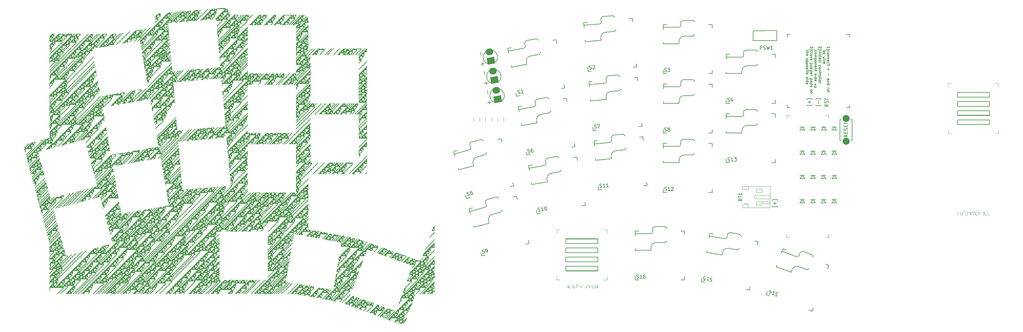
<source format=gbr>
%TF.GenerationSoftware,KiCad,Pcbnew,(6.0.8)*%
%TF.CreationDate,2023-01-01T21:59:49+01:00*%
%TF.ProjectId,rule169,72756c65-3136-4392-9e6b-696361645f70,v1.0.0*%
%TF.SameCoordinates,Original*%
%TF.FileFunction,Legend,Top*%
%TF.FilePolarity,Positive*%
%FSLAX46Y46*%
G04 Gerber Fmt 4.6, Leading zero omitted, Abs format (unit mm)*
G04 Created by KiCad (PCBNEW (6.0.8)) date 2023-01-01 21:59:49*
%MOMM*%
%LPD*%
G01*
G04 APERTURE LIST*
G04 Aperture macros list*
%AMHorizOval*
0 Thick line with rounded ends*
0 $1 width*
0 $2 $3 position (X,Y) of the first rounded end (center of the circle)*
0 $4 $5 position (X,Y) of the second rounded end (center of the circle)*
0 Add line between two ends*
20,1,$1,$2,$3,$4,$5,0*
0 Add two circle primitives to create the rounded ends*
1,1,$1,$2,$3*
1,1,$1,$4,$5*%
%AMRotRect*
0 Rectangle, with rotation*
0 The origin of the aperture is its center*
0 $1 length*
0 $2 width*
0 $3 Rotation angle, in degrees counterclockwise*
0 Add horizontal line*
21,1,$1,$2,0,0,$3*%
G04 Aperture macros list end*
%ADD10C,0.000000*%
%ADD11C,0.130000*%
%ADD12C,0.150000*%
%ADD13C,0.200000*%
%ADD14C,0.203200*%
%ADD15C,0.120000*%
%ADD16C,0.100000*%
%ADD17HorizOval,1.905000X-0.125071X-0.022053X0.125071X0.022053X0*%
%ADD18RotRect,1.905000X2.159000X100.000000*%
%ADD19C,2.000000*%
G04 APERTURE END LIST*
D10*
G36*
X65575404Y-79821998D02*
G01*
X65275188Y-79821998D01*
X65275188Y-79521781D01*
X65575404Y-79521781D01*
X65575404Y-79821998D01*
G37*
G36*
X29808258Y-76949821D02*
G01*
X29507338Y-77030605D01*
X29507338Y-76816471D01*
X29808257Y-76816471D01*
X29808258Y-76949821D01*
G37*
G36*
X29507514Y-59430839D02*
G01*
X29507515Y-59383216D01*
X29684610Y-59383216D01*
X29507514Y-59430839D01*
G37*
G36*
X53853656Y-60886650D02*
G01*
X53553126Y-60886650D01*
X53553127Y-60886436D01*
X53553092Y-60886436D01*
X53553092Y-60586116D01*
X53553229Y-60586116D01*
X53553229Y-60586082D01*
X53853656Y-60586082D01*
X53853656Y-60886650D01*
G37*
G36*
X36420793Y-48563070D02*
G01*
X36119874Y-48563070D01*
X36119873Y-48262498D01*
X36420792Y-48262498D01*
X36420793Y-48563070D01*
G37*
G36*
X76396155Y-49464767D02*
G01*
X76095236Y-49464767D01*
X76095237Y-49164199D01*
X76396156Y-49164199D01*
X76396155Y-49464767D01*
G37*
G36*
X113365855Y-64492744D02*
G01*
X113365854Y-64192531D01*
X113666415Y-64192531D01*
X113666414Y-63891967D01*
X113666415Y-63891616D01*
X113966974Y-63891616D01*
X113966975Y-63891967D01*
X113967333Y-63891967D01*
X113967334Y-63891616D01*
X113966974Y-63891616D01*
X113966975Y-63591396D01*
X114267542Y-63591396D01*
X114267543Y-63891967D01*
X113967333Y-63891967D01*
X113967334Y-64192535D01*
X113666415Y-64192535D01*
X113666415Y-64493095D01*
X113366199Y-64493095D01*
X113366199Y-64793662D01*
X113065639Y-64793662D01*
X113065639Y-64493095D01*
X113365854Y-64493095D01*
X113366199Y-64493095D01*
X113366199Y-64492744D01*
X113365855Y-64492744D01*
X113365854Y-64493095D01*
X113065639Y-64493095D01*
X113065638Y-64492744D01*
X113365855Y-64492744D01*
G37*
G36*
X56258158Y-64192634D02*
G01*
X56096583Y-64192634D01*
X56043665Y-63891715D01*
X56258159Y-63891715D01*
X56258158Y-64192634D01*
G37*
G36*
X89320521Y-99057910D02*
G01*
X89020312Y-99057910D01*
X89020313Y-98757694D01*
X89320521Y-98757694D01*
X89320521Y-99057910D01*
G37*
G36*
X96533763Y-54874965D02*
G01*
X96233545Y-54874965D01*
X96233546Y-55175533D01*
X95932987Y-55175533D01*
X95932987Y-55476096D01*
X95632769Y-55476096D01*
X95632770Y-55776668D01*
X95331851Y-55776668D01*
X95331850Y-55476096D01*
X95632426Y-55476096D01*
X95632426Y-55175529D01*
X95932987Y-55175529D01*
X95932987Y-54874965D01*
X96233196Y-54874965D01*
X96233196Y-54574397D01*
X96533763Y-54574397D01*
X96533763Y-54874965D01*
G37*
G36*
X75494803Y-81925609D02*
G01*
X75494804Y-81925964D01*
X75494811Y-81925964D01*
X75494810Y-81925609D01*
X75494803Y-81925609D01*
X75494803Y-81625045D01*
X75795024Y-81625045D01*
X75795023Y-81324829D01*
X75795024Y-81324477D01*
X76095587Y-81324477D01*
X76095588Y-81324829D01*
X76095592Y-81324829D01*
X76095591Y-81324477D01*
X76095587Y-81324477D01*
X76095588Y-81024265D01*
X76396507Y-81024265D01*
X76396507Y-81324619D01*
X76396445Y-81324619D01*
X76396445Y-81324829D01*
X76095592Y-81324829D01*
X76095592Y-81625045D01*
X75795375Y-81625045D01*
X75795375Y-81925754D01*
X75795305Y-81925754D01*
X75795306Y-81925964D01*
X75494811Y-81925964D01*
X75494811Y-82226177D01*
X75193895Y-82226177D01*
X75193896Y-82527095D01*
X74893324Y-82527095D01*
X74893325Y-82226177D01*
X75193538Y-82226177D01*
X75193538Y-81925964D01*
X75193896Y-81925964D01*
X75193896Y-81925609D01*
X75494803Y-81925609D01*
G37*
G36*
X86315211Y-101763355D02*
G01*
X86014644Y-101763355D01*
X86014643Y-101462795D01*
X86315211Y-101462795D01*
X86315211Y-101763355D01*
G37*
G36*
X65575404Y-91544445D02*
G01*
X65275187Y-91544445D01*
X65275187Y-91243526D01*
X65575404Y-91243526D01*
X65575404Y-91544445D01*
G37*
G36*
X28906629Y-50967597D02*
G01*
X29206842Y-50967597D01*
X29206842Y-50667032D01*
X29507408Y-50667032D01*
X29808329Y-50667032D01*
X30108896Y-50667032D01*
X30108896Y-50366468D01*
X30409461Y-50366468D01*
X30409463Y-50366468D01*
X30409463Y-50366464D01*
X30409461Y-50366464D01*
X30409461Y-50366468D01*
X30108896Y-50366468D01*
X29808329Y-50366468D01*
X29808329Y-50667032D01*
X29507408Y-50667032D01*
X29507408Y-50366468D01*
X29807975Y-50366468D01*
X29807974Y-50366464D01*
X30108896Y-50366464D01*
X30409461Y-50366464D01*
X30409460Y-50065900D01*
X30710028Y-50065900D01*
X30710027Y-49765338D01*
X30409461Y-49765338D01*
X30409460Y-50065900D01*
X30108896Y-50065900D01*
X30108896Y-50366464D01*
X29807974Y-50366464D01*
X29807974Y-50065900D01*
X30108894Y-50065900D01*
X30108894Y-49765338D01*
X30409107Y-49765338D01*
X30409461Y-49765338D01*
X30409461Y-49765331D01*
X30409108Y-49765331D01*
X30409107Y-49765338D01*
X30108894Y-49765338D01*
X30108893Y-49765331D01*
X30409108Y-49765331D01*
X30409108Y-49464767D01*
X30710028Y-49464767D01*
X30710028Y-49765331D01*
X31010594Y-49765331D01*
X31010595Y-50065721D01*
X31010489Y-50065721D01*
X31010488Y-50065900D01*
X30710380Y-50065900D01*
X30710381Y-50366289D01*
X30710275Y-50366289D01*
X30710275Y-50366468D01*
X30409463Y-50366468D01*
X30409463Y-50666854D01*
X30409354Y-50666854D01*
X30409355Y-50667032D01*
X30109248Y-50667032D01*
X30109248Y-50967420D01*
X30109141Y-50967420D01*
X30109141Y-50967597D01*
X29808329Y-50967597D01*
X29808328Y-51268169D01*
X29507762Y-51268169D01*
X29507762Y-51568733D01*
X29207196Y-51568733D01*
X29207196Y-51268169D01*
X29507407Y-51268169D01*
X29507762Y-51268169D01*
X29507762Y-51268161D01*
X29507408Y-51268161D01*
X29507407Y-51268169D01*
X29207196Y-51268169D01*
X28906629Y-51268169D01*
X28906629Y-51268161D01*
X29207195Y-51268161D01*
X29507408Y-51268161D01*
X29507408Y-50967597D01*
X29808329Y-50967597D01*
X29808328Y-50667036D01*
X29507408Y-50667036D01*
X29507408Y-50967597D01*
X29207195Y-50967597D01*
X29207195Y-51268161D01*
X28906629Y-51268161D01*
X28906629Y-50967597D01*
G37*
G36*
X50847640Y-95451457D02*
G01*
X50547374Y-95451457D01*
X50547374Y-95451244D01*
X50547075Y-95451244D01*
X50547076Y-95150898D01*
X50847639Y-95150898D01*
X50847640Y-95451457D01*
G37*
G36*
X77899341Y-78319511D02*
G01*
X77598697Y-78319511D01*
X77598697Y-78319300D01*
X77598422Y-78319301D01*
X77598421Y-78018951D01*
X77899341Y-78018951D01*
X77899341Y-78319511D01*
G37*
G36*
X99239223Y-33534732D02*
G01*
X98938647Y-33534732D01*
X98938648Y-33835304D01*
X98638087Y-33835304D01*
X98638087Y-33534732D01*
X98938304Y-33534732D01*
X98938303Y-33234169D01*
X99239222Y-33234169D01*
X99239223Y-33534732D01*
G37*
G36*
X86915636Y-78018596D02*
G01*
X86915637Y-77718173D01*
X86915919Y-77718173D01*
X86915919Y-77718032D01*
X87216556Y-77718032D01*
X87216555Y-78018951D01*
X86915988Y-78018951D01*
X86915988Y-78319160D01*
X86615420Y-78319160D01*
X86615420Y-78018951D01*
X86615772Y-78018951D01*
X86915636Y-78018951D01*
X86915988Y-78018951D01*
X86915988Y-78018596D01*
X86915636Y-78018596D01*
X86915636Y-78018951D01*
X86615772Y-78018951D01*
X86615771Y-78018596D01*
X86915636Y-78018596D01*
G37*
G36*
X32813995Y-57880630D02*
G01*
X32513782Y-57880630D01*
X32513782Y-58181198D01*
X32813995Y-58181198D01*
X32813994Y-58481765D01*
X32513781Y-58481765D01*
X32513781Y-58181198D01*
X32213214Y-58181198D01*
X32213214Y-57880630D01*
X32513780Y-57880630D01*
X32513781Y-57580417D01*
X32813995Y-57580417D01*
X32813995Y-57880630D01*
G37*
G36*
X58962939Y-84330493D02*
G01*
X58662668Y-84330494D01*
X58662669Y-84330284D01*
X58662376Y-84330284D01*
X58662376Y-84029926D01*
X58962939Y-84029926D01*
X58962939Y-84330493D01*
G37*
G36*
X93456554Y-89139598D02*
G01*
X93403636Y-89440157D01*
X93227953Y-89440158D01*
X93227954Y-89139597D01*
X93456554Y-89139598D01*
G37*
G36*
X100742403Y-47961931D02*
G01*
X100441837Y-47961931D01*
X100441837Y-48262498D01*
X100140918Y-48262498D01*
X100140918Y-47961931D01*
X100441485Y-47961931D01*
X100441486Y-47817291D01*
X100742404Y-47817291D01*
X100742403Y-47961931D01*
G37*
G36*
X33114562Y-102063930D02*
G01*
X32814347Y-102063930D01*
X32814347Y-102326038D01*
X32513781Y-102326038D01*
X32513781Y-102063930D01*
X32813995Y-102063930D01*
X32813995Y-101763362D01*
X33114562Y-101763362D01*
X33114562Y-102063930D01*
G37*
G36*
X44235173Y-77718383D02*
G01*
X43934885Y-77718383D01*
X43934886Y-77718169D01*
X43934608Y-77718169D01*
X43934608Y-77417816D01*
X44235173Y-77417816D01*
X44235173Y-77718383D01*
G37*
G36*
X134104593Y-92145580D02*
G01*
X133804385Y-92145580D01*
X133804385Y-92446147D01*
X133503824Y-92446147D01*
X133503824Y-92145580D01*
X133804034Y-92145580D01*
X133804034Y-91844661D01*
X134104594Y-91844661D01*
X134104593Y-92145580D01*
G37*
G36*
X64072921Y-89740695D02*
G01*
X63772352Y-89740695D01*
X63772352Y-89440128D01*
X64072921Y-89440128D01*
X64072921Y-89740695D01*
G37*
G36*
X84812022Y-39546066D02*
G01*
X84811672Y-39546066D01*
X84811672Y-39546073D01*
X84511454Y-39546073D01*
X84511454Y-39846637D01*
X84210536Y-39846637D01*
X84210535Y-39546073D01*
X84210887Y-39546073D01*
X84210887Y-39546066D01*
X84511455Y-39546066D01*
X84511454Y-39317825D01*
X84812022Y-39317825D01*
X84812022Y-39546066D01*
G37*
G36*
X40929294Y-67799331D02*
G01*
X40629078Y-67799331D01*
X40629078Y-68099861D01*
X40628832Y-68099861D01*
X40628833Y-68099899D01*
X40328513Y-68099899D01*
X40328510Y-68400459D01*
X40027594Y-68400459D01*
X40027594Y-68099540D01*
X40328513Y-68099540D01*
X40328513Y-67799331D01*
X40628728Y-67799331D01*
X40628727Y-67498413D01*
X40929294Y-67498413D01*
X40929294Y-67799331D01*
G37*
G36*
X52651389Y-45557399D02*
G01*
X52350471Y-45557399D01*
X52350470Y-45256831D01*
X52651389Y-45256831D01*
X52651389Y-45557399D01*
G37*
G36*
X61668391Y-83428794D02*
G01*
X61668391Y-83128231D01*
X61367823Y-83128231D01*
X61367824Y-82827659D01*
X61668390Y-82827659D01*
X61668742Y-82827659D01*
X61668742Y-82827312D01*
X61668391Y-82827311D01*
X61668390Y-82827659D01*
X61367824Y-82827659D01*
X61367823Y-82827312D01*
X61668391Y-82827311D01*
X61668391Y-82527095D01*
X61968954Y-82527095D01*
X61968955Y-82827659D01*
X61668742Y-82827659D01*
X61668741Y-83128231D01*
X61968955Y-83128231D01*
X61968955Y-82827663D01*
X62269522Y-82827663D01*
X62269523Y-83128581D01*
X61968954Y-83128581D01*
X61968955Y-83428939D01*
X61968894Y-83428939D01*
X61968894Y-83429149D01*
X61668742Y-83429149D01*
X61668741Y-83729362D01*
X61367823Y-83729362D01*
X61367824Y-83429149D01*
X61668391Y-83429149D01*
X61668742Y-83429149D01*
X61668742Y-83428794D01*
X61668391Y-83428794D01*
X61668391Y-83429149D01*
X61367824Y-83429149D01*
X61367824Y-83428794D01*
X61668391Y-83428794D01*
G37*
G36*
X28305496Y-77116756D02*
G01*
X28305494Y-76816680D01*
X28305494Y-76816329D01*
X28606060Y-76816329D01*
X28606061Y-76816680D01*
X28606413Y-76816680D01*
X28606414Y-76816329D01*
X28606060Y-76816329D01*
X28606061Y-76515762D01*
X28906629Y-76515762D01*
X28906629Y-76816680D01*
X28606413Y-76816680D01*
X28606414Y-77116897D01*
X28305672Y-77116897D01*
X28305672Y-77352409D01*
X28062960Y-77417674D01*
X28004752Y-77417674D01*
X28004751Y-77116897D01*
X28305496Y-77116897D01*
X28305672Y-77116897D01*
X28305672Y-77116756D01*
X28305496Y-77116756D01*
X28305496Y-77116897D01*
X28004751Y-77116897D01*
X28004752Y-77116756D01*
X28305496Y-77116756D01*
G37*
G36*
X97736391Y-38944932D02*
G01*
X97435817Y-38944932D01*
X97435817Y-38644369D01*
X97736392Y-38644369D01*
X97736391Y-38944932D01*
G37*
G36*
X27103229Y-77417495D02*
G01*
X27103229Y-77116897D01*
X27103582Y-77116897D01*
X27403795Y-77116897D01*
X27403795Y-76816680D01*
X27103582Y-76816680D01*
X27103582Y-77116897D01*
X27103229Y-77116897D01*
X26802662Y-77116897D01*
X26802661Y-76816680D01*
X27103229Y-76816680D01*
X27103582Y-76816680D01*
X27103582Y-76816328D01*
X27103229Y-76816329D01*
X27103229Y-76816680D01*
X26802661Y-76816680D01*
X26802662Y-76816329D01*
X27103229Y-76816329D01*
X27103228Y-76515762D01*
X27403795Y-76515762D01*
X27403794Y-76816329D01*
X27704361Y-76816329D01*
X27704360Y-77116897D01*
X27403795Y-77116897D01*
X27403794Y-77417816D01*
X27103687Y-77417816D01*
X27103688Y-77674670D01*
X26942115Y-77718063D01*
X26802768Y-77718063D01*
X26802767Y-77417816D01*
X27103229Y-77417816D01*
X27103687Y-77417816D01*
X27103687Y-77417495D01*
X27103229Y-77417495D01*
X27103229Y-77417816D01*
X26802767Y-77417816D01*
X26802767Y-77417495D01*
X27103229Y-77417495D01*
G37*
G36*
X89020304Y-90041614D02*
G01*
X89020305Y-90342182D01*
X88719385Y-90342182D01*
X88719386Y-90642398D01*
X88418468Y-90642398D01*
X88418468Y-90341823D01*
X88719386Y-90341823D01*
X88719386Y-90041613D01*
X89020304Y-90041614D01*
G37*
G36*
X94730716Y-33234169D02*
G01*
X94644290Y-33234169D01*
X94644290Y-32933598D01*
X94730716Y-32933598D01*
X94730716Y-33234169D01*
G37*
G36*
X27704360Y-34135874D02*
G01*
X27403795Y-34135874D01*
X27403794Y-33835340D01*
X27403865Y-33835340D01*
X27403865Y-33835304D01*
X27704361Y-33835304D01*
X27704360Y-34135874D01*
G37*
G36*
X32513674Y-76224864D02*
G01*
X32513674Y-76214984D01*
X32551069Y-76214984D01*
X32513674Y-76224864D01*
G37*
G36*
X68581423Y-101462436D02*
G01*
X68581424Y-101462795D01*
X68581428Y-101462795D01*
X68581427Y-101462436D01*
X68581423Y-101462436D01*
X68581423Y-101162227D01*
X68281207Y-101162226D01*
X68281207Y-101462436D01*
X68280860Y-101462436D01*
X68280860Y-101462794D01*
X67980289Y-101462795D01*
X67980289Y-101162227D01*
X68280860Y-101162227D01*
X68280860Y-100861660D01*
X68581423Y-100861660D01*
X68581424Y-100862018D01*
X68581428Y-100862018D01*
X68581427Y-100861660D01*
X68581423Y-100861660D01*
X68581424Y-100561099D01*
X68882343Y-100561099D01*
X68882343Y-100862018D01*
X68581428Y-100862018D01*
X68581427Y-101162227D01*
X68882343Y-101162227D01*
X68882343Y-101462795D01*
X68581428Y-101462795D01*
X68581427Y-101763355D01*
X68280860Y-101763355D01*
X68280860Y-101462794D01*
X68281206Y-101462795D01*
X68281207Y-101462436D01*
X68581423Y-101462436D01*
G37*
G36*
X67379157Y-21512066D02*
G01*
X67078245Y-21512066D01*
X67078246Y-21512009D01*
X67078243Y-21512009D01*
X67078243Y-21211503D01*
X67379157Y-21211503D01*
X67379157Y-21512066D01*
G37*
G36*
X87517474Y-25517861D02*
G01*
X87216556Y-25517861D01*
X87216555Y-25419433D01*
X87517473Y-25419433D01*
X87517474Y-25517861D01*
G37*
G36*
X36420442Y-53372131D02*
G01*
X36120120Y-53372131D01*
X36120120Y-53371954D01*
X36119874Y-53371955D01*
X36119874Y-53071918D01*
X36420442Y-53071918D01*
X36420442Y-53372131D01*
G37*
G36*
X28004927Y-50967597D02*
G01*
X27704361Y-50967597D01*
X27704361Y-50667032D01*
X28004927Y-50667032D01*
X28004927Y-50967597D01*
G37*
G36*
X69784114Y-23920833D02*
G01*
X69784114Y-23916600D01*
X69833152Y-23916600D01*
X69784114Y-23920833D01*
G37*
G36*
X33716047Y-39546073D02*
G01*
X33415128Y-39546073D01*
X33415127Y-39846637D01*
X33114562Y-39846637D01*
X33114561Y-40147199D01*
X32813995Y-40147199D01*
X32813995Y-39846637D01*
X33114207Y-39846637D01*
X33114208Y-39546066D01*
X33415128Y-39546066D01*
X33415128Y-39245502D01*
X33716047Y-39245502D01*
X33716047Y-39546073D01*
G37*
G36*
X72789710Y-30529069D02*
G01*
X72488894Y-30529069D01*
X72488894Y-30829637D01*
X72484663Y-30829637D01*
X72458204Y-30529069D01*
X72488792Y-30529069D01*
X72488792Y-30228506D01*
X72789710Y-30228506D01*
X72789710Y-30529069D01*
G37*
G36*
X96533763Y-69603084D02*
G01*
X96233546Y-69603084D01*
X96233546Y-69602744D01*
X96233196Y-69602744D01*
X96233195Y-69302165D01*
X96533763Y-69302165D01*
X96533763Y-69603084D01*
G37*
G36*
X96233196Y-26922265D02*
G01*
X96233196Y-26621702D01*
X96533763Y-26621702D01*
X96533762Y-26922273D01*
X96233546Y-26922273D01*
X96233546Y-27222836D01*
X95932987Y-27222836D01*
X95932987Y-26922273D01*
X96233195Y-26922273D01*
X96233546Y-26922273D01*
X96233546Y-26922265D01*
X96233196Y-26922265D01*
X96233195Y-26922273D01*
X95932987Y-26922273D01*
X95932986Y-26922265D01*
X96233196Y-26922265D01*
G37*
G36*
X30108896Y-36540395D02*
G01*
X30108895Y-36239832D01*
X30409461Y-36239832D01*
X30409461Y-35939268D01*
X30710028Y-35939268D01*
X30710028Y-35638698D01*
X31010594Y-35638698D01*
X31010595Y-35338135D01*
X31311514Y-35338135D01*
X31311514Y-35638706D01*
X31010595Y-35638706D01*
X31010595Y-35939268D01*
X30710380Y-35939268D01*
X30710381Y-36239832D01*
X30409463Y-36239832D01*
X30409463Y-36540403D01*
X30109248Y-36540403D01*
X30109248Y-36840967D01*
X29808329Y-36840967D01*
X29808329Y-36540403D01*
X30108896Y-36540403D01*
X30109248Y-36540403D01*
X30109248Y-36540395D01*
X30108896Y-36540395D01*
X30108896Y-36540403D01*
X29808329Y-36540403D01*
X29808328Y-36540395D01*
X30108896Y-36540395D01*
G37*
G36*
X86315211Y-78319164D02*
G01*
X86615772Y-78319164D01*
X86615771Y-78619728D01*
X86315211Y-78619728D01*
X86315211Y-78920295D01*
X86014644Y-78920295D01*
X86014644Y-78619728D01*
X85713725Y-78619728D01*
X85713725Y-78319160D01*
X86014644Y-78319160D01*
X86014644Y-78018951D01*
X86315211Y-78018951D01*
X86315211Y-78319164D01*
G37*
G36*
X57159891Y-63891616D02*
G01*
X57159892Y-63891967D01*
X57160246Y-63891967D01*
X57160247Y-63891616D01*
X57159891Y-63891616D01*
X57159891Y-63591396D01*
X57460456Y-63591396D01*
X57460456Y-63891966D01*
X57160246Y-63891967D01*
X57160247Y-64192535D01*
X56859679Y-64192535D01*
X56859679Y-63891616D01*
X57159891Y-63891616D01*
G37*
G36*
X65575759Y-55776668D02*
G01*
X65275188Y-55776668D01*
X65275188Y-56077232D01*
X64974979Y-56077232D01*
X64974979Y-56377796D01*
X64674411Y-56377796D01*
X64674411Y-56077232D01*
X64974623Y-56077232D01*
X64974624Y-55776660D01*
X65275187Y-55776660D01*
X65275188Y-55476096D01*
X65575758Y-55476096D01*
X65575759Y-55776668D01*
G37*
G36*
X76696735Y-70504421D02*
G01*
X76696735Y-70504077D01*
X76997291Y-70504077D01*
X76997291Y-70203861D01*
X77297855Y-70203861D01*
X77297855Y-70504428D01*
X76997645Y-70504428D01*
X76997646Y-70804996D01*
X76696727Y-70804996D01*
X76696726Y-70504428D01*
X76696726Y-70504427D01*
X76997291Y-70504427D01*
X76997645Y-70504428D01*
X76997646Y-70504077D01*
X76997291Y-70504077D01*
X76997291Y-70504427D01*
X76696726Y-70504427D01*
X76696727Y-70504421D01*
X76696735Y-70504421D01*
G37*
G36*
X50247000Y-61186683D02*
G01*
X49946433Y-61186683D01*
X49946433Y-61155994D01*
X50247000Y-61103076D01*
X50247000Y-61186683D01*
G37*
G36*
X54755710Y-38944932D02*
G01*
X54455142Y-38944932D01*
X54455142Y-39245502D01*
X54154575Y-39245502D01*
X54154575Y-39546065D01*
X53853656Y-39546066D01*
X53853656Y-39245494D01*
X54154575Y-39245494D01*
X54154574Y-38944932D01*
X54454791Y-38944932D01*
X54454791Y-38644369D01*
X54755710Y-38644369D01*
X54755710Y-38944932D01*
G37*
G36*
X26227350Y-81324577D02*
G01*
X26201597Y-81324577D01*
X26201597Y-81228977D01*
X26227350Y-81324577D01*
G37*
G36*
X47842328Y-44354923D02*
G01*
X47541760Y-44354923D01*
X47541761Y-44317527D01*
X47842328Y-44264612D01*
X47842328Y-44354923D01*
G37*
G36*
X37923979Y-45256831D02*
G01*
X37623060Y-45256831D01*
X37623060Y-45557399D01*
X37322494Y-45557399D01*
X37322494Y-45256831D01*
X37622709Y-45256831D01*
X37622709Y-44956264D01*
X37923980Y-44956263D01*
X37923979Y-45256831D01*
G37*
G36*
X68280859Y-74712009D02*
G01*
X68280860Y-74411796D01*
X68581424Y-74411796D01*
X68581424Y-74110877D01*
X68882343Y-74110877D01*
X68882343Y-74411796D01*
X68581428Y-74411796D01*
X68581428Y-74712364D01*
X68281207Y-74712364D01*
X68281207Y-75012576D01*
X67980289Y-75012576D01*
X67980289Y-74712364D01*
X68280859Y-74712364D01*
X68281207Y-74712364D01*
X68281207Y-74712009D01*
X68280859Y-74712009D01*
X68280859Y-74712364D01*
X67980289Y-74712364D01*
X67980289Y-74712009D01*
X68280859Y-74712009D01*
G37*
G36*
X22895296Y-80122211D02*
G01*
X22895296Y-79821998D01*
X23196215Y-79821998D01*
X23196215Y-80122558D01*
X22895648Y-80122558D01*
X22895649Y-80423130D01*
X22594729Y-80423130D01*
X22594729Y-80122558D01*
X22895296Y-80122558D01*
X22895648Y-80122558D01*
X22895649Y-80122211D01*
X22895296Y-80122211D01*
X22895296Y-80122558D01*
X22594729Y-80122558D01*
X22594730Y-80122211D01*
X22895296Y-80122211D01*
G37*
G36*
X59564426Y-87637081D02*
G01*
X59263778Y-87637081D01*
X59263778Y-87636875D01*
X59263507Y-87636875D01*
X59263507Y-87336162D01*
X59564426Y-87336162D01*
X59564426Y-87637081D01*
G37*
G36*
X49044593Y-95151241D02*
G01*
X48744303Y-95151241D01*
X48744303Y-95151035D01*
X48744024Y-95151035D01*
X48744024Y-94850322D01*
X49044593Y-94850322D01*
X49044593Y-95151241D01*
G37*
G36*
X172551130Y-100627746D02*
G01*
X172551042Y-100628955D01*
X172550898Y-100630133D01*
X172550695Y-100631283D01*
X172550434Y-100632406D01*
X172550115Y-100633503D01*
X172549739Y-100634577D01*
X172549306Y-100635629D01*
X172548813Y-100636661D01*
X172548264Y-100637673D01*
X172547656Y-100638668D01*
X172546991Y-100639647D01*
X172546266Y-100640612D01*
X172545485Y-100641564D01*
X172544647Y-100642505D01*
X172543750Y-100643436D01*
X172542878Y-100644330D01*
X172541981Y-100645159D01*
X172541059Y-100645923D01*
X172540112Y-100646625D01*
X172539141Y-100647264D01*
X172538144Y-100647842D01*
X172537124Y-100648360D01*
X172536078Y-100648819D01*
X172535008Y-100649220D01*
X172533912Y-100649564D01*
X172532791Y-100649852D01*
X172531646Y-100650086D01*
X172530477Y-100650266D01*
X172529284Y-100650393D01*
X172528065Y-100650468D01*
X172526821Y-100650493D01*
X172525700Y-100650468D01*
X172524588Y-100650393D01*
X172523488Y-100650266D01*
X172522397Y-100650086D01*
X172521321Y-100649852D01*
X172520257Y-100649564D01*
X172519208Y-100649220D01*
X172518175Y-100648819D01*
X172517156Y-100648360D01*
X172516157Y-100647842D01*
X172515177Y-100647264D01*
X172514215Y-100646625D01*
X172513275Y-100645923D01*
X172512356Y-100645159D01*
X172511461Y-100644330D01*
X172510588Y-100643436D01*
X172509693Y-100642505D01*
X172508853Y-100641564D01*
X172508072Y-100640612D01*
X172507348Y-100639647D01*
X172506684Y-100638668D01*
X172506075Y-100637673D01*
X172505525Y-100636661D01*
X172505033Y-100635629D01*
X172504599Y-100634577D01*
X172504223Y-100633503D01*
X172503904Y-100632406D01*
X172503645Y-100631283D01*
X172503441Y-100630133D01*
X172503296Y-100628954D01*
X172503209Y-100627746D01*
X172503180Y-100626507D01*
X172503180Y-100330517D01*
X171911574Y-100330517D01*
X171911574Y-100626507D01*
X171911545Y-100627746D01*
X171911459Y-100628954D01*
X171911316Y-100630132D01*
X171911116Y-100631283D01*
X171910861Y-100632405D01*
X171910550Y-100633503D01*
X171910185Y-100634577D01*
X171909765Y-100635629D01*
X171909292Y-100636661D01*
X171908765Y-100637673D01*
X171908186Y-100638668D01*
X171907554Y-100639647D01*
X171906872Y-100640612D01*
X171906137Y-100641564D01*
X171905352Y-100642505D01*
X171904518Y-100643436D01*
X171903583Y-100644330D01*
X171902633Y-100645159D01*
X171901668Y-100645923D01*
X171900687Y-100646625D01*
X171899692Y-100647264D01*
X171898682Y-100647842D01*
X171897659Y-100648360D01*
X171896623Y-100648819D01*
X171895575Y-100649220D01*
X171894515Y-100649564D01*
X171893444Y-100649852D01*
X171892361Y-100650086D01*
X171891269Y-100650266D01*
X171890167Y-100650393D01*
X171889055Y-100650468D01*
X171887935Y-100650493D01*
X171886695Y-100650468D01*
X171885486Y-100650393D01*
X171884308Y-100650266D01*
X171883157Y-100650086D01*
X171882034Y-100649852D01*
X171880936Y-100649564D01*
X171879862Y-100649220D01*
X171878810Y-100648819D01*
X171877778Y-100648360D01*
X171876765Y-100647842D01*
X171875771Y-100647264D01*
X171874792Y-100646625D01*
X171873826Y-100645923D01*
X171872875Y-100645159D01*
X171871936Y-100644330D01*
X171871005Y-100643436D01*
X171870111Y-100642505D01*
X171869283Y-100641564D01*
X171868518Y-100640612D01*
X171867817Y-100639647D01*
X171867177Y-100638668D01*
X171866600Y-100637673D01*
X171866081Y-100636661D01*
X171865622Y-100635629D01*
X171865221Y-100634577D01*
X171864878Y-100633503D01*
X171864589Y-100632406D01*
X171864355Y-100631283D01*
X171864176Y-100630133D01*
X171864049Y-100628955D01*
X171863973Y-100627746D01*
X171863949Y-100626507D01*
X171863948Y-100283253D01*
X171911575Y-100283253D01*
X172503181Y-100283253D01*
X172503180Y-99996799D01*
X172207198Y-99701168D01*
X171911575Y-99996799D01*
X171911575Y-100283253D01*
X171863948Y-100283253D01*
X171863948Y-99987270D01*
X171863973Y-99986025D01*
X171864048Y-99984805D01*
X171864176Y-99983610D01*
X171864355Y-99982439D01*
X171864589Y-99981294D01*
X171864877Y-99980173D01*
X171865221Y-99979077D01*
X171865623Y-99978006D01*
X171866082Y-99976960D01*
X171866600Y-99975939D01*
X171867178Y-99974942D01*
X171867818Y-99973971D01*
X171868518Y-99973024D01*
X171869282Y-99972102D01*
X171870112Y-99971205D01*
X171871005Y-99970333D01*
X172190620Y-99650715D01*
X172191553Y-99649823D01*
X172192504Y-99648997D01*
X172193469Y-99648234D01*
X172194449Y-99647534D01*
X172195445Y-99646896D01*
X172196454Y-99646318D01*
X172197477Y-99645801D01*
X172198512Y-99645342D01*
X172199560Y-99644940D01*
X172200620Y-99644596D01*
X172201691Y-99644307D01*
X172202774Y-99644074D01*
X172203867Y-99643893D01*
X172204968Y-99643766D01*
X172206078Y-99643690D01*
X172207198Y-99643665D01*
X172209691Y-99644942D01*
X172214656Y-99648774D01*
X172232004Y-99664099D01*
X172296364Y-99725377D01*
X172400281Y-99827466D01*
X172543750Y-99970333D01*
X172544646Y-99971205D01*
X172545485Y-99972102D01*
X172546266Y-99973024D01*
X172546990Y-99973971D01*
X172547655Y-99974942D01*
X172548264Y-99975939D01*
X172548814Y-99976960D01*
X172549305Y-99978006D01*
X172549740Y-99979077D01*
X172550115Y-99980173D01*
X172550434Y-99981294D01*
X172550694Y-99982439D01*
X172550897Y-99983610D01*
X172551042Y-99984805D01*
X172551129Y-99986025D01*
X172551158Y-99987270D01*
X172551158Y-100626507D01*
X172551130Y-100627746D01*
G37*
G36*
X28004575Y-59082897D02*
G01*
X27704361Y-59082897D01*
X27704360Y-58782329D01*
X28004575Y-58782329D01*
X28004575Y-59082897D01*
G37*
G36*
X27704361Y-50065900D02*
G01*
X27404042Y-50065900D01*
X27404042Y-50065716D01*
X27403795Y-50065717D01*
X27403795Y-49765331D01*
X27704360Y-49765331D01*
X27704361Y-50065900D01*
G37*
G36*
X115007678Y-57279498D02*
G01*
X114868686Y-57279498D01*
X114868686Y-56978927D01*
X115007678Y-56978927D01*
X115007678Y-57279498D01*
G37*
G36*
X288935086Y-79021829D02*
G01*
X288935161Y-79020565D01*
X288935287Y-79019339D01*
X288935467Y-79018147D01*
X288935700Y-79016989D01*
X288935988Y-79015862D01*
X288936331Y-79014764D01*
X288936732Y-79013692D01*
X288937190Y-79012646D01*
X288937707Y-79011622D01*
X288938285Y-79010619D01*
X288938923Y-79009635D01*
X288939624Y-79008667D01*
X288940388Y-79007714D01*
X288941217Y-79006774D01*
X288942111Y-79005844D01*
X289101931Y-78846034D01*
X289102862Y-78845142D01*
X289103803Y-78844314D01*
X289104755Y-78843550D01*
X289105719Y-78842850D01*
X289106698Y-78842211D01*
X289107692Y-78841634D01*
X289108705Y-78841116D01*
X289109736Y-78840657D01*
X289110788Y-78840255D01*
X289111862Y-78839911D01*
X289112961Y-78839623D01*
X289114085Y-78839389D01*
X289115236Y-78839209D01*
X289116416Y-78839082D01*
X289117626Y-78839006D01*
X289118868Y-78838981D01*
X289438112Y-78838981D01*
X289439358Y-78839006D01*
X289440581Y-78839082D01*
X289441778Y-78839209D01*
X289442953Y-78839389D01*
X289444105Y-78839623D01*
X289445235Y-78839911D01*
X289446342Y-78840255D01*
X289447428Y-78840657D01*
X289448494Y-78841116D01*
X289449539Y-78841634D01*
X289450564Y-78842211D01*
X289451571Y-78842850D01*
X289452559Y-78843550D01*
X289453529Y-78844314D01*
X289454481Y-78845142D01*
X289455416Y-78846034D01*
X289615237Y-79005844D01*
X289616122Y-79006774D01*
X289616935Y-79007714D01*
X289617678Y-79008667D01*
X289618354Y-79009635D01*
X289618964Y-79010619D01*
X289619510Y-79011622D01*
X289619996Y-79012646D01*
X289620420Y-79013692D01*
X289620789Y-79014764D01*
X289621101Y-79015862D01*
X289621360Y-79016989D01*
X289621567Y-79018147D01*
X289621724Y-79019339D01*
X289621835Y-79020565D01*
X289621899Y-79021829D01*
X289621920Y-79023132D01*
X289621920Y-79662010D01*
X289621899Y-79663255D01*
X289621835Y-79664475D01*
X289621725Y-79665670D01*
X289621567Y-79666840D01*
X289621360Y-79667985D01*
X289621101Y-79669106D01*
X289620789Y-79670200D01*
X289620421Y-79671272D01*
X289619996Y-79672318D01*
X289619511Y-79673339D01*
X289618964Y-79674336D01*
X289618354Y-79675308D01*
X289617678Y-79676254D01*
X289616935Y-79677177D01*
X289616122Y-79678074D01*
X289615236Y-79678947D01*
X289455416Y-79838752D01*
X289454480Y-79839646D01*
X289453529Y-79840474D01*
X289452559Y-79841238D01*
X289451571Y-79841939D01*
X289450565Y-79842577D01*
X289449539Y-79843156D01*
X289448494Y-79843674D01*
X289447428Y-79844133D01*
X289446341Y-79844534D01*
X289445234Y-79844879D01*
X289444105Y-79845167D01*
X289442954Y-79845401D01*
X289441778Y-79845582D01*
X289440581Y-79845709D01*
X289439359Y-79845784D01*
X289438112Y-79845809D01*
X289118867Y-79845809D01*
X289117626Y-79845784D01*
X289116415Y-79845709D01*
X289115236Y-79845582D01*
X289114085Y-79845401D01*
X289112961Y-79845167D01*
X289111862Y-79844879D01*
X289110788Y-79844534D01*
X289109736Y-79844133D01*
X289108705Y-79843674D01*
X289107693Y-79843156D01*
X289106698Y-79842578D01*
X289105719Y-79841939D01*
X289104754Y-79841238D01*
X289103803Y-79840474D01*
X289102861Y-79839646D01*
X289101931Y-79838752D01*
X288942111Y-79678946D01*
X288941216Y-79678074D01*
X288940388Y-79677177D01*
X288939624Y-79676254D01*
X288938924Y-79675308D01*
X288938284Y-79674336D01*
X288937706Y-79673339D01*
X288937189Y-79672318D01*
X288936731Y-79671272D01*
X288936332Y-79670201D01*
X288935988Y-79669106D01*
X288935700Y-79667985D01*
X288935466Y-79666840D01*
X288935288Y-79665670D01*
X288935161Y-79664475D01*
X288935085Y-79663255D01*
X288935061Y-79662009D01*
X288935061Y-79652484D01*
X288982699Y-79652484D01*
X289128023Y-79798183D01*
X289428957Y-79798183D01*
X289574313Y-79652484D01*
X289574313Y-79032302D01*
X289428957Y-78886959D01*
X289128024Y-78886959D01*
X288982699Y-79032302D01*
X288982699Y-79652484D01*
X288935061Y-79652484D01*
X288935061Y-79023132D01*
X288935086Y-79021829D01*
G37*
G36*
X134142635Y-102078269D02*
G01*
X134136497Y-102085379D01*
X134130310Y-102092409D01*
X134124057Y-102099324D01*
X134117722Y-102106085D01*
X134111285Y-102112656D01*
X134104732Y-102118999D01*
X134104732Y-102063960D01*
X134154825Y-102063960D01*
X134142635Y-102078269D01*
G37*
G36*
X112764362Y-56077232D02*
G01*
X112644419Y-56077232D01*
X112644420Y-55776660D01*
X112764362Y-55776660D01*
X112764362Y-56077232D01*
G37*
G36*
X88418467Y-99959964D02*
G01*
X88118251Y-99959964D01*
X88118250Y-99659747D01*
X88418468Y-99659747D01*
X88418467Y-99959964D01*
G37*
G36*
X60472511Y-51869335D02*
G01*
X60466159Y-51869335D01*
X60466159Y-51796661D01*
X60472511Y-51869335D01*
G37*
G36*
X94730716Y-55476096D02*
G01*
X94644290Y-55476096D01*
X94644290Y-55175529D01*
X94730716Y-55175529D01*
X94730716Y-55476096D01*
G37*
G36*
X111562312Y-99074275D02*
G01*
X111562311Y-99058254D01*
X111562457Y-99058254D01*
X111562457Y-99058048D01*
X111568308Y-99058048D01*
X111562312Y-99074275D01*
G37*
G36*
X98337520Y-52770999D02*
G01*
X98337520Y-52470428D01*
X98638086Y-52470428D01*
X98638087Y-52169866D01*
X98843402Y-52169866D01*
X98843401Y-52470439D01*
X98638087Y-52470439D01*
X98638087Y-52771346D01*
X98337878Y-52771346D01*
X98337878Y-53071567D01*
X98036960Y-53071567D01*
X98036960Y-52771346D01*
X98337519Y-52771346D01*
X98337878Y-52771346D01*
X98337877Y-52770999D01*
X98337520Y-52770999D01*
X98337519Y-52771346D01*
X98036960Y-52771346D01*
X98036959Y-52770999D01*
X98337520Y-52770999D01*
G37*
G36*
X23195863Y-73509746D02*
G01*
X23195863Y-73209529D01*
X23496428Y-73209529D01*
X23496429Y-73510097D01*
X23196215Y-73510097D01*
X23196214Y-73810664D01*
X22895296Y-73810664D01*
X22895296Y-73510097D01*
X23195863Y-73510097D01*
X23196215Y-73510097D01*
X23196215Y-73509746D01*
X23195863Y-73509746D01*
X23195863Y-73510097D01*
X22895296Y-73510097D01*
X22895295Y-73509746D01*
X23195863Y-73509746D01*
G37*
G36*
X132301547Y-100260883D02*
G01*
X132001262Y-100260883D01*
X132001262Y-100260562D01*
X132000987Y-100260562D01*
X132000987Y-99959964D01*
X132301547Y-99959964D01*
X132301547Y-100260883D01*
G37*
G36*
X32813995Y-30829633D02*
G01*
X32513782Y-30829633D01*
X32513781Y-31130204D01*
X32213214Y-31130204D01*
X32213213Y-31430767D01*
X31912295Y-31430767D01*
X31912295Y-31130196D01*
X32213214Y-31130196D01*
X32213214Y-30829633D01*
X32513781Y-30829633D01*
X32513781Y-30529425D01*
X32813994Y-30529425D01*
X32813995Y-30829633D01*
G37*
G36*
X25600748Y-80122558D02*
G01*
X25300181Y-80122558D01*
X25300182Y-80423130D01*
X25299829Y-80423130D01*
X25299829Y-80423476D01*
X24999262Y-80423476D01*
X24999262Y-80723693D01*
X24698695Y-80723693D01*
X24698695Y-80423130D01*
X24999262Y-80423130D01*
X24999262Y-80122558D01*
X25299829Y-80122558D01*
X25299828Y-79821998D01*
X25600748Y-79821998D01*
X25600748Y-80122558D01*
G37*
G36*
X92025614Y-58481410D02*
G01*
X92326190Y-58481410D01*
X92627100Y-58481410D01*
X92627101Y-58481765D01*
X92627460Y-58481765D01*
X92627460Y-58481410D01*
X92627100Y-58481410D01*
X92627101Y-58181548D01*
X92927325Y-58181548D01*
X92927668Y-58181548D01*
X92927669Y-58181198D01*
X92927325Y-58181198D01*
X92927325Y-58181548D01*
X92627101Y-58181548D01*
X92627101Y-58181343D01*
X92627216Y-58181343D01*
X92627216Y-58181198D01*
X92627101Y-58181198D01*
X92627101Y-58181343D01*
X92326190Y-58181343D01*
X92326190Y-58481410D01*
X92025614Y-58481410D01*
X92025615Y-58181343D01*
X92325938Y-58181343D01*
X92326190Y-58181343D01*
X92326190Y-58181198D01*
X92325938Y-58181198D01*
X92325938Y-58181343D01*
X92025615Y-58181343D01*
X92025615Y-58181198D01*
X92325938Y-58181198D01*
X92325937Y-57880420D01*
X90823466Y-57880420D01*
X90823465Y-58782119D01*
X90523143Y-58782119D01*
X90523143Y-59082897D01*
X90222224Y-59082897D01*
X90222224Y-59383109D01*
X89921306Y-59383109D01*
X89921306Y-59083038D01*
X89921413Y-59083038D01*
X89921412Y-59082542D01*
X90222224Y-59082542D01*
X90222223Y-58782119D01*
X90222224Y-58781978D01*
X90522890Y-58781978D01*
X90522891Y-58782119D01*
X90523143Y-58782119D01*
X90523142Y-58781978D01*
X90522890Y-58781978D01*
X90522890Y-58481552D01*
X89921413Y-58481552D01*
X89921412Y-59082542D01*
X89921306Y-59082542D01*
X89921306Y-59083038D01*
X89621089Y-59083038D01*
X89621089Y-59383109D01*
X89320521Y-59383109D01*
X89320521Y-59083038D01*
X89620837Y-59083038D01*
X89621089Y-59083038D01*
X89621089Y-59082542D01*
X89620837Y-59082542D01*
X89620837Y-59083038D01*
X89320521Y-59083038D01*
X89320521Y-59082542D01*
X89620837Y-59082542D01*
X89620837Y-58782119D01*
X88719501Y-58782119D01*
X88719500Y-59516956D01*
X88418581Y-59516956D01*
X88418581Y-59383254D01*
X88118365Y-59383254D01*
X88118365Y-59516956D01*
X87517581Y-59516956D01*
X87517581Y-59383254D01*
X87817789Y-59383255D01*
X87817790Y-59083038D01*
X88118365Y-59083038D01*
X88118365Y-58782119D01*
X88418582Y-58782118D01*
X88418581Y-58481765D01*
X88418818Y-58481765D01*
X88418819Y-58481552D01*
X88719501Y-58481552D01*
X88719501Y-58181343D01*
X89020061Y-58181343D01*
X89020061Y-58180988D01*
X89320276Y-58180988D01*
X89320277Y-58481552D01*
X89620837Y-58481552D01*
X89620837Y-58180988D01*
X89320276Y-58180988D01*
X89020061Y-58180988D01*
X89020061Y-57880630D01*
X89020305Y-57880630D01*
X89020305Y-57880420D01*
X89320627Y-57880420D01*
X89320628Y-57580207D01*
X89620837Y-57580207D01*
X89921412Y-57580207D01*
X89921413Y-58181343D01*
X90221972Y-58181343D01*
X90221972Y-57880420D01*
X90522890Y-57880420D01*
X90522891Y-57580207D01*
X90823466Y-57580207D01*
X92025729Y-57580207D01*
X92025729Y-57279640D01*
X91725162Y-57279640D01*
X91725162Y-57580207D01*
X91124026Y-57580207D01*
X91124025Y-57279640D01*
X91424594Y-57279640D01*
X91424594Y-56979072D01*
X91725162Y-56979072D01*
X91725162Y-56678504D01*
X91124026Y-56678504D01*
X91124025Y-57279640D01*
X90823466Y-57279640D01*
X90823466Y-57580207D01*
X90522891Y-57580207D01*
X89921412Y-57580207D01*
X89620837Y-57580207D01*
X89620836Y-57279640D01*
X89921413Y-57279640D01*
X89921413Y-57279639D01*
X90522891Y-57279639D01*
X90823466Y-57279640D01*
X90823465Y-56979072D01*
X90522891Y-56979072D01*
X90522891Y-57279639D01*
X89921413Y-57279639D01*
X89921413Y-56979072D01*
X90221973Y-56979071D01*
X90221972Y-56678504D01*
X89620837Y-56678504D01*
X89620836Y-57279640D01*
X89320872Y-57279640D01*
X89320872Y-57580066D01*
X89020313Y-57580066D01*
X89020313Y-57279640D01*
X89320628Y-57279640D01*
X89320872Y-57279640D01*
X89320872Y-57279498D01*
X89320628Y-57279498D01*
X89320628Y-57279640D01*
X89020313Y-57279640D01*
X89020313Y-57279498D01*
X89320628Y-57279498D01*
X89320628Y-56979072D01*
X88118365Y-56979072D01*
X88118365Y-57580206D01*
X87817789Y-57580207D01*
X87817790Y-58481552D01*
X87517580Y-58481552D01*
X87517580Y-58181343D01*
X86314960Y-58181343D01*
X86314960Y-59083038D01*
X86014743Y-59083038D01*
X86014743Y-58782119D01*
X85413264Y-58782119D01*
X85413263Y-59383254D01*
X85713825Y-59383254D01*
X85713825Y-59516956D01*
X85112688Y-59516956D01*
X85112689Y-59383254D01*
X84511562Y-59383254D01*
X84511562Y-59516956D01*
X83008731Y-59516956D01*
X83008730Y-59383254D01*
X83309291Y-59383254D01*
X83910075Y-59383254D01*
X84210643Y-59383254D01*
X84210642Y-59083038D01*
X84511562Y-59083038D01*
X84812128Y-59083038D01*
X84812128Y-58782119D01*
X85112689Y-58782119D01*
X85112689Y-58481552D01*
X85413264Y-58481552D01*
X85713825Y-58481552D01*
X85713825Y-58181343D01*
X86014743Y-58181343D01*
X86014742Y-57880775D01*
X86915736Y-57880775D01*
X87216663Y-57880775D01*
X87216663Y-57580207D01*
X87517581Y-57580207D01*
X87817789Y-57580207D01*
X87817790Y-57279640D01*
X87517581Y-57279640D01*
X87517581Y-57580207D01*
X87216663Y-57580207D01*
X86915736Y-57580207D01*
X86915736Y-57880775D01*
X86014742Y-57880775D01*
X86014742Y-57880420D01*
X86314960Y-57880420D01*
X86314960Y-57580207D01*
X86615534Y-57580207D01*
X86615534Y-57279640D01*
X85713825Y-57279640D01*
X85713825Y-58181343D01*
X85413264Y-58181343D01*
X85413264Y-58481552D01*
X85112689Y-58481552D01*
X84511562Y-58481552D01*
X84511562Y-59083038D01*
X84210642Y-59083038D01*
X84210643Y-59082687D01*
X83910075Y-59082686D01*
X83910075Y-59383254D01*
X83309291Y-59383254D01*
X83309290Y-59083038D01*
X83609858Y-59083038D01*
X83609858Y-58782119D01*
X83910426Y-58782119D01*
X83910426Y-58481765D01*
X83910678Y-58481765D01*
X83910678Y-58481552D01*
X84210642Y-58481552D01*
X84210643Y-58181343D01*
X84511562Y-58181343D01*
X85112689Y-58181343D01*
X85413264Y-58181343D01*
X85413264Y-57880420D01*
X85112689Y-57880420D01*
X85112689Y-58181343D01*
X84511562Y-58181343D01*
X84511561Y-57880420D01*
X84812129Y-57880420D01*
X84812129Y-57580207D01*
X85112689Y-57580207D01*
X85112688Y-57279640D01*
X85413263Y-57279640D01*
X85413264Y-56979072D01*
X85713825Y-56979072D01*
X86314959Y-56979072D01*
X86615535Y-56979072D01*
X86915735Y-56979072D01*
X86915736Y-57279640D01*
X87216663Y-57279640D01*
X87216662Y-56979072D01*
X86915735Y-56979072D01*
X86615535Y-56979072D01*
X86615535Y-56678503D01*
X86314960Y-56678504D01*
X86314959Y-56979072D01*
X85713825Y-56979072D01*
X85713825Y-56678504D01*
X86014743Y-56678504D01*
X86014743Y-56377941D01*
X86314959Y-56377941D01*
X86314960Y-56317264D01*
X86915736Y-56317264D01*
X86915736Y-56678504D01*
X87216662Y-56678504D01*
X87517580Y-56678504D01*
X87517581Y-56979072D01*
X87818148Y-56979072D01*
X87818149Y-56678504D01*
X87517580Y-56678504D01*
X87216662Y-56678504D01*
X87216663Y-56377941D01*
X87517581Y-56377941D01*
X87517581Y-56317264D01*
X88118364Y-56317264D01*
X88118365Y-56678504D01*
X88418582Y-56678504D01*
X89020061Y-56678504D01*
X89320628Y-56678504D01*
X89320628Y-56377941D01*
X89020061Y-56377941D01*
X89020061Y-56678504D01*
X88418582Y-56678504D01*
X88418582Y-56377941D01*
X88719500Y-56377941D01*
X88719501Y-56317264D01*
X89620837Y-56317264D01*
X89620837Y-56377941D01*
X89921413Y-56377941D01*
X89921413Y-56317264D01*
X90522890Y-56317264D01*
X90522890Y-56678504D01*
X90823465Y-56678504D01*
X90823466Y-56377941D01*
X91124026Y-56377941D01*
X91124026Y-56317264D01*
X91725161Y-56317264D01*
X91725162Y-56377941D01*
X92025728Y-56377941D01*
X92025729Y-56678504D01*
X92325938Y-56678504D01*
X92325938Y-57279640D01*
X92627215Y-57279640D01*
X92627216Y-58181198D01*
X92927325Y-58181198D01*
X92927324Y-57880630D01*
X93227886Y-57880630D01*
X93227886Y-57580066D01*
X93528102Y-57580066D01*
X93528101Y-57279498D01*
X93829020Y-57279498D01*
X93829021Y-57580066D01*
X93528453Y-57580066D01*
X93528453Y-57880634D01*
X93227885Y-57880634D01*
X93227886Y-58181548D01*
X92927668Y-58181548D01*
X92927669Y-58481765D01*
X92627460Y-58481765D01*
X92627460Y-58781978D01*
X92326189Y-58781978D01*
X92326190Y-58481765D01*
X92025614Y-58481765D01*
X92025614Y-58481410D01*
G37*
G36*
X46940627Y-27823970D02*
G01*
X46640060Y-27823970D01*
X46640060Y-28124533D01*
X46339494Y-28124533D01*
X46339494Y-27823970D01*
X46639708Y-27823970D01*
X46639709Y-27523407D01*
X46940627Y-27523407D01*
X46940627Y-27823970D01*
G37*
G36*
X50547076Y-31430775D02*
G01*
X50547075Y-31130204D01*
X50847640Y-31130204D01*
X50847640Y-31430767D01*
X51148559Y-31430767D01*
X51148559Y-31130204D01*
X51449476Y-31130204D01*
X51449477Y-31430767D01*
X51749689Y-31430767D01*
X51749690Y-31130204D01*
X51750041Y-31130204D01*
X51750040Y-31130196D01*
X52050258Y-31130196D01*
X52050258Y-30829633D01*
X52350470Y-30829633D01*
X52350470Y-30529069D01*
X52050258Y-30529069D01*
X52050257Y-30228506D01*
X52350471Y-30228506D01*
X52350825Y-30228506D01*
X52350824Y-30228499D01*
X52350471Y-30228499D01*
X52350471Y-30228506D01*
X52050257Y-30228506D01*
X52050258Y-30228499D01*
X52350471Y-30228499D01*
X52350470Y-29927936D01*
X52651388Y-29927936D01*
X52651389Y-30228506D01*
X52350825Y-30228506D01*
X52350825Y-30529069D01*
X52651389Y-30529069D01*
X52651388Y-30829633D01*
X52350825Y-30829633D01*
X52350825Y-31130204D01*
X52050257Y-31130204D01*
X52050258Y-31430767D01*
X51750041Y-31430767D01*
X51750040Y-31731338D01*
X51449477Y-31731338D01*
X51449476Y-32031901D01*
X51148558Y-32031901D01*
X51148558Y-31731338D01*
X50847639Y-31731338D01*
X50847639Y-31730983D01*
X51148559Y-31730983D01*
X51449477Y-31730983D01*
X51449477Y-31430775D01*
X51148559Y-31430775D01*
X51148559Y-31730983D01*
X50847639Y-31730983D01*
X50847640Y-31430775D01*
X50547076Y-31430775D01*
G37*
G36*
X37622920Y-32054158D02*
G01*
X37322353Y-32107074D01*
X37322353Y-32031932D01*
X37622920Y-32031932D01*
X37622920Y-32054158D01*
G37*
G36*
X92627109Y-100260524D02*
G01*
X92627109Y-99959964D01*
X92927669Y-99959964D01*
X92927668Y-99659389D01*
X93227886Y-99659389D01*
X93227886Y-99358791D01*
X93528415Y-99358791D01*
X93528461Y-99358791D01*
X93528461Y-99358470D01*
X93528415Y-99358470D01*
X93528415Y-99358791D01*
X93227886Y-99358791D01*
X93227886Y-99358470D01*
X93528415Y-99358470D01*
X93528415Y-99128070D01*
X93829333Y-99180988D01*
X93829333Y-99358791D01*
X93528461Y-99358791D01*
X93528461Y-99659389D01*
X93228244Y-99659389D01*
X93228244Y-99959964D01*
X92927676Y-99959964D01*
X92927676Y-100260883D01*
X92627460Y-100260883D01*
X92627460Y-100561099D01*
X92326190Y-100561099D01*
X92326190Y-100260883D01*
X92627108Y-100260883D01*
X92627460Y-100260883D01*
X92627459Y-100260524D01*
X92627109Y-100260524D01*
X92627108Y-100260883D01*
X92326190Y-100260883D01*
X92326190Y-100260524D01*
X92627109Y-100260524D01*
G37*
G36*
X58061591Y-54273834D02*
G01*
X58061591Y-53973269D01*
X58362159Y-53973270D01*
X58362159Y-54273837D01*
X58061942Y-54273837D01*
X58061942Y-54574397D01*
X57761024Y-54574397D01*
X57761024Y-54273837D01*
X58061591Y-54273837D01*
X58061942Y-54273837D01*
X58061942Y-54273834D01*
X58061591Y-54273834D01*
X58061591Y-54273837D01*
X57761024Y-54273837D01*
X57761024Y-54273834D01*
X58061591Y-54273834D01*
G37*
G36*
X40628728Y-48262498D02*
G01*
X40328512Y-48262498D01*
X40328512Y-47961931D01*
X40628728Y-47961931D01*
X40628728Y-48262498D01*
G37*
G36*
X61668639Y-56377796D02*
G01*
X61668638Y-56077339D01*
X61067153Y-56077339D01*
X61067153Y-56678474D01*
X61367717Y-56678474D01*
X61367717Y-57580169D01*
X61067611Y-57580169D01*
X61067610Y-57880630D01*
X60767043Y-57880629D01*
X60767043Y-58181198D01*
X60466476Y-58181198D01*
X60466475Y-58481765D01*
X60165557Y-58481765D01*
X60165557Y-58781978D01*
X59864989Y-58781978D01*
X59864989Y-59082897D01*
X59564773Y-59082897D01*
X59564772Y-59383109D01*
X59263857Y-59383109D01*
X59263858Y-59684028D01*
X58963293Y-59684028D01*
X58963294Y-59984599D01*
X58662727Y-59984599D01*
X58662727Y-59684028D01*
X58962939Y-59684028D01*
X58962939Y-59383109D01*
X58662727Y-59383109D01*
X58662727Y-59082542D01*
X58962939Y-59082542D01*
X58962939Y-59082896D01*
X58963293Y-59082897D01*
X58963294Y-59383109D01*
X59263857Y-59383109D01*
X59263858Y-59082897D01*
X59564426Y-59082897D01*
X59564773Y-59082897D01*
X59564773Y-59082542D01*
X59564426Y-59082542D01*
X59564426Y-59082897D01*
X59263858Y-59082897D01*
X58963293Y-59082897D01*
X58963293Y-59082542D01*
X58962939Y-59082542D01*
X58962939Y-58781978D01*
X59263857Y-58781978D01*
X59263858Y-59082542D01*
X59564426Y-59082542D01*
X59564426Y-58781978D01*
X59564772Y-58781978D01*
X59864989Y-58781978D01*
X59864988Y-58481765D01*
X59564773Y-58481765D01*
X59564772Y-58781978D01*
X59564426Y-58781978D01*
X59263857Y-58781978D01*
X59263858Y-58481765D01*
X59564426Y-58481765D01*
X59564773Y-58481765D01*
X59564773Y-58481410D01*
X59564426Y-58481410D01*
X59564426Y-58481765D01*
X59263858Y-58481765D01*
X59263858Y-58481410D01*
X59564426Y-58481410D01*
X59564426Y-58181198D01*
X59864988Y-58181198D01*
X59864989Y-58481410D01*
X60165556Y-58481410D01*
X60165557Y-58181198D01*
X60466125Y-58181198D01*
X60466125Y-57880279D01*
X60767043Y-57880279D01*
X60767043Y-57580169D01*
X61067153Y-57580169D01*
X61067611Y-57580169D01*
X61067611Y-57580061D01*
X61067153Y-57580062D01*
X61067153Y-57580169D01*
X60767043Y-57580169D01*
X60767042Y-57580062D01*
X61067153Y-57580062D01*
X61067153Y-57279605D01*
X60466017Y-57279605D01*
X60466018Y-57880386D01*
X60165557Y-57880386D01*
X60165557Y-58181198D01*
X59864988Y-58181198D01*
X59864989Y-57880386D01*
X59864989Y-57880385D01*
X60165454Y-57880385D01*
X60165557Y-57880386D01*
X60165556Y-57880279D01*
X60165454Y-57880279D01*
X60165454Y-57880385D01*
X59864989Y-57880385D01*
X59864989Y-57880279D01*
X60165454Y-57880279D01*
X60165454Y-57580169D01*
X59263750Y-57580169D01*
X59263751Y-58181304D01*
X58963184Y-58181304D01*
X58963184Y-57880386D01*
X57760921Y-57880386D01*
X57760921Y-58481872D01*
X57460456Y-58481872D01*
X57460456Y-58781978D01*
X57160246Y-58781978D01*
X57160247Y-59082897D01*
X56859678Y-59082897D01*
X56859679Y-58781978D01*
X57159892Y-58781978D01*
X57159892Y-58481872D01*
X57460352Y-58481872D01*
X57460456Y-58481872D01*
X57460456Y-58481410D01*
X57460353Y-58481410D01*
X57460352Y-58481872D01*
X57159892Y-58481872D01*
X57159892Y-58481410D01*
X57460353Y-58481410D01*
X57460353Y-58181304D01*
X56559004Y-58181304D01*
X56559005Y-59083007D01*
X56258441Y-59083007D01*
X56258441Y-58782085D01*
X55657306Y-58782085D01*
X55657306Y-59383216D01*
X55957275Y-59383216D01*
X55957275Y-59383464D01*
X55957519Y-59383464D01*
X55957519Y-59684135D01*
X56258441Y-59684135D01*
X56258440Y-60285270D01*
X55957622Y-60285270D01*
X55957622Y-60586082D01*
X55657095Y-60586082D01*
X55657096Y-61186653D01*
X55957275Y-61186653D01*
X55957274Y-61186866D01*
X55957660Y-61186866D01*
X55957660Y-61787788D01*
X56258192Y-61787788D01*
X56258193Y-61787998D01*
X56258228Y-61787998D01*
X56258227Y-62088706D01*
X56559149Y-62088706D01*
X56559149Y-62689838D01*
X56258227Y-62689838D01*
X56258228Y-62389270D01*
X54755744Y-62389270D01*
X54755743Y-63290973D01*
X54454825Y-63290973D01*
X54454826Y-63691726D01*
X54154262Y-63744994D01*
X54154261Y-63591537D01*
X53553127Y-63591537D01*
X53553127Y-63850829D01*
X52651426Y-64009933D01*
X52651426Y-63891754D01*
X52951995Y-63891754D01*
X52951994Y-63591537D01*
X52651427Y-63591537D01*
X52651427Y-63290973D01*
X51449161Y-63290973D01*
X51449160Y-63891754D01*
X51148593Y-63891754D01*
X51148593Y-64274867D01*
X50847675Y-64327785D01*
X50847675Y-64192672D01*
X49946681Y-64192672D01*
X49946680Y-64486888D01*
X49645763Y-64539802D01*
X49645763Y-64492885D01*
X48744062Y-64492885D01*
X48744061Y-64698905D01*
X47842363Y-64858009D01*
X47842363Y-64793804D01*
X48142928Y-64793804D01*
X48142927Y-64493095D01*
X48143243Y-64493095D01*
X48143242Y-64492885D01*
X48443847Y-64492885D01*
X48443847Y-64192672D01*
X48744061Y-64192672D01*
X49344839Y-64192672D01*
X49645759Y-64192672D01*
X49645759Y-63891754D01*
X49344840Y-63891754D01*
X49344839Y-64192672D01*
X48744061Y-64192672D01*
X48744062Y-63891967D01*
X48744377Y-63891967D01*
X48744378Y-63891754D01*
X49044627Y-63891754D01*
X49044628Y-63591537D01*
X49345194Y-63591537D01*
X49345195Y-63290973D01*
X49645762Y-63290973D01*
X49946680Y-63290973D01*
X49946681Y-63891754D01*
X51148593Y-63891754D01*
X51148593Y-63591537D01*
X50847675Y-63591537D01*
X50847674Y-63891754D01*
X50246893Y-63891754D01*
X50246894Y-63591537D01*
X50547461Y-63591537D01*
X50547462Y-63290973D01*
X50847675Y-63290973D01*
X51148593Y-63290973D01*
X51148593Y-62990405D01*
X51449161Y-62990405D01*
X52049945Y-62990405D01*
X52350504Y-62990405D01*
X52350504Y-62689838D01*
X52651426Y-62689838D01*
X52951961Y-62689838D01*
X52951961Y-62690051D01*
X52951995Y-62690051D01*
X52951994Y-63591537D01*
X53252559Y-63591537D01*
X53252558Y-63290973D01*
X53553127Y-63290973D01*
X53553127Y-62990405D01*
X53853694Y-62990405D01*
X54154261Y-62990405D01*
X54154262Y-63290973D01*
X54454825Y-63290973D01*
X54454826Y-62990405D01*
X54154261Y-62990405D01*
X53853694Y-62990405D01*
X53853693Y-62689838D01*
X54154262Y-62689838D01*
X54154262Y-62389270D01*
X54454826Y-62389270D01*
X54454826Y-62088706D01*
X54755744Y-62088706D01*
X54755744Y-61787788D01*
X55056312Y-61787788D01*
X55356527Y-61787788D01*
X55356528Y-62088706D01*
X55657096Y-62088706D01*
X55657096Y-61787788D01*
X55356527Y-61787788D01*
X55056312Y-61787788D01*
X55056312Y-61487220D01*
X55356878Y-61487220D01*
X55356878Y-61186653D01*
X54154262Y-61186653D01*
X54154261Y-61787788D01*
X53853694Y-61787788D01*
X53853693Y-61487220D01*
X52951995Y-61487220D01*
X52951995Y-62088706D01*
X52651426Y-62088706D01*
X52651426Y-62689838D01*
X52350504Y-62689838D01*
X52049945Y-62689838D01*
X52049945Y-62990405D01*
X51449161Y-62990405D01*
X51449160Y-62689838D01*
X51749728Y-62689838D01*
X51749728Y-62389270D01*
X52050296Y-62389270D01*
X52050296Y-62088706D01*
X51148593Y-62088706D01*
X51148593Y-62990405D01*
X50847675Y-62990405D01*
X50847675Y-63290973D01*
X50547462Y-63290973D01*
X49946680Y-63290973D01*
X49645762Y-63290973D01*
X49645763Y-62990405D01*
X49946681Y-62990405D01*
X50547461Y-62990405D01*
X50847675Y-62990405D01*
X50847675Y-62689838D01*
X50547462Y-62689838D01*
X50547461Y-62990405D01*
X49946681Y-62990405D01*
X49946681Y-62689838D01*
X50246893Y-62689838D01*
X50246894Y-62389270D01*
X50547462Y-62389270D01*
X50547462Y-62088706D01*
X50847675Y-62088706D01*
X50847674Y-61788139D01*
X50847675Y-61787788D01*
X51148593Y-61787788D01*
X51148593Y-61487220D01*
X51449160Y-61487220D01*
X51749728Y-61487220D01*
X51749728Y-61788138D01*
X52050296Y-61788139D01*
X52050296Y-61787788D01*
X52350504Y-61787788D01*
X52350505Y-62088706D01*
X52651426Y-62088706D01*
X52651427Y-61787788D01*
X52350504Y-61787788D01*
X52050296Y-61787788D01*
X52050296Y-61487220D01*
X52350504Y-61487220D01*
X52651426Y-61487220D01*
X52651427Y-61186653D01*
X52951995Y-61186653D01*
X52951994Y-60886436D01*
X52350504Y-60886436D01*
X52350504Y-61487220D01*
X52050296Y-61487220D01*
X51749728Y-61487220D01*
X51449160Y-61487220D01*
X51449161Y-61186653D01*
X51148421Y-61186653D01*
X51148421Y-60943939D01*
X51449340Y-60891021D01*
X51449340Y-61186653D01*
X51749728Y-61186653D01*
X51749727Y-60886436D01*
X52050296Y-60886436D01*
X52050296Y-60785190D01*
X53178155Y-60586116D01*
X53179537Y-60585872D01*
X53252314Y-60585872D01*
X53252315Y-60586116D01*
X53252558Y-60586116D01*
X53252559Y-60585872D01*
X53252314Y-60585872D01*
X53252315Y-60573062D01*
X53553229Y-60520149D01*
X53553229Y-60586082D01*
X53553092Y-60586082D01*
X53553092Y-60586116D01*
X53252558Y-60586116D01*
X53252559Y-60886436D01*
X53553092Y-60886436D01*
X53553091Y-60886650D01*
X53553126Y-60886650D01*
X53553126Y-61186653D01*
X53853694Y-61186653D01*
X53853694Y-60886436D01*
X54154261Y-60886436D01*
X54154261Y-60585872D01*
X53853484Y-60585872D01*
X53853483Y-60466987D01*
X54154402Y-60414069D01*
X54154403Y-60585872D01*
X54454826Y-60585872D01*
X54755743Y-60585872D01*
X54755744Y-60886436D01*
X55056666Y-60886436D01*
X55056666Y-60586082D01*
X55657057Y-60586082D01*
X55657095Y-60586082D01*
X55657096Y-60585872D01*
X55657058Y-60585872D01*
X55657057Y-60586082D01*
X55056666Y-60586082D01*
X55056665Y-60585872D01*
X54755743Y-60585872D01*
X54454826Y-60585872D01*
X54454826Y-60361152D01*
X55356879Y-60202052D01*
X55356879Y-60585872D01*
X55657058Y-60585872D01*
X55657058Y-60285269D01*
X55957519Y-60285269D01*
X55957622Y-60285270D01*
X55957622Y-60285167D01*
X55957519Y-60285167D01*
X55957519Y-60285269D01*
X55657058Y-60285269D01*
X55657058Y-60285167D01*
X55957519Y-60285167D01*
X55957518Y-59984352D01*
X55369082Y-59984352D01*
X55316168Y-59684135D01*
X55356738Y-59684135D01*
X55356738Y-59383216D01*
X55262900Y-59383216D01*
X55157066Y-58782084D01*
X55356738Y-58782085D01*
X55356738Y-58481872D01*
X55657305Y-58481872D01*
X55957519Y-58481872D01*
X55957518Y-58181304D01*
X56258441Y-58181304D01*
X56258440Y-57880737D01*
X57159784Y-57880737D01*
X57460353Y-57880737D01*
X57460353Y-57580169D01*
X57159785Y-57580169D01*
X57159784Y-57880737D01*
X56258440Y-57880737D01*
X56258441Y-57880386D01*
X56559005Y-57880386D01*
X56559005Y-57580169D01*
X56859569Y-57580169D01*
X56859569Y-57279605D01*
X57159785Y-57279605D01*
X57460353Y-57279605D01*
X57760921Y-57279605D01*
X57760921Y-57580169D01*
X58963184Y-57580169D01*
X58963184Y-57279605D01*
X59263750Y-57279605D01*
X59864886Y-57279605D01*
X60165454Y-57279605D01*
X60165454Y-56979038D01*
X60466017Y-56979038D01*
X60766936Y-56979038D01*
X60766937Y-56678474D01*
X60466017Y-56678474D01*
X60466017Y-56979038D01*
X60165454Y-56979038D01*
X59864886Y-56979038D01*
X59864886Y-57279605D01*
X59263750Y-57279605D01*
X59263750Y-56979038D01*
X59564669Y-56979038D01*
X59564674Y-56678474D01*
X59864886Y-56678474D01*
X60165454Y-56678474D01*
X60165453Y-56377906D01*
X59864886Y-56377906D01*
X59864886Y-56678474D01*
X59564674Y-56678474D01*
X58963184Y-56678474D01*
X58963184Y-57279605D01*
X58662616Y-57279605D01*
X58662616Y-57580169D01*
X58061839Y-57580169D01*
X58061839Y-57279605D01*
X57760921Y-57279605D01*
X57460353Y-57279605D01*
X57460353Y-56979038D01*
X57760921Y-56979038D01*
X58061839Y-56979038D01*
X58362406Y-56979038D01*
X58362407Y-57279605D01*
X58662616Y-57279605D01*
X58662616Y-56979038D01*
X58362406Y-56979038D01*
X58061839Y-56979038D01*
X58061839Y-56678474D01*
X57760921Y-56678474D01*
X57760921Y-56979038D01*
X57460353Y-56979038D01*
X57159785Y-56979038D01*
X57159785Y-57279605D01*
X56859569Y-57279605D01*
X55957519Y-57279605D01*
X55957518Y-58181304D01*
X55657306Y-58181304D01*
X55657305Y-58481872D01*
X55356738Y-58481872D01*
X55104147Y-58481872D01*
X55051086Y-58181304D01*
X55356737Y-58181304D01*
X55657306Y-58181304D01*
X55657305Y-57880386D01*
X55356738Y-57880386D01*
X55356737Y-58181304D01*
X55051086Y-58181304D01*
X54997961Y-57880386D01*
X55056171Y-57880386D01*
X55056171Y-57580169D01*
X55356738Y-57580169D01*
X55356738Y-57279605D01*
X55657306Y-57279605D01*
X55657306Y-56979038D01*
X55957519Y-56979038D01*
X56559005Y-56979038D01*
X56859569Y-56979038D01*
X56859569Y-56678474D01*
X57159785Y-56678474D01*
X57460353Y-56678474D01*
X57460353Y-56377906D01*
X57760920Y-56377906D01*
X57760920Y-56077339D01*
X58061838Y-56077339D01*
X58362407Y-56077339D01*
X58362407Y-56678474D01*
X58662616Y-56678474D01*
X58662616Y-56377906D01*
X58963183Y-56377906D01*
X59564669Y-56377906D01*
X59864886Y-56377906D01*
X59864886Y-56077339D01*
X59564670Y-56077339D01*
X59564669Y-56377906D01*
X58963183Y-56377906D01*
X58963183Y-56077339D01*
X59263751Y-56077339D01*
X59263751Y-55776771D01*
X59564674Y-55776771D01*
X59564674Y-55476203D01*
X59864886Y-55476203D01*
X59864885Y-55175640D01*
X60165454Y-55175640D01*
X60165454Y-54875072D01*
X60466018Y-54875071D01*
X60466017Y-54574504D01*
X59564673Y-54574504D01*
X59564674Y-55175640D01*
X59263858Y-55175640D01*
X59263858Y-55476096D01*
X58962939Y-55476096D01*
X58962939Y-55175640D01*
X59263751Y-55175640D01*
X59263858Y-55175640D01*
X59263858Y-55175529D01*
X59263751Y-55175529D01*
X59263751Y-55175640D01*
X58962939Y-55175640D01*
X58962938Y-55175529D01*
X59263751Y-55175529D01*
X59263751Y-54875072D01*
X58362407Y-54875072D01*
X58362407Y-55776668D01*
X58362159Y-55776668D01*
X58362159Y-55776771D01*
X58061839Y-55776771D01*
X58061838Y-56077339D01*
X57760920Y-56077339D01*
X57159785Y-56077339D01*
X57159785Y-56678474D01*
X56859569Y-56678474D01*
X56559005Y-56678474D01*
X56559005Y-56979038D01*
X55957519Y-56979038D01*
X55957519Y-56678474D01*
X56258440Y-56678475D01*
X56258441Y-56377906D01*
X56559005Y-56377906D01*
X56559005Y-56077339D01*
X56859568Y-56077339D01*
X56859569Y-55776771D01*
X57159785Y-55776771D01*
X57760921Y-55776771D01*
X58061839Y-55776771D01*
X58061839Y-55476203D01*
X57760921Y-55476203D01*
X57760921Y-55776771D01*
X57159785Y-55776771D01*
X57159784Y-55476203D01*
X57460353Y-55476203D01*
X57460352Y-55175640D01*
X57760921Y-55175640D01*
X57760921Y-54875072D01*
X58061839Y-54875071D01*
X58061839Y-54574504D01*
X58362406Y-54574504D01*
X58362406Y-54273937D01*
X58662616Y-54273937D01*
X58963183Y-54273937D01*
X58963184Y-54574504D01*
X59264102Y-54574504D01*
X59264102Y-54273937D01*
X59564669Y-54273937D01*
X59864886Y-54273937D01*
X59864886Y-53973373D01*
X60165454Y-53973373D01*
X60165453Y-53672805D01*
X59564670Y-53672805D01*
X59564669Y-54273937D01*
X59264102Y-54273937D01*
X58963183Y-54273937D01*
X58662616Y-54273937D01*
X58662616Y-53973373D01*
X58963184Y-53973373D01*
X58963183Y-53672805D01*
X59263751Y-53672805D01*
X59263751Y-53372241D01*
X59564673Y-53372241D01*
X59564674Y-53372238D01*
X59564674Y-53071674D01*
X59864886Y-53071674D01*
X60165453Y-53071674D01*
X60165454Y-53372238D01*
X60466018Y-53372238D01*
X60466018Y-53071674D01*
X60165453Y-53071674D01*
X59864886Y-53071674D01*
X59864885Y-52771346D01*
X59864989Y-52771346D01*
X59864989Y-52771106D01*
X60165454Y-52771106D01*
X60165454Y-52470538D01*
X60466018Y-52470538D01*
X60466017Y-52169866D01*
X60466125Y-52169866D01*
X60466124Y-52169620D01*
X60498824Y-52169620D01*
X60603954Y-53372238D01*
X60466018Y-53372238D01*
X60466018Y-53672804D01*
X60630412Y-53672805D01*
X60656520Y-53973373D01*
X60466017Y-53973373D01*
X60466018Y-54273937D01*
X60682975Y-54273937D01*
X60788104Y-55476203D01*
X60165454Y-55476203D01*
X60165453Y-56377906D01*
X60466018Y-56377906D01*
X60466018Y-56077339D01*
X60766937Y-56077339D01*
X60766937Y-55776771D01*
X61067152Y-55776771D01*
X61067153Y-55600737D01*
X61668638Y-55548171D01*
X61668639Y-55776771D01*
X61968852Y-55776771D01*
X61968852Y-56377906D01*
X61668742Y-56377906D01*
X61668741Y-56678363D01*
X61367823Y-56678363D01*
X61367824Y-56377906D01*
X61668639Y-56377906D01*
X61668742Y-56377906D01*
X61668741Y-56377796D01*
X61668639Y-56377796D01*
X61668639Y-56377906D01*
X61367824Y-56377906D01*
X61367824Y-56377796D01*
X61668639Y-56377796D01*
G37*
G36*
X44415866Y-77417816D02*
G01*
X44235244Y-77417816D01*
X44235243Y-77116897D01*
X44362950Y-77116897D01*
X44415866Y-77417816D01*
G37*
G36*
X58662723Y-99659389D02*
G01*
X58362510Y-99659389D01*
X58362509Y-99959964D01*
X58061942Y-99959964D01*
X58061942Y-99659389D01*
X58362159Y-99659389D01*
X58362158Y-99358470D01*
X58662723Y-99358470D01*
X58662723Y-99659389D01*
G37*
G36*
X26802944Y-77755107D02*
G01*
X26502024Y-77835895D01*
X26502024Y-77718067D01*
X26802944Y-77718067D01*
X26802944Y-77755107D01*
G37*
G36*
X59864989Y-73810664D02*
G01*
X59564773Y-73810664D01*
X59564772Y-74111019D01*
X59564719Y-74111019D01*
X59564719Y-74111232D01*
X59263858Y-74111232D01*
X59263858Y-74411796D01*
X58963294Y-74411796D01*
X58963293Y-74712150D01*
X58963232Y-74712150D01*
X58963233Y-74712364D01*
X58662726Y-74712364D01*
X58662727Y-74411796D01*
X58962939Y-74411796D01*
X58962939Y-74110876D01*
X59263858Y-74110877D01*
X59263858Y-73810664D01*
X59564425Y-73810664D01*
X59564426Y-73509746D01*
X59864988Y-73509746D01*
X59864989Y-73810664D01*
G37*
G36*
X102545451Y-103566654D02*
G01*
X102545451Y-103266193D01*
X102846018Y-103266193D01*
X102846019Y-102965625D01*
X103146236Y-102965625D01*
X103146236Y-102665065D01*
X103447154Y-102665065D01*
X103447154Y-102965411D01*
X103447055Y-102965411D01*
X103447054Y-102965625D01*
X103146587Y-102965625D01*
X103146587Y-103266330D01*
X103146480Y-103266330D01*
X103146479Y-103266544D01*
X102846019Y-103266544D01*
X102846019Y-103566547D01*
X102845920Y-103566547D01*
X102845920Y-103566760D01*
X102545726Y-103566760D01*
X102545726Y-103780445D01*
X102245166Y-103727519D01*
X102245166Y-103566760D01*
X102545451Y-103566760D01*
X102545726Y-103566760D01*
X102545726Y-103566654D01*
X102545451Y-103566654D01*
X102545451Y-103566760D01*
X102245166Y-103566760D01*
X102245166Y-103566654D01*
X102545451Y-103566654D01*
G37*
G36*
X37622709Y-101462436D02*
G01*
X37622709Y-101162227D01*
X37923980Y-101162227D01*
X37923980Y-101462795D01*
X37623061Y-101462795D01*
X37623060Y-101763355D01*
X37322494Y-101763355D01*
X37322494Y-101462795D01*
X37622709Y-101462795D01*
X37623061Y-101462795D01*
X37623061Y-101462436D01*
X37622709Y-101462436D01*
X37622709Y-101462795D01*
X37322494Y-101462795D01*
X37322494Y-101462435D01*
X37622709Y-101462436D01*
G37*
G36*
X97736392Y-59684028D02*
G01*
X97435817Y-59684028D01*
X97435817Y-59383109D01*
X97736392Y-59383109D01*
X97736392Y-59684028D01*
G37*
G36*
X93829021Y-56377795D02*
G01*
X93528453Y-56377796D01*
X93528452Y-56678364D01*
X93227885Y-56678363D01*
X93227885Y-56377796D01*
X93528102Y-56377796D01*
X93528102Y-56317123D01*
X93829021Y-56317123D01*
X93829021Y-56377795D01*
G37*
G36*
X128394183Y-99659389D02*
G01*
X128093974Y-99659389D01*
X128093974Y-99959964D01*
X127793056Y-99959964D01*
X127793056Y-99659389D01*
X128093615Y-99659389D01*
X128093616Y-99358470D01*
X128394182Y-99358470D01*
X128394183Y-99659389D01*
G37*
G36*
X34316826Y-37442100D02*
G01*
X34016614Y-37442100D01*
X34016614Y-37743018D01*
X33716047Y-37743018D01*
X33716047Y-38043235D01*
X33415127Y-38043235D01*
X33415128Y-37742664D01*
X33716047Y-37742664D01*
X33716047Y-37442100D01*
X34016261Y-37442100D01*
X34016261Y-37141538D01*
X34316827Y-37141538D01*
X34316826Y-37442100D01*
G37*
G36*
X114868686Y-67799331D02*
G01*
X114868685Y-68097427D01*
X114568118Y-68097427D01*
X114568118Y-67799330D01*
X114868686Y-67799331D01*
G37*
G36*
X134311672Y-84931979D02*
G01*
X134104953Y-84931979D01*
X134104953Y-84631420D01*
X134311672Y-84631420D01*
X134311672Y-84931979D01*
G37*
G36*
X73390277Y-54574397D02*
G01*
X73390277Y-54523742D01*
X73690845Y-54497283D01*
X73690845Y-54574504D01*
X73690776Y-54574504D01*
X73690776Y-54574546D01*
X73390487Y-54574546D01*
X73390487Y-54874965D01*
X73089927Y-54874965D01*
X73089927Y-55175533D01*
X72789710Y-55175533D01*
X72789710Y-55476096D01*
X72488792Y-55476096D01*
X72488792Y-55175533D01*
X72789358Y-55175533D01*
X72789710Y-55175533D01*
X72789710Y-55175529D01*
X72789359Y-55175529D01*
X72789358Y-55175533D01*
X72488792Y-55175533D01*
X72488791Y-55175529D01*
X72789359Y-55175529D01*
X72789358Y-54874965D01*
X73089923Y-54874965D01*
X73089923Y-54574545D01*
X73390277Y-54574545D01*
X73390487Y-54574546D01*
X73390486Y-54574397D01*
X73390277Y-54574397D01*
X73390277Y-54574545D01*
X73089923Y-54574545D01*
X73089923Y-54574397D01*
X73390277Y-54574397D01*
G37*
G36*
X134311672Y-91845012D02*
G01*
X134104953Y-91845012D01*
X134104952Y-91544445D01*
X134311672Y-91544445D01*
X134311672Y-91845012D01*
G37*
G36*
X71286879Y-38343805D02*
G01*
X70985960Y-38343805D01*
X70985961Y-38043235D01*
X71286880Y-38043235D01*
X71286879Y-38343805D01*
G37*
G36*
X95932987Y-44956270D02*
G01*
X95632770Y-44956270D01*
X95632770Y-45256835D01*
X95331851Y-45256835D01*
X95331851Y-45557399D01*
X95031291Y-45557399D01*
X95031291Y-45857971D01*
X94730716Y-45857970D01*
X94730716Y-46158533D01*
X94644290Y-46158533D01*
X94644290Y-45857961D01*
X94730716Y-45857961D01*
X94730715Y-45557399D01*
X95030933Y-45557399D01*
X95030933Y-45256831D01*
X95331851Y-45256831D01*
X95331851Y-44956270D01*
X95632426Y-44956270D01*
X95632426Y-44655702D01*
X95932986Y-44655702D01*
X95932987Y-44956270D01*
G37*
G36*
X33049156Y-58481834D02*
G01*
X32814206Y-58544630D01*
X32814206Y-58481833D01*
X33049156Y-58481834D01*
G37*
G36*
X56559112Y-60886650D02*
G01*
X56258193Y-60886650D01*
X56258193Y-61186866D01*
X55957660Y-61186866D01*
X55957659Y-61186653D01*
X55957275Y-61186653D01*
X55957275Y-60886295D01*
X56258193Y-60886295D01*
X56258193Y-60586082D01*
X56559112Y-60586082D01*
X56559112Y-60886650D01*
G37*
G36*
X55957621Y-49765331D02*
G01*
X55657409Y-49765331D01*
X55657408Y-50065900D01*
X55356845Y-50065900D01*
X55356844Y-49765331D01*
X55657058Y-49765331D01*
X55657058Y-49464763D01*
X55957621Y-49464763D01*
X55957621Y-49765331D01*
G37*
G36*
X96233554Y-62088565D02*
G01*
X96233554Y-61787998D01*
X96533770Y-61787998D01*
X96533771Y-61487079D01*
X96834689Y-61487079D01*
X96834688Y-61186866D01*
X97135257Y-61186866D01*
X97736377Y-61186866D01*
X98037296Y-61186866D01*
X98037296Y-60886295D01*
X97736377Y-60886295D01*
X97736377Y-61186866D01*
X97135257Y-61186866D01*
X97135257Y-60886295D01*
X97435824Y-60886295D01*
X97435825Y-60586082D01*
X97736400Y-60586082D01*
X97736399Y-60285167D01*
X98036960Y-60285167D01*
X98036960Y-59984599D01*
X98337878Y-59984599D01*
X98337878Y-59684028D01*
X98638095Y-59684028D01*
X98638095Y-59383109D01*
X98843409Y-59383109D01*
X98843410Y-60285167D01*
X98337877Y-60285167D01*
X98337878Y-60886295D01*
X98638086Y-60886295D01*
X98638086Y-60886650D01*
X98638094Y-60886650D01*
X98638095Y-61787998D01*
X98843409Y-61787998D01*
X98843410Y-63291183D01*
X97736400Y-63291182D01*
X97736400Y-64192535D01*
X97435825Y-64192535D01*
X97435825Y-64793670D01*
X97736034Y-64793670D01*
X97736034Y-64794013D01*
X97736399Y-64794013D01*
X97736400Y-65094238D01*
X98036959Y-65094238D01*
X98036960Y-64793670D01*
X98337878Y-64793670D01*
X98337878Y-64493099D01*
X98638095Y-64493099D01*
X98638095Y-64192534D01*
X98843410Y-64192535D01*
X98843410Y-64816951D01*
X99239230Y-64816951D01*
X99239230Y-65394802D01*
X98938654Y-65394802D01*
X98938655Y-65695365D01*
X98638438Y-65695365D01*
X98638438Y-65995933D01*
X98337877Y-65995933D01*
X98337877Y-65695369D01*
X98037311Y-65695369D01*
X98037310Y-65995574D01*
X98036952Y-65995574D01*
X98036952Y-65995933D01*
X97736391Y-65995933D01*
X97736392Y-66296493D01*
X97435817Y-66296493D01*
X97435817Y-66596710D01*
X97736392Y-66596710D01*
X97736391Y-66296497D01*
X98037310Y-66296497D01*
X98037311Y-66597064D01*
X97736392Y-66597064D01*
X97736392Y-66897277D01*
X97435817Y-66897277D01*
X97435816Y-66597061D01*
X97135257Y-66597061D01*
X97135256Y-66296504D01*
X96834682Y-66296504D01*
X96834682Y-66597064D01*
X97135257Y-66597064D01*
X97135257Y-66897281D01*
X97435816Y-66897281D01*
X97435816Y-67498413D01*
X97135608Y-67498413D01*
X97135608Y-67799331D01*
X96834689Y-67799331D01*
X96834689Y-67498413D01*
X97135257Y-67498413D01*
X97135257Y-67198215D01*
X96533763Y-67198215D01*
X96533763Y-67798980D01*
X96834682Y-67798980D01*
X96834682Y-68099540D01*
X96533763Y-68099540D01*
X96533762Y-67799350D01*
X96233546Y-67799350D01*
X96233546Y-68099563D01*
X96533763Y-68099563D01*
X96533763Y-68701400D01*
X96233554Y-68701400D01*
X96233554Y-69001598D01*
X95932987Y-69001598D01*
X95932987Y-68701030D01*
X96233545Y-68701030D01*
X96233546Y-68701400D01*
X96233554Y-68701400D01*
X96233553Y-68701030D01*
X96233545Y-68701030D01*
X96233546Y-68400481D01*
X95632770Y-68400481D01*
X95632769Y-69001609D01*
X95932987Y-69001609D01*
X95932986Y-69602744D01*
X96233196Y-69602744D01*
X96233195Y-69603084D01*
X96233546Y-69603084D01*
X96233545Y-70504444D01*
X95932987Y-70504444D01*
X95932986Y-71105571D01*
X95632770Y-71105571D01*
X95632770Y-71406482D01*
X95331851Y-71406482D01*
X95331851Y-71105564D01*
X95632769Y-71105564D01*
X95632770Y-70805003D01*
X95031283Y-70805003D01*
X95031283Y-71406490D01*
X95331851Y-71406490D01*
X95331851Y-72007270D01*
X95632770Y-72007270D01*
X95632770Y-72908965D01*
X95331851Y-72908966D01*
X95331851Y-73209533D01*
X95331859Y-73509738D01*
X95031291Y-73509738D01*
X95031291Y-73209525D01*
X94644290Y-73209525D01*
X94644290Y-72908966D01*
X95031282Y-72908966D01*
X95331851Y-72908966D01*
X95331851Y-72608398D01*
X95031283Y-72608398D01*
X95031282Y-72908966D01*
X94644290Y-72908966D01*
X94644290Y-72608390D01*
X94730716Y-72608390D01*
X94730715Y-72307823D01*
X95031291Y-72307823D01*
X95031291Y-72007255D01*
X94644289Y-72007255D01*
X94644290Y-71706695D01*
X94730716Y-71706695D01*
X94730716Y-71406478D01*
X94644290Y-71406478D01*
X94644290Y-70804992D01*
X94730716Y-70804992D01*
X94730716Y-70504444D01*
X95632770Y-70504444D01*
X95932987Y-70504444D01*
X95932986Y-70203876D01*
X95632770Y-70203876D01*
X95632770Y-70504444D01*
X94730716Y-70504444D01*
X94730716Y-70504428D01*
X94644289Y-70504428D01*
X94644290Y-70504424D01*
X94730716Y-70504424D01*
X95031291Y-70504424D01*
X95031291Y-70203861D01*
X95331859Y-70203861D01*
X95331858Y-69903648D01*
X95632776Y-69903648D01*
X95632777Y-69602729D01*
X95031291Y-69602729D01*
X95031291Y-70203861D01*
X94730716Y-70203861D01*
X94730716Y-70504424D01*
X94644290Y-70504424D01*
X94644290Y-70203861D01*
X94730716Y-70203861D01*
X94730716Y-69903648D01*
X94644290Y-69903648D01*
X94644290Y-69602729D01*
X94730716Y-69602729D01*
X94730716Y-69302165D01*
X94644290Y-69302165D01*
X94644290Y-69001597D01*
X94730716Y-69001598D01*
X95030932Y-69001598D01*
X95030933Y-69302165D01*
X95331851Y-69302165D01*
X95331850Y-69001598D01*
X95030932Y-69001598D01*
X94730716Y-69001598D01*
X94730716Y-68701385D01*
X95031290Y-68701385D01*
X95031291Y-68400466D01*
X95331858Y-68400466D01*
X95331859Y-68099551D01*
X95632777Y-68099551D01*
X95632777Y-67799350D01*
X95632776Y-67799335D01*
X94730716Y-67799335D01*
X94730716Y-68701385D01*
X94644290Y-68701385D01*
X94644289Y-67498763D01*
X95331851Y-67498763D01*
X95632770Y-67498763D01*
X95632770Y-67498432D01*
X95932986Y-67498432D01*
X95932987Y-67799350D01*
X96233546Y-67799350D01*
X96233546Y-67498432D01*
X95932986Y-67498432D01*
X95632770Y-67498432D01*
X95632770Y-67198200D01*
X95932986Y-67198200D01*
X96233546Y-67198200D01*
X96233545Y-66897281D01*
X96533763Y-66897281D01*
X96533763Y-66597064D01*
X95932987Y-66597064D01*
X95932986Y-67198200D01*
X95632770Y-67198200D01*
X95331851Y-67198200D01*
X95331851Y-67498763D01*
X94644289Y-67498763D01*
X94644290Y-67498413D01*
X94730716Y-67498413D01*
X94730715Y-67198200D01*
X95031291Y-67198200D01*
X95031290Y-66897281D01*
X95331859Y-66897281D01*
X95331859Y-66597064D01*
X95632777Y-66597064D01*
X95632777Y-66296503D01*
X95932987Y-66296504D01*
X95932986Y-65995937D01*
X96233554Y-65995937D01*
X96533762Y-65995937D01*
X96533763Y-66296504D01*
X96834682Y-66296504D01*
X96834682Y-66296493D01*
X97135256Y-66296493D01*
X97435817Y-66296493D01*
X97435816Y-65995574D01*
X97736392Y-65995574D01*
X97736392Y-65695369D01*
X98036959Y-65695369D01*
X98037311Y-65695369D01*
X98037310Y-65695365D01*
X98337878Y-65695365D01*
X98638086Y-65695365D01*
X98638087Y-65394447D01*
X98938654Y-65394447D01*
X98938655Y-65094234D01*
X98337878Y-65094234D01*
X98337878Y-65695365D01*
X98037310Y-65695365D01*
X98036960Y-65695365D01*
X98036959Y-65695369D01*
X97736392Y-65695369D01*
X97736391Y-65695365D01*
X98036960Y-65695365D01*
X98036960Y-65394802D01*
X97135257Y-65394802D01*
X97135256Y-66296493D01*
X96834682Y-66296493D01*
X96834682Y-65995937D01*
X96533762Y-65995937D01*
X96233554Y-65995937D01*
X96233554Y-65695369D01*
X96533770Y-65695369D01*
X96533771Y-65394802D01*
X96834689Y-65394802D01*
X96834689Y-65094234D01*
X97135257Y-65094234D01*
X97135257Y-64793662D01*
X95632777Y-64793662D01*
X95632777Y-65394802D01*
X95332210Y-65394802D01*
X95332210Y-65695365D01*
X95031291Y-65695365D01*
X95031291Y-65394802D01*
X95331858Y-65394802D01*
X95332210Y-65394802D01*
X95332210Y-65394447D01*
X95331859Y-65394447D01*
X95331858Y-65394802D01*
X95031291Y-65394802D01*
X95031291Y-65394447D01*
X95331859Y-65394447D01*
X95331858Y-65094234D01*
X94644290Y-65094234D01*
X94644289Y-64793662D01*
X95030933Y-64793662D01*
X95331851Y-64793662D01*
X95331851Y-64493099D01*
X95632770Y-64493099D01*
X95932986Y-64493099D01*
X96533762Y-64493099D01*
X96834682Y-64493099D01*
X96834682Y-64192535D01*
X97135256Y-64192535D01*
X97435825Y-64192535D01*
X97435825Y-63891966D01*
X97135256Y-63891967D01*
X97135256Y-64192535D01*
X96834682Y-64192535D01*
X96533763Y-64192535D01*
X96533762Y-64493099D01*
X95932986Y-64493099D01*
X95932987Y-64192535D01*
X96233546Y-64192535D01*
X96233546Y-63891967D01*
X95632770Y-63891967D01*
X95632770Y-64493099D01*
X95331851Y-64493099D01*
X95331851Y-64492744D01*
X95030933Y-64492744D01*
X95030933Y-64793662D01*
X94644289Y-64793662D01*
X94644290Y-64493099D01*
X94730715Y-64493099D01*
X94730715Y-64192535D01*
X95031290Y-64192535D01*
X95031291Y-63891967D01*
X95331859Y-63891967D01*
X95331858Y-63591396D01*
X95632776Y-63591396D01*
X96233553Y-63591396D01*
X96533763Y-63591396D01*
X96533763Y-63291183D01*
X96233554Y-63291183D01*
X96233553Y-63591396D01*
X95632776Y-63591396D01*
X95632777Y-63291183D01*
X95031290Y-63291183D01*
X95031291Y-63891967D01*
X94730715Y-63891967D01*
X94730715Y-64192535D01*
X94644290Y-64192535D01*
X94644290Y-63891616D01*
X94730716Y-63891616D01*
X94730716Y-63591396D01*
X94644290Y-63591396D01*
X94644290Y-63291183D01*
X94730716Y-63291183D01*
X94730716Y-62990264D01*
X94644290Y-62990264D01*
X94644290Y-62088577D01*
X94730715Y-62088577D01*
X94730716Y-62389133D01*
X95031290Y-62389133D01*
X95031291Y-62088565D01*
X95331851Y-62088565D01*
X95331851Y-61787647D01*
X95632769Y-61787647D01*
X95632770Y-61487079D01*
X95031283Y-61487079D01*
X95031283Y-62088577D01*
X94730715Y-62088577D01*
X94644290Y-62088577D01*
X94644290Y-62088565D01*
X94730715Y-62088565D01*
X94730716Y-61788009D01*
X94644289Y-61788009D01*
X94644290Y-61487091D01*
X94730716Y-61487091D01*
X94730716Y-61186874D01*
X95031283Y-61186874D01*
X95031283Y-61186866D01*
X95632770Y-61186866D01*
X95932987Y-61186866D01*
X95932987Y-60886650D01*
X95632770Y-60886650D01*
X95632770Y-61186866D01*
X95031283Y-61186866D01*
X95031282Y-60886650D01*
X95632426Y-60886650D01*
X95632770Y-60886650D01*
X95632769Y-60886295D01*
X95632426Y-60886295D01*
X95632426Y-60886650D01*
X95031282Y-60886650D01*
X95031282Y-60886306D01*
X94644290Y-60886306D01*
X94644290Y-60586097D01*
X94730716Y-60586097D01*
X94730716Y-60285179D01*
X95031283Y-60285179D01*
X95031283Y-60285167D01*
X95331850Y-60285167D01*
X95331851Y-60886295D01*
X95632426Y-60886295D01*
X95632426Y-60586082D01*
X95932986Y-60586082D01*
X95932987Y-60886295D01*
X96233545Y-60886295D01*
X96233546Y-60586082D01*
X96533762Y-60586082D01*
X96534122Y-60586082D01*
X96534122Y-60585727D01*
X96533763Y-60585727D01*
X96533762Y-60586082D01*
X96233546Y-60586082D01*
X95932986Y-60586082D01*
X95932987Y-60285166D01*
X95331850Y-60285167D01*
X95031283Y-60285167D01*
X95031283Y-59984607D01*
X95331851Y-59984607D01*
X95331851Y-59984599D01*
X95932987Y-59984599D01*
X96233545Y-59984599D01*
X96233546Y-59684028D01*
X95932987Y-59684028D01*
X95932987Y-59984599D01*
X95331851Y-59984599D01*
X95331851Y-59684039D01*
X95031291Y-59684040D01*
X95031290Y-59984599D01*
X94730716Y-59984599D01*
X94730716Y-60285167D01*
X94644290Y-60285167D01*
X94644289Y-59984249D01*
X94730716Y-59984249D01*
X94730715Y-59684040D01*
X95031283Y-59684040D01*
X95031291Y-59684040D01*
X95031291Y-59684028D01*
X95031283Y-59684028D01*
X95031283Y-59684040D01*
X94730715Y-59684040D01*
X94730716Y-59684028D01*
X95031283Y-59684028D01*
X95031283Y-59383121D01*
X94430148Y-59383121D01*
X94430147Y-59516822D01*
X93528452Y-59516822D01*
X93528452Y-59383121D01*
X93227878Y-59383121D01*
X93227877Y-59516822D01*
X92627100Y-59516822D01*
X92627101Y-59383121D01*
X92927660Y-59383121D01*
X92927661Y-59383109D01*
X93829021Y-59383109D01*
X94129938Y-59383109D01*
X94129939Y-59082896D01*
X94430155Y-59082897D01*
X94430156Y-58781990D01*
X94730715Y-58781990D01*
X95030933Y-58781990D01*
X95030933Y-58782333D01*
X95031283Y-58782333D01*
X95031283Y-59082908D01*
X95331851Y-59082908D01*
X95331851Y-59684039D01*
X95632770Y-59684040D01*
X95632770Y-59383121D01*
X95932986Y-59383121D01*
X95932987Y-59082908D01*
X96233546Y-59082908D01*
X96233546Y-58782333D01*
X97135256Y-58782333D01*
X97435817Y-58782332D01*
X97435817Y-58481765D01*
X97135257Y-58481765D01*
X97135256Y-58782333D01*
X96233546Y-58782333D01*
X96233546Y-58781990D01*
X96533763Y-58781990D01*
X96533762Y-58481777D01*
X96834681Y-58481777D01*
X96834682Y-58181209D01*
X97135257Y-58181209D01*
X97135257Y-57880641D01*
X97435816Y-57880641D01*
X97435817Y-57580070D01*
X97736392Y-57580070D01*
X97736392Y-57580062D01*
X97736391Y-57279502D01*
X98036960Y-57279502D01*
X98036960Y-57279491D01*
X98337877Y-57279491D01*
X98337878Y-57580062D01*
X98638087Y-57580062D01*
X98638087Y-57279491D01*
X98337877Y-57279491D01*
X98036960Y-57279491D01*
X98036960Y-56978935D01*
X98337878Y-56978935D01*
X98337878Y-56678363D01*
X97135256Y-56678363D01*
X97135257Y-57580070D01*
X96834681Y-57580070D01*
X96834682Y-57880630D01*
X96533763Y-57880630D01*
X96533763Y-58181548D01*
X96233554Y-58181548D01*
X96233554Y-58481765D01*
X95933344Y-58481765D01*
X95933345Y-58781978D01*
X95632770Y-58781978D01*
X95632770Y-58481765D01*
X95932987Y-58481765D01*
X95933344Y-58481765D01*
X95933345Y-58481410D01*
X95932987Y-58481410D01*
X95932987Y-58481765D01*
X95632770Y-58481765D01*
X95331851Y-58481765D01*
X95331851Y-58481410D01*
X95632770Y-58481410D01*
X95932987Y-58481410D01*
X95932986Y-58181548D01*
X95932987Y-58181198D01*
X95933344Y-58181198D01*
X96233195Y-58181198D01*
X96233196Y-58181548D01*
X96233554Y-58181548D01*
X96233554Y-58181198D01*
X96233195Y-58181198D01*
X96233196Y-57880641D01*
X96233545Y-57880641D01*
X96233545Y-57880630D01*
X96533763Y-57880630D01*
X96533763Y-57580062D01*
X96834682Y-57580062D01*
X96834682Y-57279502D01*
X96233546Y-57279502D01*
X96233545Y-57880630D01*
X96233196Y-57880630D01*
X96233196Y-57880641D01*
X95933345Y-57880641D01*
X95933344Y-58181198D01*
X95932987Y-58181198D01*
X95632770Y-58181198D01*
X95632770Y-58481410D01*
X95331851Y-58481410D01*
X95331850Y-58181198D01*
X95632770Y-58181198D01*
X95632769Y-57880641D01*
X95932987Y-57880641D01*
X95933345Y-57880641D01*
X95933344Y-57880279D01*
X95932987Y-57880279D01*
X95932987Y-57880641D01*
X95632769Y-57880641D01*
X95632770Y-57880279D01*
X95932987Y-57880279D01*
X95932987Y-57580070D01*
X95031283Y-57580070D01*
X95031283Y-58481765D01*
X95030933Y-58481765D01*
X95030933Y-58481777D01*
X94730716Y-58481777D01*
X94730715Y-58781990D01*
X94430156Y-58781990D01*
X94430156Y-58781978D01*
X93829021Y-58781978D01*
X93829021Y-59383109D01*
X92927661Y-59383109D01*
X92927661Y-59082908D01*
X93227877Y-59082908D01*
X93227878Y-58781990D01*
X93528452Y-58781990D01*
X93528453Y-58481777D01*
X93829013Y-58481777D01*
X94430147Y-58481777D01*
X94730716Y-58481777D01*
X94730716Y-58181209D01*
X94430148Y-58181209D01*
X94430147Y-58481777D01*
X93829013Y-58481777D01*
X93829013Y-58181209D01*
X94129932Y-58181209D01*
X94129932Y-57880641D01*
X94430148Y-57880641D01*
X94430147Y-57580070D01*
X94730716Y-57580070D01*
X94730716Y-57279502D01*
X95031283Y-57279502D01*
X95031282Y-57279498D01*
X95031283Y-56978935D01*
X95331850Y-56978935D01*
X95331850Y-56978927D01*
X95632418Y-56978927D01*
X95632419Y-57279498D01*
X95932987Y-57279498D01*
X95932987Y-56978935D01*
X96233546Y-56978935D01*
X96533763Y-56978935D01*
X96533762Y-56678363D01*
X96834681Y-56678363D01*
X96834682Y-56377803D01*
X97135249Y-56377803D01*
X97435816Y-56377803D01*
X98036952Y-56377803D01*
X98337871Y-56377803D01*
X98337871Y-56077236D01*
X98036952Y-56077236D01*
X98036952Y-56377803D01*
X97435816Y-56377803D01*
X97435816Y-56077236D01*
X97736377Y-56077236D01*
X97736377Y-55776667D01*
X98036952Y-55776668D01*
X98036952Y-55476096D01*
X98337871Y-55476096D01*
X98337871Y-55175529D01*
X97435816Y-55175529D01*
X97435816Y-56077236D01*
X97135249Y-56077236D01*
X97135249Y-56377803D01*
X96834682Y-56377803D01*
X96834681Y-56377796D01*
X96233546Y-56377796D01*
X96233546Y-56978935D01*
X95932987Y-56978935D01*
X95932987Y-56978927D01*
X95632418Y-56978927D01*
X95331850Y-56978927D01*
X95331851Y-56678363D01*
X95632770Y-56678363D01*
X95632770Y-56377796D01*
X95932987Y-56377796D01*
X95932987Y-56077236D01*
X96834674Y-56077236D01*
X97135249Y-56077236D01*
X97135248Y-55776668D01*
X96834674Y-55776668D01*
X96834674Y-56077236D01*
X95932987Y-56077236D01*
X95932987Y-56077232D01*
X96233546Y-56077232D01*
X96233545Y-55776660D01*
X96533763Y-55776660D01*
X96533763Y-55476093D01*
X96834682Y-55476093D01*
X96834682Y-55175525D01*
X97135256Y-55175525D01*
X97135257Y-54874965D01*
X98036952Y-54874965D01*
X98337871Y-54874965D01*
X98337871Y-54574397D01*
X98036952Y-54574397D01*
X98036952Y-54874965D01*
X97135257Y-54874965D01*
X97135257Y-54874954D01*
X97435817Y-54874954D01*
X97435816Y-54574386D01*
X97736392Y-54574386D01*
X97736392Y-54273818D01*
X98036960Y-54273818D01*
X98036960Y-53973254D01*
X98337878Y-53973254D01*
X98337877Y-53672683D01*
X98638087Y-53672683D01*
X98638086Y-53372115D01*
X98843402Y-53372115D01*
X98843402Y-53973243D01*
X98638087Y-53973243D01*
X98638087Y-54574382D01*
X98843402Y-54574382D01*
X98843401Y-54874950D01*
X98638087Y-54874950D01*
X98638086Y-55175517D01*
X98843402Y-55175517D01*
X98843402Y-55476089D01*
X98638087Y-55476088D01*
X98638086Y-56077224D01*
X98843402Y-56077224D01*
X98843402Y-56377792D01*
X98638086Y-56377792D01*
X98638087Y-56678359D01*
X98843402Y-56678359D01*
X98843402Y-57580062D01*
X98638087Y-57580062D01*
X98638087Y-58181198D01*
X98337877Y-58181198D01*
X98337878Y-57880630D01*
X97736392Y-57880630D01*
X97736392Y-58481765D01*
X98036951Y-58481765D01*
X98036952Y-58181198D01*
X98337870Y-58181198D01*
X98337870Y-58481765D01*
X98036959Y-58481765D01*
X98036960Y-59383109D01*
X97736392Y-59383109D01*
X97736392Y-59082897D01*
X96533762Y-59082897D01*
X96533763Y-59984599D01*
X96233545Y-59984599D01*
X96233546Y-60585727D01*
X96533763Y-60585727D01*
X96533763Y-60285167D01*
X96834682Y-60285167D01*
X96834682Y-60586082D01*
X96534122Y-60586082D01*
X96534122Y-60886295D01*
X96233553Y-60886295D01*
X96233554Y-61186866D01*
X95932987Y-61186866D01*
X95932986Y-61787998D01*
X95632770Y-61787998D01*
X95632770Y-62088565D01*
X95332209Y-62088565D01*
X95332210Y-62389133D01*
X95031290Y-62389133D01*
X95031290Y-62990264D01*
X95331859Y-62990264D01*
X95331859Y-62690051D01*
X95632777Y-62690051D01*
X95932986Y-62690051D01*
X95932987Y-63291183D01*
X96233196Y-63291183D01*
X96233196Y-62990264D01*
X96533763Y-62990264D01*
X96533763Y-63290828D01*
X96834682Y-63290828D01*
X96834682Y-63591396D01*
X96533771Y-63591396D01*
X96533770Y-63891967D01*
X96834689Y-63891967D01*
X96834689Y-63591396D01*
X97135257Y-63591396D01*
X97135256Y-63291183D01*
X97135608Y-63291183D01*
X97435825Y-63291183D01*
X97435824Y-62990619D01*
X98337871Y-62990619D01*
X98638438Y-62990619D01*
X98638437Y-62690051D01*
X98337871Y-62690051D01*
X98337871Y-62990619D01*
X97435824Y-62990619D01*
X97435824Y-62990264D01*
X97736400Y-62990264D01*
X97736400Y-62690051D01*
X98036960Y-62690050D01*
X98036960Y-62389133D01*
X97736392Y-62389133D01*
X97736392Y-62690051D01*
X97435817Y-62690051D01*
X97435816Y-62990264D01*
X97135608Y-62990264D01*
X97135608Y-63291183D01*
X97135256Y-63291183D01*
X96834689Y-63291183D01*
X96834689Y-62990264D01*
X97135257Y-62990263D01*
X97135257Y-62689697D01*
X97435816Y-62689697D01*
X97435816Y-62389133D01*
X97736392Y-62389133D01*
X97736392Y-62088565D01*
X98036952Y-62088565D01*
X98036952Y-61787647D01*
X98337871Y-61787647D01*
X98337871Y-62088565D01*
X98037311Y-62088565D01*
X98037311Y-62389133D01*
X98337878Y-62389133D01*
X98337878Y-62088565D01*
X98638095Y-62088565D01*
X98638095Y-61787998D01*
X98337878Y-61787998D01*
X98337878Y-61487079D01*
X97135257Y-61487079D01*
X97135257Y-62389133D01*
X96834689Y-62389133D01*
X96834689Y-62990264D01*
X96533771Y-62990264D01*
X96533771Y-62690051D01*
X95932986Y-62690051D01*
X95632777Y-62690051D01*
X95632776Y-62389133D01*
X95932987Y-62389133D01*
X96533771Y-62389133D01*
X96834689Y-62389133D01*
X96834689Y-62088565D01*
X96533771Y-62088565D01*
X96533771Y-62389133D01*
X95932987Y-62389133D01*
X95932986Y-62088565D01*
X96233554Y-62088565D01*
G37*
G36*
X119654933Y-89139560D02*
G01*
X119376940Y-89139560D01*
X119376940Y-89038318D01*
X119654933Y-89139560D01*
G37*
G36*
X134311672Y-90041263D02*
G01*
X134104952Y-90041263D01*
X134104953Y-89740344D01*
X134311672Y-89740343D01*
X134311672Y-90041263D01*
G37*
G36*
X28305496Y-39245494D02*
G01*
X28305494Y-38944932D01*
X28606414Y-38944932D01*
X28606413Y-39245319D01*
X28606310Y-39245319D01*
X28606310Y-39245502D01*
X28305848Y-39245502D01*
X28305847Y-39546066D01*
X28004927Y-39546066D01*
X28004928Y-39245502D01*
X28305495Y-39245502D01*
X28305848Y-39245502D01*
X28305848Y-39245494D01*
X28305496Y-39245494D01*
X28305495Y-39245502D01*
X28004928Y-39245502D01*
X28004928Y-39245494D01*
X28305496Y-39245494D01*
G37*
G36*
X98337520Y-64192535D02*
G01*
X98337520Y-63891967D01*
X98638087Y-63891967D01*
X98638087Y-64192886D01*
X98337877Y-64192886D01*
X98337878Y-64493099D01*
X98036960Y-64493099D01*
X98036959Y-64192886D01*
X98337520Y-64192886D01*
X98337877Y-64192886D01*
X98337878Y-64192535D01*
X98337520Y-64192535D01*
X98337520Y-64192886D01*
X98036959Y-64192886D01*
X98036960Y-64192535D01*
X98337520Y-64192535D01*
G37*
G36*
X69182559Y-76214843D02*
G01*
X68882346Y-76214843D01*
X68882346Y-75914634D01*
X69182558Y-75914634D01*
X69182559Y-76214843D01*
G37*
G36*
X31311514Y-32332463D02*
G01*
X31010595Y-32332464D01*
X31010594Y-32031901D01*
X31311513Y-32031901D01*
X31311514Y-32332463D01*
G37*
G36*
X25600854Y-60477500D02*
G01*
X25299934Y-60558284D01*
X25299934Y-60285236D01*
X25600854Y-60285236D01*
X25600854Y-60477500D01*
G37*
G36*
X37021857Y-71706733D02*
G01*
X37011979Y-71706733D01*
X37021857Y-71703910D01*
X37021857Y-71706733D01*
G37*
G36*
X35519446Y-102326038D02*
G01*
X35218881Y-102326038D01*
X35218881Y-102063930D01*
X35519446Y-102063930D01*
X35519446Y-102326038D01*
G37*
G36*
X89921649Y-59516815D02*
G01*
X89621082Y-59516815D01*
X89621081Y-59383461D01*
X89921649Y-59383461D01*
X89921649Y-59516815D01*
G37*
G36*
X25600748Y-76515411D02*
G01*
X25600748Y-76214847D01*
X24999262Y-76214847D01*
X24999261Y-76816329D01*
X24699048Y-76816329D01*
X24699048Y-77116897D01*
X24999262Y-77116897D01*
X24999261Y-77417816D01*
X24699048Y-77417816D01*
X24699048Y-77718032D01*
X24398127Y-77718032D01*
X24398127Y-78018951D01*
X24097563Y-78018951D01*
X24097563Y-78319160D01*
X24097562Y-78619728D01*
X23796995Y-78619728D01*
X23796995Y-78319164D01*
X22294161Y-78319164D01*
X22294162Y-79220863D01*
X21993595Y-79220863D01*
X21993595Y-78920295D01*
X21856012Y-78920295D01*
X21844369Y-78876197D01*
X21694792Y-78319160D01*
X21993594Y-78319160D01*
X21993594Y-78018951D01*
X22294162Y-78018951D01*
X22895296Y-78018951D01*
X24097563Y-78018951D01*
X24097562Y-77718383D01*
X23796996Y-77718383D01*
X23796996Y-78018951D01*
X23196215Y-78018951D01*
X23196214Y-77718383D01*
X23796641Y-77718383D01*
X23796996Y-77718383D01*
X23796996Y-77718032D01*
X24097563Y-77718032D01*
X24398127Y-77718032D01*
X24398128Y-77417816D01*
X24698695Y-77417816D01*
X24699048Y-77417816D01*
X24699047Y-77417465D01*
X24698695Y-77417465D01*
X24698695Y-77417816D01*
X24398128Y-77417816D01*
X24097563Y-77417816D01*
X24097563Y-77718032D01*
X23796996Y-77718032D01*
X23796642Y-77718032D01*
X23796641Y-77718383D01*
X23196214Y-77718383D01*
X23196215Y-77718032D01*
X23496428Y-77718032D01*
X23796642Y-77718032D01*
X23796642Y-77417816D01*
X24097563Y-77417816D01*
X24097563Y-77417465D01*
X24398127Y-77417465D01*
X24698695Y-77417465D01*
X24698695Y-77116897D01*
X24398128Y-77116897D01*
X24398127Y-77417465D01*
X24097563Y-77417465D01*
X24097562Y-77116897D01*
X24398128Y-77116897D01*
X24398128Y-76816329D01*
X24698695Y-76816329D01*
X24698695Y-76515765D01*
X23796995Y-76515765D01*
X23796995Y-77116901D01*
X23496429Y-77116901D01*
X23496428Y-77718032D01*
X23196215Y-77718032D01*
X22895296Y-77718032D01*
X22895296Y-78018951D01*
X22294162Y-78018951D01*
X22294161Y-77718032D01*
X22594729Y-77718032D01*
X22594728Y-77417816D01*
X22895296Y-77417816D01*
X22895296Y-77116901D01*
X23196215Y-77116901D01*
X23496429Y-77116901D01*
X23496429Y-76816333D01*
X23196215Y-76816333D01*
X23196215Y-77116901D01*
X22895296Y-77116901D01*
X22895295Y-77116897D01*
X21993596Y-77116897D01*
X21993596Y-78018947D01*
X21693029Y-78018947D01*
X21693028Y-77718028D01*
X21533927Y-77718028D01*
X21392109Y-77189567D01*
X21392109Y-77117076D01*
X21392180Y-77117076D01*
X21392180Y-77116893D01*
X21693029Y-77116893D01*
X21693029Y-76816680D01*
X21392180Y-76816680D01*
X21392180Y-77116893D01*
X21392109Y-77116893D01*
X21392109Y-77117076D01*
X21372777Y-77117076D01*
X21292390Y-76816680D01*
X21392110Y-76816680D01*
X21392180Y-76816680D01*
X21392180Y-76816509D01*
X21392110Y-76816509D01*
X21392110Y-76816680D01*
X21292390Y-76816680D01*
X21292344Y-76816509D01*
X21392110Y-76816509D01*
X21392110Y-76515903D01*
X21392179Y-76515903D01*
X21392180Y-76515762D01*
X21693029Y-76515761D01*
X21693029Y-76816329D01*
X21993595Y-76816329D01*
X21993595Y-76515762D01*
X21693029Y-76515761D01*
X21693029Y-76215194D01*
X21392180Y-76215194D01*
X21392180Y-76515762D01*
X21392110Y-76515762D01*
X21392110Y-76515903D01*
X21211911Y-76515903D01*
X21131181Y-76215194D01*
X21131124Y-76214984D01*
X21392109Y-76214984D01*
X21392110Y-76215194D01*
X21392180Y-76215194D01*
X21392180Y-76214984D01*
X21392109Y-76214984D01*
X21392110Y-76214843D01*
X21392110Y-75914634D01*
X21692676Y-75914634D01*
X21693028Y-75914634D01*
X21693029Y-76214843D01*
X21993595Y-76214843D01*
X21993948Y-76214843D01*
X21993949Y-76515762D01*
X22294162Y-76515762D01*
X22594728Y-76515762D01*
X22594730Y-76816680D01*
X22895649Y-76816680D01*
X22895648Y-76515762D01*
X22594728Y-76515762D01*
X22294162Y-76515762D01*
X22294162Y-76214843D01*
X22594728Y-76214843D01*
X22594729Y-75914634D01*
X22294162Y-75914634D01*
X22294162Y-76214843D01*
X21993948Y-76214843D01*
X21993595Y-76214843D01*
X21993595Y-75914634D01*
X21693028Y-75914634D01*
X21692676Y-75914634D01*
X21692676Y-75914279D01*
X21692675Y-75614418D01*
X21993594Y-75614418D01*
X21993595Y-75914279D01*
X22294162Y-75914278D01*
X22294162Y-75614418D01*
X21993594Y-75614418D01*
X21692675Y-75614418D01*
X21692675Y-75614063D01*
X21993595Y-75614063D01*
X21993594Y-75313850D01*
X22294162Y-75313850D01*
X22294162Y-75614067D01*
X22594728Y-75614067D01*
X22594729Y-75914634D01*
X22895295Y-75914634D01*
X23196214Y-75914634D01*
X23196215Y-76515762D01*
X23496429Y-76515762D01*
X23496429Y-76214843D01*
X23796994Y-76214843D01*
X23796995Y-76214839D01*
X24398130Y-76214839D01*
X24698694Y-76214839D01*
X24698695Y-75914634D01*
X25600747Y-75914634D01*
X25901314Y-75914634D01*
X25901314Y-75614070D01*
X25600747Y-75614070D01*
X25600747Y-75914634D01*
X24698695Y-75914634D01*
X24698694Y-75914630D01*
X24398130Y-75914630D01*
X24398130Y-76214839D01*
X23796995Y-76214839D01*
X23796995Y-75914634D01*
X23196214Y-75914634D01*
X22895295Y-75914634D01*
X22895296Y-75914630D01*
X24397775Y-75914630D01*
X24398130Y-75914630D01*
X24398129Y-75914627D01*
X24698695Y-75914627D01*
X24999262Y-75914627D01*
X24999262Y-75614418D01*
X24698695Y-75614418D01*
X24698695Y-75914627D01*
X24398129Y-75914627D01*
X24397776Y-75914627D01*
X24397775Y-75914630D01*
X22895296Y-75914630D01*
X22895296Y-75914627D01*
X24097563Y-75914627D01*
X24397776Y-75914627D01*
X24397776Y-75614063D01*
X24097563Y-75614063D01*
X24097563Y-75914627D01*
X22895296Y-75914627D01*
X22895296Y-75614063D01*
X22895649Y-75614063D01*
X24097563Y-75614063D01*
X24097563Y-75313846D01*
X23796996Y-75313846D01*
X23796997Y-75614063D01*
X23196215Y-75614063D01*
X23196215Y-75313850D01*
X22895649Y-75313850D01*
X22895649Y-75614063D01*
X22895296Y-75614063D01*
X22594729Y-75614063D01*
X22594730Y-75313850D01*
X22895296Y-75313850D01*
X22895649Y-75313850D01*
X22895648Y-75313499D01*
X22895296Y-75313499D01*
X22895296Y-75313850D01*
X22594730Y-75313850D01*
X22594730Y-75313499D01*
X22895296Y-75313499D01*
X22895295Y-75012927D01*
X22594729Y-75012927D01*
X22594728Y-75313846D01*
X22294162Y-75313846D01*
X22294162Y-75012927D01*
X22594376Y-75012927D01*
X22594729Y-75012927D01*
X22594728Y-75012580D01*
X22895296Y-75012580D01*
X23196215Y-75012580D01*
X23196215Y-75313846D01*
X23496429Y-75313846D01*
X23496429Y-75012576D01*
X23196215Y-75012576D01*
X23196215Y-74712364D01*
X23496429Y-74712364D01*
X23496781Y-74712364D01*
X23496782Y-75012576D01*
X23796995Y-75012576D01*
X23796995Y-74712364D01*
X24097563Y-74712364D01*
X24097562Y-74411796D01*
X23796995Y-74411796D01*
X23796995Y-74712364D01*
X23496781Y-74712364D01*
X23496781Y-74712009D01*
X23496429Y-74712009D01*
X23496429Y-74712364D01*
X23196215Y-74712364D01*
X22895296Y-74712364D01*
X22895296Y-75012580D01*
X22594728Y-75012580D01*
X22594729Y-75012576D01*
X22594376Y-75012576D01*
X22594376Y-75012927D01*
X22294162Y-75012927D01*
X22294162Y-75012576D01*
X22594376Y-75012576D01*
X22594375Y-74712364D01*
X22895296Y-74712364D01*
X22895296Y-74712009D01*
X23196215Y-74712009D01*
X23496429Y-74712009D01*
X23496428Y-74412147D01*
X23196215Y-74412147D01*
X23196215Y-74712009D01*
X22895296Y-74712009D01*
X22895296Y-74412147D01*
X23195863Y-74412147D01*
X23196215Y-74412147D01*
X23196214Y-74411796D01*
X23496429Y-74411796D01*
X23796995Y-74411796D01*
X23796995Y-74111232D01*
X23496429Y-74111232D01*
X23496429Y-74411796D01*
X23196214Y-74411796D01*
X23195863Y-74411796D01*
X23195863Y-74412147D01*
X22895296Y-74412147D01*
X22895295Y-74411796D01*
X23195863Y-74411796D01*
X23195863Y-74111232D01*
X23496429Y-74111232D01*
X23496428Y-74111053D01*
X24097562Y-74111053D01*
X24097915Y-74111053D01*
X24097915Y-74110877D01*
X24097562Y-74110877D01*
X24097562Y-74111053D01*
X23496428Y-74111053D01*
X23496429Y-74110876D01*
X23496429Y-73810664D01*
X23796642Y-73810664D01*
X23796994Y-73810664D01*
X23796995Y-74110877D01*
X24097562Y-74110877D01*
X24097562Y-73810664D01*
X24097563Y-73810664D01*
X24097563Y-73810485D01*
X24097562Y-73810485D01*
X24097562Y-73810664D01*
X23796994Y-73810664D01*
X23796642Y-73810664D01*
X23796641Y-73509746D01*
X24097562Y-73509746D01*
X24097563Y-73810485D01*
X24213625Y-73810485D01*
X24294059Y-74111053D01*
X24097915Y-74111053D01*
X24097915Y-74411796D01*
X24374493Y-74411796D01*
X24455280Y-74712364D01*
X24398129Y-74712364D01*
X24398130Y-75614063D01*
X24698694Y-75614063D01*
X24698695Y-75313850D01*
X24999262Y-75313850D01*
X24999262Y-75614063D01*
X25300182Y-75614063D01*
X25300181Y-75313846D01*
X25600748Y-75313846D01*
X25600748Y-75012611D01*
X25600783Y-75012611D01*
X25600783Y-75012576D01*
X25901314Y-75012576D01*
X25901314Y-74712371D01*
X26201526Y-74712371D01*
X26201527Y-74603713D01*
X26802660Y-74442497D01*
X26802660Y-74712371D01*
X27103581Y-74712371D01*
X27704361Y-74712371D01*
X28004927Y-74712371D01*
X28004927Y-74411804D01*
X27704361Y-74411804D01*
X27704361Y-74712371D01*
X27103581Y-74712371D01*
X27103580Y-74411834D01*
X27103581Y-74411834D01*
X27103582Y-74411804D01*
X27403794Y-74411804D01*
X27403793Y-74281280D01*
X28305494Y-74039627D01*
X28305494Y-74712371D01*
X28004927Y-74712371D01*
X28004927Y-75313854D01*
X27704361Y-75313854D01*
X27704361Y-75614063D01*
X27403795Y-75614063D01*
X27403795Y-75313499D01*
X27704361Y-75313499D01*
X27704360Y-75012584D01*
X26201528Y-75012584D01*
X26201528Y-75914634D01*
X25901314Y-75914634D01*
X25901314Y-76515765D01*
X25601101Y-76515765D01*
X25601101Y-76816329D01*
X25300182Y-76816329D01*
X25300182Y-76515765D01*
X25600747Y-76515765D01*
X25601101Y-76515765D01*
X25601101Y-76515411D01*
X25600748Y-76515411D01*
X25600747Y-76515765D01*
X25300182Y-76515765D01*
X25300182Y-76515411D01*
X25600748Y-76515411D01*
G37*
G36*
X97435817Y-50967597D02*
G01*
X97135608Y-50967597D01*
X97135608Y-51268169D01*
X96834689Y-51268169D01*
X96834688Y-50967597D01*
X97135257Y-50967597D01*
X97135257Y-50667032D01*
X97435817Y-50667032D01*
X97435817Y-50967597D01*
G37*
G36*
X113065639Y-51568733D02*
G01*
X112764362Y-51568733D01*
X112764362Y-51268161D01*
X113065639Y-51268161D01*
X113065639Y-51568733D01*
G37*
G36*
X106753313Y-94549793D02*
G01*
X106515185Y-94549793D01*
X106568111Y-94249233D01*
X106753314Y-94249233D01*
X106753313Y-94549793D01*
G37*
G36*
X134311603Y-82099352D02*
G01*
X134311602Y-82099212D01*
X134374634Y-81926319D01*
X134311603Y-82099352D01*
G37*
G36*
X40027946Y-102326038D02*
G01*
X39727027Y-102326038D01*
X39727026Y-102063930D01*
X40027945Y-102063930D01*
X40027946Y-102326038D01*
G37*
G36*
X291466523Y-79021708D02*
G01*
X291466610Y-79020490D01*
X291466755Y-79019296D01*
X291466956Y-79018126D01*
X291467218Y-79016981D01*
X291467535Y-79015861D01*
X291467911Y-79014766D01*
X291468343Y-79013695D01*
X291468835Y-79012648D01*
X291469383Y-79011628D01*
X291469989Y-79010632D01*
X291470653Y-79009661D01*
X291471373Y-79008714D01*
X291472150Y-79007792D01*
X291472986Y-79006895D01*
X291473879Y-79006023D01*
X291633700Y-78845863D01*
X291634631Y-78845031D01*
X291635571Y-78844257D01*
X291636523Y-78843540D01*
X291637488Y-78842880D01*
X291638467Y-78842275D01*
X291639460Y-78841725D01*
X291640473Y-78841231D01*
X291641505Y-78840791D01*
X291642557Y-78840404D01*
X291643631Y-78840071D01*
X291644730Y-78839789D01*
X291645854Y-78839562D01*
X291647005Y-78839386D01*
X291648185Y-78839260D01*
X291649395Y-78839185D01*
X291650636Y-78839160D01*
X291890170Y-78839160D01*
X291891352Y-78839185D01*
X291892515Y-78839260D01*
X291893664Y-78839386D01*
X291894793Y-78839562D01*
X291895904Y-78839790D01*
X291896995Y-78840071D01*
X291898066Y-78840404D01*
X291899119Y-78840791D01*
X291900149Y-78841231D01*
X291901160Y-78841724D01*
X291902148Y-78842274D01*
X291903112Y-78842880D01*
X291904055Y-78843540D01*
X291904974Y-78844257D01*
X291905869Y-78845031D01*
X291906741Y-78845863D01*
X292066561Y-79006023D01*
X292067463Y-79006895D01*
X292068314Y-79007792D01*
X292069111Y-79008714D01*
X292069858Y-79009661D01*
X292070550Y-79010632D01*
X292071185Y-79011628D01*
X292071766Y-79012649D01*
X292072291Y-79013695D01*
X292072757Y-79014766D01*
X292073164Y-79015861D01*
X292073511Y-79016981D01*
X292073797Y-79018126D01*
X292074020Y-79019296D01*
X292074182Y-79020490D01*
X292074280Y-79021709D01*
X292074313Y-79022952D01*
X292074280Y-79024135D01*
X292074181Y-79025300D01*
X292074021Y-79026448D01*
X292073796Y-79027578D01*
X292073511Y-79028689D01*
X292073164Y-79029781D01*
X292072757Y-79030854D01*
X292072291Y-79031906D01*
X292071767Y-79032938D01*
X292071186Y-79033948D01*
X292070549Y-79034936D01*
X292069858Y-79035903D01*
X292069111Y-79036846D01*
X292068313Y-79037766D01*
X292067462Y-79038663D01*
X292066561Y-79039535D01*
X292065691Y-79040432D01*
X292064795Y-79041270D01*
X292063878Y-79042052D01*
X292062938Y-79042775D01*
X292061978Y-79043440D01*
X292060998Y-79044048D01*
X292059999Y-79044598D01*
X292058981Y-79045090D01*
X292057948Y-79045524D01*
X292056898Y-79045901D01*
X292055833Y-79046219D01*
X292054754Y-79046480D01*
X292053665Y-79046682D01*
X292052562Y-79046827D01*
X292051449Y-79046914D01*
X292050326Y-79046943D01*
X292049080Y-79046914D01*
X292047859Y-79046827D01*
X292046665Y-79046682D01*
X292045496Y-79046480D01*
X292044352Y-79046219D01*
X292043233Y-79045901D01*
X292042140Y-79045524D01*
X292041071Y-79045090D01*
X292040028Y-79044598D01*
X292039009Y-79044048D01*
X292038017Y-79043440D01*
X292037048Y-79042775D01*
X292036103Y-79042052D01*
X292035185Y-79041270D01*
X292034289Y-79040432D01*
X292033419Y-79039535D01*
X291880648Y-78887134D01*
X291660159Y-78887134D01*
X291514804Y-79032482D01*
X291514803Y-79285072D01*
X291633699Y-79165832D01*
X291634631Y-79164938D01*
X291635572Y-79164109D01*
X291636523Y-79163345D01*
X291637488Y-79162644D01*
X291638467Y-79162005D01*
X291639461Y-79161426D01*
X291640473Y-79160908D01*
X291641505Y-79160449D01*
X291642557Y-79160048D01*
X291643631Y-79159704D01*
X291644730Y-79159416D01*
X291645854Y-79159182D01*
X291647005Y-79159002D01*
X291648185Y-79158875D01*
X291649395Y-79158800D01*
X291650637Y-79158774D01*
X291890170Y-79158775D01*
X291891352Y-79158800D01*
X291892516Y-79158875D01*
X291893664Y-79159002D01*
X291894793Y-79159182D01*
X291895904Y-79159415D01*
X291896995Y-79159703D01*
X291898067Y-79160048D01*
X291899119Y-79160449D01*
X291900150Y-79160908D01*
X291901160Y-79161426D01*
X291902148Y-79162005D01*
X291903113Y-79162643D01*
X291904055Y-79163345D01*
X291904974Y-79164109D01*
X291905870Y-79164938D01*
X291906740Y-79165832D01*
X292066560Y-79325637D01*
X292067463Y-79326509D01*
X292068314Y-79327406D01*
X292069112Y-79328328D01*
X292069858Y-79329275D01*
X292070550Y-79330246D01*
X292071186Y-79331243D01*
X292071767Y-79332264D01*
X292072291Y-79333310D01*
X292072757Y-79334381D01*
X292073164Y-79335476D01*
X292073511Y-79336597D01*
X292073797Y-79337742D01*
X292074021Y-79338912D01*
X292074182Y-79340107D01*
X292074280Y-79341326D01*
X292074313Y-79342571D01*
X292074312Y-79662189D01*
X292074280Y-79663371D01*
X292074181Y-79664536D01*
X292074021Y-79665685D01*
X292073797Y-79666818D01*
X292073511Y-79667934D01*
X292073163Y-79669033D01*
X292072756Y-79670116D01*
X292072290Y-79671183D01*
X292071767Y-79672233D01*
X292071186Y-79673266D01*
X292070550Y-79674283D01*
X292069858Y-79675283D01*
X292069111Y-79676267D01*
X292068314Y-79677234D01*
X292067462Y-79678185D01*
X292066560Y-79679119D01*
X291906740Y-79838928D01*
X291905870Y-79839818D01*
X291904975Y-79840635D01*
X291904056Y-79841382D01*
X291903113Y-79842061D01*
X291902147Y-79842673D01*
X291901159Y-79843221D01*
X291900150Y-79843707D01*
X291899119Y-79844133D01*
X291898067Y-79844501D01*
X291896994Y-79844813D01*
X291895904Y-79845071D01*
X291894792Y-79845278D01*
X291893664Y-79845435D01*
X291892516Y-79845545D01*
X291891352Y-79845609D01*
X291890169Y-79845630D01*
X291650637Y-79845630D01*
X291649394Y-79845609D01*
X291648184Y-79845545D01*
X291647005Y-79845435D01*
X291645854Y-79845278D01*
X291644730Y-79845071D01*
X291643631Y-79844813D01*
X291642557Y-79844501D01*
X291641505Y-79844133D01*
X291640473Y-79843707D01*
X291639461Y-79843221D01*
X291638467Y-79842673D01*
X291637488Y-79842061D01*
X291636524Y-79841382D01*
X291635571Y-79840635D01*
X291634631Y-79839818D01*
X291633699Y-79838928D01*
X291473879Y-79679119D01*
X291472987Y-79678185D01*
X291472151Y-79677234D01*
X291471373Y-79676267D01*
X291470652Y-79675283D01*
X291469989Y-79674283D01*
X291469383Y-79673266D01*
X291468835Y-79672233D01*
X291468343Y-79671183D01*
X291467911Y-79670116D01*
X291467535Y-79669033D01*
X291467218Y-79667934D01*
X291466957Y-79666818D01*
X291466755Y-79665685D01*
X291466609Y-79664536D01*
X291466523Y-79663371D01*
X291466493Y-79662189D01*
X291466494Y-79652663D01*
X291466494Y-79652662D01*
X291514804Y-79652662D01*
X291660159Y-79798358D01*
X291880648Y-79798357D01*
X292026003Y-79652663D01*
X292026003Y-79352096D01*
X291880647Y-79206752D01*
X291660158Y-79206752D01*
X291514804Y-79352096D01*
X291514804Y-79652662D01*
X291466494Y-79652662D01*
X291466494Y-79022952D01*
X291466523Y-79021708D01*
G37*
G36*
X73991618Y-100561099D02*
G01*
X73690700Y-100561099D01*
X73690699Y-100260662D01*
X73690776Y-100260662D01*
X73690776Y-100260524D01*
X73991617Y-100260524D01*
X73991618Y-100561099D01*
G37*
G36*
X89020305Y-77417816D02*
G01*
X88719386Y-77417816D01*
X88719385Y-77718032D01*
X88418819Y-77718032D01*
X88418818Y-78018951D01*
X88118251Y-78018951D01*
X88118251Y-78319160D01*
X87817691Y-78319160D01*
X87817691Y-78018596D01*
X88118251Y-78018596D01*
X88118251Y-77718032D01*
X88418468Y-77718032D01*
X88418468Y-77417465D01*
X88719386Y-77417465D01*
X88719386Y-77116897D01*
X89020305Y-77116897D01*
X89020305Y-77417816D01*
G37*
G36*
X76997291Y-65995574D02*
G01*
X76997291Y-65695365D01*
X77297854Y-65695365D01*
X77297855Y-65995933D01*
X76997645Y-65995933D01*
X76997646Y-66296493D01*
X76696727Y-66296493D01*
X76696727Y-65995933D01*
X76997291Y-65995933D01*
X76997645Y-65995933D01*
X76997646Y-65995574D01*
X76997291Y-65995574D01*
X76997291Y-65995933D01*
X76696727Y-65995933D01*
X76696727Y-65995574D01*
X76997291Y-65995574D01*
G37*
G36*
X47842325Y-97555423D02*
G01*
X47542054Y-97555423D01*
X47542054Y-97555217D01*
X47541761Y-97555217D01*
X47541761Y-97255000D01*
X47542054Y-97255000D01*
X47542054Y-97254863D01*
X47842326Y-97254863D01*
X47842325Y-97555423D01*
G37*
G36*
X37021928Y-36239832D02*
G01*
X36721713Y-36239832D01*
X36721713Y-36540403D01*
X36420793Y-36540403D01*
X36420793Y-36239832D01*
X36721360Y-36239832D01*
X36721360Y-35939268D01*
X37021928Y-35939268D01*
X37021928Y-36239832D01*
G37*
G36*
X38524761Y-101763362D02*
G01*
X38825680Y-101763362D01*
X38825681Y-102063930D01*
X38524760Y-102063930D01*
X38524761Y-102326038D01*
X38224193Y-102326037D01*
X38224193Y-102063930D01*
X37923979Y-102063930D01*
X37923980Y-101763713D01*
X37923980Y-101763362D01*
X38224192Y-101763362D01*
X38224193Y-101763713D01*
X38224547Y-101763713D01*
X38224548Y-102063930D01*
X38524760Y-102063930D01*
X38524761Y-101763713D01*
X38224547Y-101763713D01*
X38224548Y-101763362D01*
X38224192Y-101763362D01*
X38224192Y-101462795D01*
X38524408Y-101462795D01*
X38524407Y-101462436D01*
X38825328Y-101462436D01*
X39125891Y-101462436D01*
X39125892Y-101462795D01*
X39125894Y-101462795D01*
X39125893Y-101462436D01*
X39125891Y-101462436D01*
X39125892Y-101162578D01*
X38825328Y-101162578D01*
X38825328Y-101462436D01*
X38524407Y-101462436D01*
X38524408Y-101162578D01*
X38825326Y-101162578D01*
X38825328Y-101162578D01*
X38825328Y-101162227D01*
X39125891Y-101162227D01*
X39426459Y-101162227D01*
X39426459Y-100862018D01*
X39125891Y-100862018D01*
X39125891Y-101162227D01*
X38825328Y-101162227D01*
X38825326Y-101162227D01*
X38825326Y-101162578D01*
X38524408Y-101162578D01*
X38524408Y-101162227D01*
X38825326Y-101162227D01*
X38825326Y-100862018D01*
X39125541Y-100862018D01*
X39125541Y-100561443D01*
X39426458Y-100561443D01*
X39426459Y-100861660D01*
X39727027Y-100861660D01*
X39727027Y-100561443D01*
X39426458Y-100561443D01*
X39125541Y-100561443D01*
X39125541Y-100561099D01*
X39426458Y-100561099D01*
X39426459Y-100260883D01*
X39727027Y-100260883D01*
X39727027Y-100561099D01*
X40027946Y-100561099D01*
X40027946Y-100862018D01*
X39727027Y-100862018D01*
X39727027Y-101162227D01*
X39426811Y-101162227D01*
X39426812Y-101462795D01*
X39125894Y-101462795D01*
X39125894Y-101763355D01*
X38825327Y-101763355D01*
X38825328Y-101462795D01*
X38524761Y-101462795D01*
X38524761Y-101763362D01*
G37*
G36*
X69182913Y-87336162D02*
G01*
X68882346Y-87336162D01*
X68882346Y-87035602D01*
X69182914Y-87035602D01*
X69182913Y-87336162D01*
G37*
G36*
X24397776Y-87336086D02*
G01*
X24397776Y-87335811D01*
X24698695Y-87335811D01*
X24999262Y-87335811D01*
X24999262Y-87035945D01*
X24698695Y-87035945D01*
X24698695Y-87335811D01*
X24397776Y-87335811D01*
X24397776Y-87035594D01*
X24698694Y-87035594D01*
X24698695Y-86735027D01*
X24999262Y-86735027D01*
X24999262Y-87035602D01*
X25300182Y-87035602D01*
X25300181Y-87336162D01*
X24999261Y-87336162D01*
X24999261Y-87636730D01*
X24698695Y-87636730D01*
X24698695Y-87336162D01*
X24398093Y-87336162D01*
X24398093Y-87636730D01*
X24397776Y-87636730D01*
X24397776Y-87637004D01*
X24192072Y-87637004D01*
X24111305Y-87336162D01*
X24397775Y-87336162D01*
X24398093Y-87336162D01*
X24398093Y-87336086D01*
X24397776Y-87336086D01*
X24397775Y-87336162D01*
X24111305Y-87336162D01*
X24111285Y-87336086D01*
X24397776Y-87336086D01*
G37*
G36*
X19889277Y-64493095D02*
G01*
X19889277Y-64192535D01*
X20190195Y-64192535D01*
X20190196Y-63891967D01*
X20491115Y-63891967D01*
X20491114Y-64192706D01*
X20491010Y-64192706D01*
X20491010Y-64192886D01*
X20190196Y-64192886D01*
X20190195Y-64492918D01*
X20190090Y-64492919D01*
X20190090Y-64493099D01*
X19889628Y-64493099D01*
X19889629Y-64793842D01*
X19889524Y-64793842D01*
X19889523Y-64794013D01*
X19589063Y-64794013D01*
X19589062Y-65094055D01*
X19588957Y-65094055D01*
X19588957Y-65094234D01*
X19288495Y-65094234D01*
X19288496Y-64793662D01*
X19589062Y-64793662D01*
X19589063Y-64493099D01*
X19889277Y-64493099D01*
X19889628Y-64493099D01*
X19889629Y-64493095D01*
X19889277Y-64493095D01*
X19889277Y-64493099D01*
X19589063Y-64493099D01*
X19589062Y-64493095D01*
X19889277Y-64493095D01*
G37*
G36*
X85112590Y-81024261D02*
G01*
X85112589Y-81324829D01*
X84811953Y-81324829D01*
X84811954Y-81324619D01*
X84811672Y-81324619D01*
X84811672Y-81024260D01*
X85112590Y-81024261D01*
G37*
G36*
X59864989Y-69602874D02*
G01*
X59864932Y-69602874D01*
X59864932Y-69603084D01*
X59564426Y-69603084D01*
X59564425Y-69903648D01*
X59263506Y-69903648D01*
X59263507Y-69602729D01*
X59564426Y-69602729D01*
X59564426Y-69302165D01*
X59864988Y-69302165D01*
X59864989Y-69602874D01*
G37*
G36*
X27704361Y-40147199D02*
G01*
X27404146Y-40147199D01*
X27404146Y-40447763D01*
X27103582Y-40447763D01*
X27103582Y-40147199D01*
X27403795Y-40147199D01*
X27403794Y-39846637D01*
X27704361Y-39846637D01*
X27704361Y-40147199D01*
G37*
G36*
X122957667Y-90341854D02*
G01*
X122683559Y-90341854D01*
X122683559Y-90242023D01*
X122957667Y-90341854D01*
G37*
G36*
X173950565Y-99643583D02*
G01*
X173951784Y-99643659D01*
X173952979Y-99643786D01*
X173954150Y-99643966D01*
X173955295Y-99644199D01*
X173956414Y-99644488D01*
X173957509Y-99644832D01*
X173958580Y-99645232D01*
X173959626Y-99645692D01*
X173960647Y-99646210D01*
X173961643Y-99646788D01*
X173962615Y-99647426D01*
X173963563Y-99648128D01*
X173964485Y-99648893D01*
X173965381Y-99649721D01*
X173966254Y-99650615D01*
X173967151Y-99651492D01*
X173967991Y-99652400D01*
X173968772Y-99653339D01*
X173969497Y-99654308D01*
X173970161Y-99655306D01*
X173970769Y-99656332D01*
X173971319Y-99657385D01*
X173971811Y-99658463D01*
X173972245Y-99659567D01*
X173972621Y-99660694D01*
X173972939Y-99661844D01*
X173973199Y-99663015D01*
X173973402Y-99664206D01*
X173973548Y-99665419D01*
X173973633Y-99666649D01*
X173973662Y-99667896D01*
X173973634Y-99669016D01*
X173973547Y-99670127D01*
X173973402Y-99671228D01*
X173973199Y-99672318D01*
X173972939Y-99673395D01*
X173972621Y-99674459D01*
X173972245Y-99675508D01*
X173971812Y-99676542D01*
X173971319Y-99677559D01*
X173970769Y-99678559D01*
X173970161Y-99679540D01*
X173969496Y-99680500D01*
X173968772Y-99681440D01*
X173967991Y-99682358D01*
X173967151Y-99683253D01*
X173966255Y-99684124D01*
X173965381Y-99685020D01*
X173964484Y-99685859D01*
X173963562Y-99686641D01*
X173962615Y-99687364D01*
X173961643Y-99688029D01*
X173960647Y-99688637D01*
X173959626Y-99689187D01*
X173958580Y-99689679D01*
X173957509Y-99690113D01*
X173956414Y-99690490D01*
X173955295Y-99690808D01*
X173954149Y-99691068D01*
X173952979Y-99691271D01*
X173951784Y-99691416D01*
X173950565Y-99691503D01*
X173949322Y-99691532D01*
X173733775Y-99691532D01*
X173733775Y-100626392D01*
X173733746Y-100627636D01*
X173733659Y-100628855D01*
X173733514Y-100630049D01*
X173733313Y-100631219D01*
X173733052Y-100632364D01*
X173732733Y-100633484D01*
X173732356Y-100634578D01*
X173731922Y-100635649D01*
X173731430Y-100636695D01*
X173730880Y-100637716D01*
X173730272Y-100638713D01*
X173729608Y-100639684D01*
X173728884Y-100640631D01*
X173728102Y-100641553D01*
X173727265Y-100642450D01*
X173726367Y-100643322D01*
X173725494Y-100644216D01*
X173724598Y-100645044D01*
X173723679Y-100645809D01*
X173722740Y-100646510D01*
X173721777Y-100647149D01*
X173720796Y-100647727D01*
X173719797Y-100648245D01*
X173718780Y-100648704D01*
X173717747Y-100649105D01*
X173716698Y-100649450D01*
X173715635Y-100649738D01*
X173714559Y-100649972D01*
X173713468Y-100650151D01*
X173712368Y-100650279D01*
X173711256Y-100650354D01*
X173710135Y-100650379D01*
X173708891Y-100650354D01*
X173707671Y-100650279D01*
X173706477Y-100650151D01*
X173705308Y-100649972D01*
X173704163Y-100649738D01*
X173703042Y-100649450D01*
X173701947Y-100649105D01*
X173700876Y-100648704D01*
X173699830Y-100648245D01*
X173698809Y-100647727D01*
X173697813Y-100647149D01*
X173696841Y-100646510D01*
X173695895Y-100645809D01*
X173694973Y-100645044D01*
X173694075Y-100644216D01*
X173693202Y-100643322D01*
X173692306Y-100642450D01*
X173691467Y-100641553D01*
X173690685Y-100640631D01*
X173689962Y-100639684D01*
X173689296Y-100638713D01*
X173688690Y-100637716D01*
X173688139Y-100636695D01*
X173687648Y-100635649D01*
X173687212Y-100634579D01*
X173686836Y-100633484D01*
X173686519Y-100632364D01*
X173686257Y-100631219D01*
X173686055Y-100630049D01*
X173685910Y-100628855D01*
X173685823Y-100627635D01*
X173685794Y-100626392D01*
X173685794Y-99691532D01*
X173470249Y-99691532D01*
X173469008Y-99691503D01*
X173467799Y-99691416D01*
X173466621Y-99691271D01*
X173465469Y-99691068D01*
X173464346Y-99690808D01*
X173463247Y-99690490D01*
X173462174Y-99690113D01*
X173461121Y-99689679D01*
X173460089Y-99689187D01*
X173459076Y-99688637D01*
X173458082Y-99688029D01*
X173457102Y-99687364D01*
X173456137Y-99686641D01*
X173455187Y-99685859D01*
X173454245Y-99685020D01*
X173453315Y-99684124D01*
X173452422Y-99683253D01*
X173451594Y-99682358D01*
X173450830Y-99681440D01*
X173450130Y-99680500D01*
X173449491Y-99679540D01*
X173448913Y-99678559D01*
X173448394Y-99677559D01*
X173447935Y-99676542D01*
X173447533Y-99675508D01*
X173447189Y-99674459D01*
X173446901Y-99673395D01*
X173446666Y-99672318D01*
X173446486Y-99671228D01*
X173446358Y-99670127D01*
X173446282Y-99669016D01*
X173446257Y-99667896D01*
X173446282Y-99666649D01*
X173446359Y-99665419D01*
X173446487Y-99664207D01*
X173446666Y-99663015D01*
X173446900Y-99661844D01*
X173447190Y-99660694D01*
X173447533Y-99659567D01*
X173447935Y-99658463D01*
X173448395Y-99657385D01*
X173448913Y-99656332D01*
X173449491Y-99655306D01*
X173450129Y-99654308D01*
X173450830Y-99653339D01*
X173451594Y-99652400D01*
X173452423Y-99651492D01*
X173453315Y-99650615D01*
X173454245Y-99649721D01*
X173455187Y-99648893D01*
X173456137Y-99648128D01*
X173457103Y-99647427D01*
X173458081Y-99646788D01*
X173459076Y-99646210D01*
X173460089Y-99645692D01*
X173461121Y-99645233D01*
X173462173Y-99644832D01*
X173463247Y-99644488D01*
X173464346Y-99644199D01*
X173465469Y-99643966D01*
X173466620Y-99643786D01*
X173467800Y-99643659D01*
X173469008Y-99643583D01*
X173470248Y-99643558D01*
X173949321Y-99643558D01*
X173950565Y-99643583D01*
G37*
G36*
X86315211Y-80122558D02*
G01*
X86014644Y-80122558D01*
X86014644Y-80423130D01*
X85714069Y-80423130D01*
X85714069Y-80723693D01*
X85413150Y-80723693D01*
X85413150Y-81024261D01*
X85112590Y-81024261D01*
X85112589Y-80723342D01*
X85413150Y-80723342D01*
X85413150Y-80423130D01*
X85713725Y-80423130D01*
X85713725Y-80122211D01*
X86014644Y-80122211D01*
X86014644Y-79821998D01*
X86315210Y-79821998D01*
X86315211Y-80122558D01*
G37*
G36*
X85413150Y-75914421D02*
G01*
X85413089Y-75914421D01*
X85413088Y-75914634D01*
X85112590Y-75914634D01*
X85112590Y-75614067D01*
X85413149Y-75614067D01*
X85413150Y-75914421D01*
G37*
G36*
X66778022Y-80423130D02*
G01*
X66777674Y-80423130D01*
X66777674Y-80423476D01*
X66477454Y-80423476D01*
X66477453Y-80122558D01*
X66778022Y-80122558D01*
X66778022Y-80423130D01*
G37*
G36*
X21692993Y-78312000D02*
G01*
X21614324Y-78018840D01*
X21692994Y-78018840D01*
X21692993Y-78312000D01*
G37*
G36*
X67679866Y-21211292D02*
G01*
X67378947Y-21211292D01*
X67378947Y-21120276D01*
X67679866Y-21093818D01*
X67679866Y-21211292D01*
G37*
G36*
X98244739Y-69603084D02*
G01*
X98037311Y-69603084D01*
X98037311Y-69302165D01*
X98244739Y-69302165D01*
X98244739Y-69603084D01*
G37*
G36*
X179327729Y-99643515D02*
G01*
X179328841Y-99643590D01*
X179329942Y-99643717D01*
X179331034Y-99643897D01*
X179332115Y-99644131D01*
X179333186Y-99644419D01*
X179334246Y-99644763D01*
X179335294Y-99645164D01*
X179336329Y-99645623D01*
X179337352Y-99646141D01*
X179338361Y-99646719D01*
X179339356Y-99647359D01*
X179340337Y-99648060D01*
X179341303Y-99648824D01*
X179342254Y-99649653D01*
X179343188Y-99650547D01*
X179344024Y-99651481D01*
X179344809Y-99652432D01*
X179345543Y-99653400D01*
X179346226Y-99654386D01*
X179346858Y-99655390D01*
X179347437Y-99656415D01*
X179347964Y-99657459D01*
X179348436Y-99658523D01*
X179348855Y-99659608D01*
X179349220Y-99660714D01*
X179349531Y-99661842D01*
X179349785Y-99662992D01*
X179349984Y-99664165D01*
X179350127Y-99665362D01*
X179350213Y-99666582D01*
X179350241Y-99667827D01*
X179350242Y-100602695D01*
X179486065Y-100602695D01*
X179487304Y-100602720D01*
X179488513Y-100602796D01*
X179489692Y-100602923D01*
X179490842Y-100603103D01*
X179491966Y-100603336D01*
X179493064Y-100603624D01*
X179494139Y-100603969D01*
X179495191Y-100604370D01*
X179496222Y-100604829D01*
X179497235Y-100605347D01*
X179498230Y-100605925D01*
X179499208Y-100606564D01*
X179500172Y-100607265D01*
X179501124Y-100608030D01*
X179502063Y-100608858D01*
X179502993Y-100609753D01*
X179503887Y-100610625D01*
X179504716Y-100611522D01*
X179505482Y-100612444D01*
X179506182Y-100613390D01*
X179506822Y-100614362D01*
X179507399Y-100615358D01*
X179507917Y-100616379D01*
X179508377Y-100617425D01*
X179508777Y-100618495D01*
X179509122Y-100619591D01*
X179509410Y-100620711D01*
X179509643Y-100621856D01*
X179509823Y-100623025D01*
X179509950Y-100624220D01*
X179510026Y-100625439D01*
X179510051Y-100626682D01*
X179510026Y-100627864D01*
X179509950Y-100629029D01*
X179509823Y-100630176D01*
X179509644Y-100631306D01*
X179509410Y-100632416D01*
X179509122Y-100633508D01*
X179508777Y-100634580D01*
X179508376Y-100635632D01*
X179507917Y-100636664D01*
X179507399Y-100637674D01*
X179506821Y-100638662D01*
X179506182Y-100639629D01*
X179505481Y-100640572D01*
X179504716Y-100641492D01*
X179503887Y-100642389D01*
X179502993Y-100643261D01*
X179502063Y-100644155D01*
X179501124Y-100644984D01*
X179500172Y-100645748D01*
X179499208Y-100646449D01*
X179498231Y-100647088D01*
X179497236Y-100647666D01*
X179496223Y-100648184D01*
X179495192Y-100648643D01*
X179494140Y-100649044D01*
X179493065Y-100649389D01*
X179491966Y-100649677D01*
X179490843Y-100649910D01*
X179489693Y-100650090D01*
X179488513Y-100650217D01*
X179487304Y-100650293D01*
X179486064Y-100650318D01*
X179166800Y-100650318D01*
X179165560Y-100650293D01*
X179164352Y-100650217D01*
X179163172Y-100650090D01*
X179162021Y-100649910D01*
X179160897Y-100649677D01*
X179159799Y-100649389D01*
X179158724Y-100649044D01*
X179157671Y-100648643D01*
X179156640Y-100648184D01*
X179155628Y-100647666D01*
X179154632Y-100647088D01*
X179153653Y-100646449D01*
X179152689Y-100645748D01*
X179151738Y-100644984D01*
X179150797Y-100644155D01*
X179149868Y-100643261D01*
X179148970Y-100642389D01*
X179148130Y-100641492D01*
X179147349Y-100640572D01*
X179146625Y-100639629D01*
X179145961Y-100638662D01*
X179145352Y-100637674D01*
X179144802Y-100636664D01*
X179144310Y-100635632D01*
X179143876Y-100634580D01*
X179143500Y-100633508D01*
X179143182Y-100632416D01*
X179142922Y-100631306D01*
X179142719Y-100630176D01*
X179142575Y-100629029D01*
X179142488Y-100627864D01*
X179142459Y-100626682D01*
X179142488Y-100625439D01*
X179142575Y-100624220D01*
X179142719Y-100623025D01*
X179142922Y-100621856D01*
X179143183Y-100620711D01*
X179143500Y-100619591D01*
X179143876Y-100618495D01*
X179144310Y-100617425D01*
X179144802Y-100616379D01*
X179145352Y-100615358D01*
X179145960Y-100614362D01*
X179146626Y-100613390D01*
X179147349Y-100612444D01*
X179148130Y-100611522D01*
X179148971Y-100610625D01*
X179149867Y-100609753D01*
X179150798Y-100608858D01*
X179151737Y-100608030D01*
X179152689Y-100607265D01*
X179153653Y-100606564D01*
X179154632Y-100605925D01*
X179155627Y-100605346D01*
X179156640Y-100604829D01*
X179157671Y-100604370D01*
X179158724Y-100603969D01*
X179159799Y-100603625D01*
X179160897Y-100603336D01*
X179162021Y-100603103D01*
X179163172Y-100602923D01*
X179164351Y-100602796D01*
X179165561Y-100602720D01*
X179166801Y-100602695D01*
X179302264Y-100602695D01*
X179302264Y-99884785D01*
X179183380Y-100004032D01*
X179182445Y-100004923D01*
X179181495Y-100005750D01*
X179180529Y-100006513D01*
X179179548Y-100007214D01*
X179178552Y-100007853D01*
X179177543Y-100008431D01*
X179176520Y-100008949D01*
X179175484Y-100009409D01*
X179174437Y-100009811D01*
X179173377Y-100010156D01*
X179172307Y-100010445D01*
X179171224Y-100010680D01*
X179170132Y-100010859D01*
X179169031Y-100010988D01*
X179167920Y-100011064D01*
X179166800Y-100011089D01*
X179165560Y-100011064D01*
X179164351Y-100010988D01*
X179163173Y-100010860D01*
X179162021Y-100010680D01*
X179160897Y-100010445D01*
X179159799Y-100010156D01*
X179158724Y-100009811D01*
X179157671Y-100009409D01*
X179156640Y-100008949D01*
X179155628Y-100008431D01*
X179154632Y-100007853D01*
X179153653Y-100007214D01*
X179152689Y-100006513D01*
X179151738Y-100005750D01*
X179150797Y-100004923D01*
X179149867Y-100004032D01*
X179148970Y-100003101D01*
X179148131Y-100002160D01*
X179147350Y-100001208D01*
X179146625Y-100000243D01*
X179145960Y-99999264D01*
X179145352Y-99998269D01*
X179144802Y-99997256D01*
X179144310Y-99996224D01*
X179143876Y-99995172D01*
X179143500Y-99994097D01*
X179143182Y-99992999D01*
X179142922Y-99991875D01*
X179142719Y-99990724D01*
X179142575Y-99989545D01*
X179142488Y-99988336D01*
X179142459Y-99987095D01*
X179142488Y-99985913D01*
X179142575Y-99984747D01*
X179142719Y-99983598D01*
X179142922Y-99982466D01*
X179143183Y-99981349D01*
X179143501Y-99980250D01*
X179143876Y-99979167D01*
X179144310Y-99978100D01*
X179144803Y-99977049D01*
X179145352Y-99976015D01*
X179145961Y-99974998D01*
X179146625Y-99973997D01*
X179147349Y-99973012D01*
X179148130Y-99972044D01*
X179148971Y-99971093D01*
X179149867Y-99970157D01*
X179302264Y-99818119D01*
X179302264Y-99667827D01*
X179302293Y-99666583D01*
X179302381Y-99665362D01*
X179302525Y-99664165D01*
X179302727Y-99662992D01*
X179302989Y-99661842D01*
X179303307Y-99660714D01*
X179303683Y-99659608D01*
X179304117Y-99658523D01*
X179304609Y-99657459D01*
X179305159Y-99656415D01*
X179305767Y-99655391D01*
X179306433Y-99654386D01*
X179307156Y-99653400D01*
X179307938Y-99652432D01*
X179308777Y-99651481D01*
X179309672Y-99650547D01*
X179310603Y-99649653D01*
X179311543Y-99648824D01*
X179312495Y-99648060D01*
X179313461Y-99647359D01*
X179314439Y-99646719D01*
X179315434Y-99646141D01*
X179316447Y-99645623D01*
X179317479Y-99645164D01*
X179318531Y-99644763D01*
X179319606Y-99644419D01*
X179320706Y-99644131D01*
X179321828Y-99643897D01*
X179322979Y-99643717D01*
X179324159Y-99643590D01*
X179325368Y-99643515D01*
X179326609Y-99643490D01*
X179327729Y-99643515D01*
G37*
G36*
X52050258Y-34737001D02*
G01*
X51749690Y-34737001D01*
X51749690Y-34436438D01*
X52050258Y-34436438D01*
X52050258Y-34737001D01*
G37*
G36*
X82407488Y-100260524D02*
G01*
X82407489Y-100260883D01*
X82407840Y-100260883D01*
X82407840Y-100260524D01*
X82407488Y-100260524D01*
X82407489Y-99959964D01*
X82106929Y-99959964D01*
X82106929Y-99659389D01*
X82407489Y-99659389D01*
X82407489Y-99358470D01*
X82708057Y-99358470D01*
X82708057Y-99659389D01*
X82407840Y-99659388D01*
X82407840Y-99959964D01*
X82708056Y-99959964D01*
X82708056Y-100260883D01*
X82407840Y-100260883D01*
X82407839Y-100561099D01*
X82106928Y-100561099D01*
X82106929Y-100260883D01*
X82106929Y-100260524D01*
X82407488Y-100260524D01*
G37*
G36*
X124486614Y-105069515D02*
G01*
X124186397Y-105069515D01*
X124186396Y-104768955D01*
X124174754Y-104768955D01*
X124284113Y-104468036D01*
X124486614Y-104468036D01*
X124486614Y-105069515D01*
G37*
G36*
X41229858Y-47661369D02*
G01*
X40929647Y-47661369D01*
X40929647Y-47360801D01*
X41229857Y-47360801D01*
X41229858Y-47661369D01*
G37*
G36*
X74592757Y-75313846D02*
G01*
X74592757Y-75012576D01*
X74893325Y-75012576D01*
X74893325Y-75313499D01*
X75193538Y-75313499D01*
X75193538Y-75012927D01*
X75494457Y-75012927D01*
X75494810Y-75012927D01*
X75494811Y-75012580D01*
X75494457Y-75012580D01*
X75494457Y-75012927D01*
X75193538Y-75012927D01*
X75193538Y-75012580D01*
X75494457Y-75012580D01*
X75494457Y-74712364D01*
X75795024Y-74712364D01*
X75795024Y-75012927D01*
X75494810Y-75012927D01*
X75494811Y-75313640D01*
X75494735Y-75313640D01*
X75494735Y-75313850D01*
X75193895Y-75313850D01*
X75193896Y-75614063D01*
X74893325Y-75614063D01*
X74893325Y-75313850D01*
X75193538Y-75313850D01*
X75193895Y-75313850D01*
X75193896Y-75313499D01*
X75193538Y-75313499D01*
X75193538Y-75313850D01*
X74893325Y-75313850D01*
X74893324Y-75313846D01*
X74592757Y-75313846D01*
G37*
G36*
X55356493Y-56978927D02*
G01*
X55356494Y-56978935D01*
X55356844Y-56978935D01*
X55356845Y-56978927D01*
X55356493Y-56978927D01*
X55356493Y-56678363D01*
X55657058Y-56678363D01*
X55657058Y-56978935D01*
X55356844Y-56978935D01*
X55356845Y-57279498D01*
X55056280Y-57279498D01*
X55056281Y-56978935D01*
X55056281Y-56978927D01*
X55356493Y-56978927D01*
G37*
G36*
X127492137Y-100260524D02*
G01*
X127492136Y-99959964D01*
X127793056Y-99959964D01*
X127793055Y-100260562D01*
X127792972Y-100260562D01*
X127792972Y-100260882D01*
X127492473Y-100260883D01*
X127492473Y-100561099D01*
X127191912Y-100561099D01*
X127191913Y-100260883D01*
X127492137Y-100260883D01*
X127492473Y-100260883D01*
X127492473Y-100260524D01*
X127492137Y-100260524D01*
X127492137Y-100260883D01*
X127191913Y-100260883D01*
X127191913Y-100260524D01*
X127492137Y-100260524D01*
G37*
G36*
X31311514Y-102326038D02*
G01*
X31010595Y-102326038D01*
X31010595Y-102063930D01*
X31311514Y-102063930D01*
X31311514Y-102326038D01*
G37*
G36*
X126891383Y-97855884D02*
G01*
X126690654Y-97855884D01*
X126891383Y-97304141D01*
X126891383Y-97855884D01*
G37*
G36*
X40629079Y-89440128D02*
G01*
X40328512Y-89440128D01*
X40328513Y-89139560D01*
X40629079Y-89139560D01*
X40629079Y-89440128D01*
G37*
G36*
X38825468Y-75023654D02*
G01*
X38822645Y-75012717D01*
X38825469Y-75012717D01*
X38825468Y-75023654D01*
G37*
G36*
X54154574Y-35338135D02*
G01*
X53853655Y-35338135D01*
X53853656Y-35037564D01*
X54154575Y-35037564D01*
X54154574Y-35338135D01*
G37*
G36*
X58662723Y-88838634D02*
G01*
X58662722Y-89139560D01*
X58362510Y-89139560D01*
X58362510Y-89440128D01*
X58061941Y-89440128D01*
X58061942Y-89740344D01*
X57761024Y-89740344D01*
X57761024Y-89439777D01*
X58061942Y-89439777D01*
X58061942Y-89139560D01*
X58362159Y-89139560D01*
X58362159Y-88838633D01*
X58662723Y-88838634D01*
G37*
G36*
X34016261Y-74411796D02*
G01*
X34016261Y-74111232D01*
X34316827Y-74111232D01*
X34316826Y-74412147D01*
X34016614Y-74412147D01*
X34016613Y-74712329D01*
X34016368Y-74712329D01*
X34016368Y-74712364D01*
X33716047Y-74712364D01*
X33716047Y-74412147D01*
X34016261Y-74412147D01*
X34016614Y-74412147D01*
X34016613Y-74411796D01*
X34016261Y-74411796D01*
X34016261Y-74412147D01*
X33716047Y-74412147D01*
X33716047Y-74411796D01*
X34016261Y-74411796D01*
G37*
G36*
X38825325Y-72908962D02*
G01*
X38825326Y-72909316D01*
X38825328Y-72909316D01*
X38825327Y-72908962D01*
X38825325Y-72908962D01*
X38825325Y-72608398D01*
X39125892Y-72608398D01*
X39125892Y-72909316D01*
X38825328Y-72909316D01*
X38825327Y-73209529D01*
X38524761Y-73209529D01*
X38524761Y-73510097D01*
X38224193Y-73510097D01*
X38224192Y-73810664D01*
X37923980Y-73810664D01*
X37923980Y-74111194D01*
X37923734Y-74111194D01*
X37923734Y-74111232D01*
X37622709Y-74111232D01*
X37622708Y-73810664D01*
X37923627Y-73810664D01*
X37923627Y-73509746D01*
X38224193Y-73509746D01*
X38224193Y-73209529D01*
X38524407Y-73209529D01*
X38524408Y-72909316D01*
X38524408Y-72908962D01*
X38825325Y-72908962D01*
G37*
G36*
X170201022Y-84006546D02*
G01*
X169252052Y-84006546D01*
X169252051Y-84955166D01*
X169163859Y-84955166D01*
X169163859Y-84006546D01*
X169252051Y-83918350D01*
X170201023Y-83918350D01*
X170201022Y-84006546D01*
G37*
G36*
X107354518Y-93347141D02*
G01*
X107354518Y-93047069D01*
X107354770Y-93047069D01*
X107354770Y-93046924D01*
X107655437Y-93046924D01*
X107655437Y-93347492D01*
X107354869Y-93347492D01*
X107354869Y-93648067D01*
X107053950Y-93648067D01*
X107053950Y-93347492D01*
X107354518Y-93347492D01*
X107354869Y-93347492D01*
X107354869Y-93347141D01*
X107354518Y-93347141D01*
X107354518Y-93347492D01*
X107053950Y-93347492D01*
X107053949Y-93347141D01*
X107354518Y-93347141D01*
G37*
G36*
X75795024Y-53973262D02*
G01*
X75795023Y-53672698D01*
X76095588Y-53672698D01*
X76095588Y-53372131D01*
X76396156Y-53372131D01*
X76396155Y-53071563D01*
X76696727Y-53071563D01*
X76696726Y-53372131D01*
X76396507Y-53372131D01*
X76396507Y-53672697D01*
X76095592Y-53672698D01*
X76095592Y-53973270D01*
X75795375Y-53973270D01*
X75795375Y-54273834D01*
X75494803Y-54273834D01*
X75494803Y-53973270D01*
X75795024Y-53973270D01*
X75795375Y-53973270D01*
X75795375Y-53973262D01*
X75795024Y-53973262D01*
X75795024Y-53973270D01*
X75494803Y-53973270D01*
X75494804Y-53973262D01*
X75795024Y-53973262D01*
G37*
G36*
X59564426Y-96953945D02*
G01*
X59864989Y-96953945D01*
X59864988Y-96653728D01*
X60165557Y-96653728D01*
X60165557Y-96954288D01*
X59864989Y-96954288D01*
X59864989Y-97254863D01*
X59564426Y-97254863D01*
X59564426Y-96954287D01*
X59263793Y-96954288D01*
X59263793Y-96954082D01*
X59263507Y-96954082D01*
X59263506Y-96653728D01*
X59564426Y-96653728D01*
X59564426Y-96953945D01*
G37*
G36*
X128093889Y-94850055D02*
G01*
X127792971Y-94850055D01*
X127792971Y-94826763D01*
X127893871Y-94549838D01*
X128093890Y-94549838D01*
X128093889Y-94850055D01*
G37*
G36*
X22594375Y-81324756D02*
G01*
X22594376Y-81324829D01*
X22594552Y-81324829D01*
X22594553Y-81324756D01*
X22594375Y-81324756D01*
X22594376Y-81324477D01*
X22895296Y-81324477D01*
X23196215Y-81324477D01*
X23196214Y-81024612D01*
X22895296Y-81024612D01*
X22895296Y-81324477D01*
X22594376Y-81324477D01*
X22594376Y-81024261D01*
X22895296Y-81024261D01*
X22895295Y-80723693D01*
X23195863Y-80723693D01*
X23195863Y-80723342D01*
X23496428Y-80723342D01*
X23796995Y-80723342D01*
X23796995Y-80423476D01*
X23496429Y-80423476D01*
X23496428Y-80723342D01*
X23195863Y-80723342D01*
X23195862Y-80423130D01*
X23496429Y-80423130D01*
X23496428Y-80122558D01*
X23796994Y-80122558D01*
X23796995Y-80423129D01*
X24097563Y-80423130D01*
X24097563Y-80122557D01*
X23796994Y-80122558D01*
X23496428Y-80122558D01*
X23796642Y-80122557D01*
X23796642Y-80122211D01*
X23796641Y-79821998D01*
X24097562Y-79821998D01*
X24097563Y-80122211D01*
X24398128Y-80122211D01*
X24398128Y-79821998D01*
X24698695Y-79821998D01*
X24698694Y-79521781D01*
X24398128Y-79521781D01*
X24398128Y-79821998D01*
X24097562Y-79821998D01*
X24097563Y-79521781D01*
X24397776Y-79521781D01*
X24398128Y-79521781D01*
X24398128Y-79521430D01*
X24397776Y-79521430D01*
X24397776Y-79521781D01*
X24097563Y-79521781D01*
X24097563Y-79521430D01*
X24397776Y-79521430D01*
X24397776Y-79220863D01*
X24698695Y-79220863D01*
X24698695Y-79521430D01*
X24999261Y-79521430D01*
X24999262Y-79821998D01*
X24699047Y-79821998D01*
X24699048Y-80122558D01*
X24398128Y-80122558D01*
X24398127Y-80423130D01*
X24097915Y-80423130D01*
X24097915Y-80723693D01*
X23796995Y-80723693D01*
X23796995Y-81024261D01*
X23496429Y-81024261D01*
X23496429Y-80723693D01*
X23196214Y-80723693D01*
X23196215Y-81024265D01*
X23496782Y-81024265D01*
X23496782Y-81324829D01*
X23196215Y-81324829D01*
X23196214Y-81625045D01*
X22895295Y-81625045D01*
X22895296Y-81324829D01*
X22594552Y-81324829D01*
X22594553Y-81625148D01*
X22594411Y-81625148D01*
X22594412Y-81625324D01*
X22580794Y-81625324D01*
X22500381Y-81324829D01*
X22500361Y-81324756D01*
X22594375Y-81324756D01*
G37*
G36*
X33415128Y-30228506D02*
G01*
X33114562Y-30228506D01*
X33114562Y-30529069D01*
X32814347Y-30529069D01*
X32814347Y-30228499D01*
X33114562Y-30228499D01*
X33114562Y-29927936D01*
X33415128Y-29927936D01*
X33415128Y-30228506D01*
G37*
G36*
X61668391Y-96052242D02*
G01*
X61668391Y-95752025D01*
X61968955Y-95752025D01*
X61968955Y-96052593D01*
X61668742Y-96052593D01*
X61668741Y-96352809D01*
X61367824Y-96352809D01*
X61367824Y-96052593D01*
X61668390Y-96052593D01*
X61668742Y-96052593D01*
X61668742Y-96052242D01*
X61668391Y-96052242D01*
X61668390Y-96052593D01*
X61367824Y-96052593D01*
X61367824Y-96052242D01*
X61668391Y-96052242D01*
G37*
G36*
X38224193Y-96653369D02*
G01*
X38224193Y-96352809D01*
X38524760Y-96352809D01*
X38524760Y-96653728D01*
X38224548Y-96653728D01*
X38224547Y-96953945D01*
X37923980Y-96953945D01*
X37923980Y-96653728D01*
X38224192Y-96653728D01*
X38224548Y-96653728D01*
X38224548Y-96653369D01*
X38224193Y-96653369D01*
X38224192Y-96653728D01*
X37923980Y-96653728D01*
X37923980Y-96653369D01*
X38224193Y-96653369D01*
G37*
G36*
X47241546Y-44956089D02*
G01*
X47241439Y-44956089D01*
X47241439Y-44956270D01*
X46940629Y-44956270D01*
X46940629Y-44655702D01*
X47241546Y-44655702D01*
X47241546Y-44956089D01*
G37*
G36*
X27103582Y-59984599D02*
G01*
X26802662Y-59984599D01*
X26802661Y-59684028D01*
X27103582Y-59684028D01*
X27103582Y-59984599D01*
G37*
G36*
X88118250Y-99659747D02*
G01*
X87818042Y-99659747D01*
X87818042Y-99358829D01*
X88118251Y-99358829D01*
X88118250Y-99659747D01*
G37*
G36*
X29507410Y-57279497D02*
G01*
X29207196Y-57279498D01*
X29207195Y-56979282D01*
X29507410Y-56979282D01*
X29507410Y-57279497D01*
G37*
G36*
X20190196Y-72007159D02*
G01*
X20190195Y-71707050D01*
X20490763Y-71707050D01*
X20491114Y-71707050D01*
X20491115Y-71706699D01*
X20490763Y-71706699D01*
X20490763Y-71707050D01*
X20190195Y-71707050D01*
X20190196Y-71706699D01*
X20490763Y-71706699D01*
X20490763Y-71406482D01*
X20791329Y-71406481D01*
X20791329Y-71707050D01*
X20491114Y-71707050D01*
X20491115Y-72007266D01*
X20190266Y-72007266D01*
X20190267Y-72308078D01*
X20084081Y-72308078D01*
X20003676Y-72007266D01*
X20190196Y-72007266D01*
X20190266Y-72007266D01*
X20190267Y-72007159D01*
X20190196Y-72007159D01*
X20190196Y-72007266D01*
X20003676Y-72007266D01*
X20003647Y-72007159D01*
X20190196Y-72007159D01*
G37*
G36*
X59263857Y-38343877D02*
G01*
X59289610Y-38343877D01*
X59319949Y-38689247D01*
X59564422Y-38667728D01*
X59564421Y-38945011D01*
X59864989Y-38945011D01*
X59864988Y-39546144D01*
X60165557Y-39546144D01*
X60165557Y-39846710D01*
X60466125Y-39846710D01*
X60466125Y-40147277D01*
X60767043Y-40147277D01*
X60767043Y-41048978D01*
X60466124Y-41048978D01*
X60466125Y-41650112D01*
X60767043Y-41650112D01*
X60767043Y-41774289D01*
X60165557Y-41826854D01*
X60165557Y-41650112D01*
X59564421Y-41650112D01*
X59564422Y-42251245D01*
X59630748Y-42251245D01*
X59657203Y-42551811D01*
X59564422Y-42551811D01*
X59564422Y-42852378D01*
X59683662Y-42852378D01*
X59893916Y-45256910D01*
X59864988Y-45256910D01*
X59864989Y-45557399D01*
X59564426Y-45557399D01*
X59564426Y-45256831D01*
X59864989Y-45256831D01*
X59864988Y-44956344D01*
X59263858Y-44956344D01*
X59263858Y-45557477D01*
X59564422Y-45557476D01*
X59564422Y-45858045D01*
X59864989Y-45858045D01*
X59864989Y-45557477D01*
X59920374Y-45557477D01*
X59972942Y-46158611D01*
X58662723Y-46158611D01*
X58662722Y-47060312D01*
X58362159Y-47060312D01*
X58362159Y-47661443D01*
X58061942Y-47661442D01*
X58061941Y-47961931D01*
X57761023Y-47961931D01*
X57761023Y-47661365D01*
X58061941Y-47661365D01*
X58061942Y-47360875D01*
X57460456Y-47360875D01*
X57460455Y-47962009D01*
X57761024Y-47962009D01*
X57761023Y-48563142D01*
X58061941Y-48563142D01*
X58061942Y-48262575D01*
X58362159Y-48262575D01*
X58662722Y-48262575D01*
X58662723Y-48563142D01*
X58962939Y-48563142D01*
X58962939Y-48262575D01*
X58662722Y-48262575D01*
X58362159Y-48262575D01*
X58362159Y-47962009D01*
X58662722Y-47962009D01*
X58662723Y-47661441D01*
X58962939Y-47661441D01*
X58962938Y-47360875D01*
X59263858Y-47360875D01*
X59263858Y-47060310D01*
X59564421Y-47060310D01*
X59564421Y-46759744D01*
X59864989Y-46759744D01*
X59864989Y-46459177D01*
X59999046Y-46459177D01*
X60051611Y-47060312D01*
X59864988Y-47060312D01*
X59864989Y-47360875D01*
X60078067Y-47360875D01*
X60104174Y-47661443D01*
X59263858Y-47661443D01*
X59263858Y-48563142D01*
X58962939Y-48563142D01*
X58962938Y-49164277D01*
X58662723Y-49164277D01*
X58662722Y-49464767D01*
X58362510Y-49464767D01*
X58362510Y-49765331D01*
X58061942Y-49765331D01*
X58061941Y-50065900D01*
X57761023Y-50065900D01*
X57761024Y-49765407D01*
X57460456Y-49765407D01*
X57460456Y-50065974D01*
X57761024Y-50065974D01*
X57761024Y-50967676D01*
X57460455Y-50967676D01*
X57460456Y-51869373D01*
X57160247Y-51869373D01*
X57160247Y-52169866D01*
X56859679Y-52169865D01*
X56859678Y-51869373D01*
X56859679Y-51869300D01*
X57159891Y-51869300D01*
X57159892Y-51869373D01*
X57160247Y-51869373D01*
X57160247Y-51869300D01*
X57159891Y-51869300D01*
X57159892Y-51568805D01*
X56559107Y-51568805D01*
X56559108Y-52169939D01*
X56859325Y-52169939D01*
X56859324Y-53071639D01*
X56559112Y-53071639D01*
X56559112Y-53372131D01*
X56258540Y-53372131D01*
X56258540Y-53672698D01*
X55957622Y-53672698D01*
X55957622Y-53372131D01*
X56258193Y-53372131D01*
X56258193Y-53071639D01*
X56258192Y-53071563D01*
X56559107Y-53071563D01*
X56559108Y-53071638D01*
X56559112Y-53071639D01*
X56559111Y-53071563D01*
X56559107Y-53071563D01*
X56559108Y-52771072D01*
X55056277Y-52771072D01*
X55056277Y-53672775D01*
X54755710Y-53672774D01*
X54755710Y-53973270D01*
X54454791Y-53973270D01*
X54454791Y-53672698D01*
X54755709Y-53672698D01*
X54755710Y-53372207D01*
X54202911Y-53372207D01*
X54149905Y-53071643D01*
X54154574Y-53071643D01*
X54454791Y-53071643D01*
X54454791Y-52771076D01*
X54755710Y-52771076D01*
X54755710Y-52470512D01*
X54154574Y-52470512D01*
X54154574Y-53071643D01*
X54149905Y-53071643D01*
X53990886Y-52169942D01*
X54755709Y-52169942D01*
X55056276Y-52169942D01*
X55056277Y-52470512D01*
X56258189Y-52470512D01*
X56258190Y-52169942D01*
X55957271Y-52169942D01*
X55957271Y-52470512D01*
X55356844Y-52470512D01*
X55356845Y-52169942D01*
X55657053Y-52169942D01*
X55657053Y-51869377D01*
X55957622Y-51869376D01*
X55957622Y-51568809D01*
X56258190Y-51568809D01*
X56258189Y-51268241D01*
X55356845Y-51268241D01*
X55356845Y-52169942D01*
X55056276Y-52169942D01*
X55056276Y-51869377D01*
X54755710Y-51869377D01*
X54755709Y-52169942D01*
X53990886Y-52169942D01*
X53990886Y-52169940D01*
X54154575Y-52169940D01*
X54154575Y-51869375D01*
X54454790Y-51869375D01*
X54454791Y-51568807D01*
X54755710Y-51568807D01*
X54755710Y-51268241D01*
X55056277Y-51268241D01*
X55056277Y-50967676D01*
X55356845Y-50967676D01*
X55957270Y-50967676D01*
X56258190Y-50967676D01*
X56558756Y-50967676D01*
X56558757Y-51268241D01*
X56859325Y-51268241D01*
X56859325Y-50967676D01*
X57159892Y-50967676D01*
X57460455Y-50967676D01*
X57460455Y-50667108D01*
X57159892Y-50667108D01*
X57159892Y-50967676D01*
X56859325Y-50967676D01*
X56558756Y-50967676D01*
X56258190Y-50967676D01*
X56258189Y-50667108D01*
X56559111Y-50667108D01*
X56859325Y-50667108D01*
X56859325Y-50366540D01*
X57159891Y-50366540D01*
X57159891Y-50065976D01*
X56559111Y-50065976D01*
X56559111Y-50667108D01*
X56258189Y-50667108D01*
X55957271Y-50667108D01*
X55957270Y-50967676D01*
X55356845Y-50967676D01*
X55356844Y-50667108D01*
X55657054Y-50667108D01*
X55657054Y-50366540D01*
X55957621Y-50366540D01*
X55957622Y-50065974D01*
X56258190Y-50065974D01*
X56258190Y-49765409D01*
X56559112Y-49765409D01*
X56559112Y-49765406D01*
X57159892Y-49765406D01*
X57460456Y-49765407D01*
X57460456Y-49765331D01*
X57761024Y-49765331D01*
X58061942Y-49765331D01*
X58061942Y-49464767D01*
X58362159Y-49464767D01*
X58362510Y-49464767D01*
X58362510Y-49464763D01*
X58362159Y-49464763D01*
X58362159Y-49464767D01*
X58061942Y-49464767D01*
X58061942Y-49464763D01*
X58362159Y-49464763D01*
X58362158Y-49164199D01*
X58662723Y-49164199D01*
X58662723Y-48863357D01*
X57761024Y-48863357D01*
X57761024Y-49765331D01*
X57460456Y-49765331D01*
X57460456Y-49464841D01*
X57159892Y-49464841D01*
X57159892Y-49765406D01*
X56559112Y-49765406D01*
X56559112Y-49464843D01*
X56859324Y-49464843D01*
X56859324Y-49164277D01*
X57159892Y-49164277D01*
X57159891Y-48863357D01*
X57460456Y-48863357D01*
X57460456Y-48563142D01*
X56258193Y-48563142D01*
X56258193Y-49464843D01*
X55957626Y-49464843D01*
X55957626Y-49164277D01*
X53853660Y-49164277D01*
X53853660Y-50065974D01*
X53619769Y-50065974D01*
X53461017Y-49164277D01*
X53553092Y-49164277D01*
X53553092Y-48863359D01*
X54454791Y-48863359D01*
X54755710Y-48863359D01*
X54755710Y-48563142D01*
X55056277Y-48563142D01*
X55356845Y-48563142D01*
X55356845Y-48863357D01*
X55657054Y-48863357D01*
X55657054Y-48563141D01*
X55957622Y-48563142D01*
X55957622Y-48262575D01*
X56258189Y-48262575D01*
X56859325Y-48262575D01*
X57159892Y-48262575D01*
X57159892Y-47962011D01*
X56859325Y-47962011D01*
X56859325Y-48262575D01*
X56258189Y-48262575D01*
X56258189Y-47962009D01*
X56559111Y-47962009D01*
X56559112Y-47661441D01*
X56859325Y-47661441D01*
X56859324Y-47360874D01*
X57159892Y-47360874D01*
X57159892Y-47060312D01*
X58061942Y-47060312D01*
X58362159Y-47060312D01*
X58362158Y-46759744D01*
X58061942Y-46759744D01*
X58061942Y-47060312D01*
X57159892Y-47060312D01*
X57159891Y-47060310D01*
X57460456Y-47060310D01*
X57460456Y-46759742D01*
X57761024Y-46759742D01*
X57761024Y-46459177D01*
X58061942Y-46459176D01*
X58061942Y-46158611D01*
X58362159Y-46158611D01*
X58362159Y-45858045D01*
X56559112Y-45858045D01*
X56559112Y-46759743D01*
X56258190Y-46759744D01*
X56258189Y-47661443D01*
X55957622Y-47661443D01*
X55957622Y-48262575D01*
X55657408Y-48262575D01*
X55657409Y-48563070D01*
X55356844Y-48563070D01*
X55356845Y-48262575D01*
X55657054Y-48262575D01*
X55657408Y-48262575D01*
X55657409Y-48262498D01*
X55657054Y-48262498D01*
X55657054Y-48262575D01*
X55356845Y-48262575D01*
X55356845Y-48262498D01*
X55657054Y-48262498D01*
X55657054Y-47962009D01*
X55056277Y-47962009D01*
X55056277Y-48563142D01*
X54755710Y-48563142D01*
X54755710Y-48562790D01*
X54454791Y-48562791D01*
X54454791Y-48863359D01*
X53553092Y-48863359D01*
X53553091Y-48863357D01*
X53853656Y-48863357D01*
X53853656Y-48563142D01*
X54154578Y-48563142D01*
X54154578Y-48262575D01*
X54454791Y-48262575D01*
X54454791Y-47962009D01*
X54755714Y-47962009D01*
X54755714Y-47661443D01*
X55657054Y-47661443D01*
X55957622Y-47661443D01*
X55957621Y-47360875D01*
X55657054Y-47360875D01*
X55657054Y-47661443D01*
X54755714Y-47661443D01*
X54755714Y-47661441D01*
X55056277Y-47661441D01*
X55056276Y-47360875D01*
X55356845Y-47360875D01*
X55356845Y-47060310D01*
X55657058Y-47060310D01*
X55657058Y-46759744D01*
X55957621Y-46759744D01*
X56258190Y-46759744D01*
X56258190Y-46459177D01*
X55957622Y-46459177D01*
X55957621Y-46759744D01*
X55657058Y-46759744D01*
X53853656Y-46759743D01*
X53853656Y-47661441D01*
X53553091Y-47661441D01*
X53553092Y-48262575D01*
X53301913Y-48262575D01*
X53252528Y-47981765D01*
X53252528Y-47962009D01*
X53248999Y-47962009D01*
X53195964Y-47661441D01*
X53252528Y-47661441D01*
X53553091Y-47661441D01*
X53553091Y-47360875D01*
X53252528Y-47360875D01*
X53252528Y-47661441D01*
X53195964Y-47661441D01*
X53089896Y-47060310D01*
X53252528Y-47060310D01*
X53252527Y-46759742D01*
X53553092Y-46759742D01*
X53553092Y-46459177D01*
X53853656Y-46459177D01*
X54454790Y-46459177D01*
X54755710Y-46459177D01*
X54755709Y-46158611D01*
X55056277Y-46158611D01*
X55356845Y-46158610D01*
X55356845Y-46459177D01*
X55657053Y-46459177D01*
X55657053Y-46158611D01*
X55957622Y-46158611D01*
X55957622Y-45858043D01*
X55957626Y-45858043D01*
X58962939Y-45858043D01*
X58962939Y-45557475D01*
X58662372Y-45557475D01*
X58662371Y-45858043D01*
X56258190Y-45858043D01*
X56258189Y-45557475D01*
X56559111Y-45557475D01*
X57159892Y-45557475D01*
X57460455Y-45557475D01*
X57460455Y-45256910D01*
X57761024Y-45256910D01*
X58061941Y-45256910D01*
X58061942Y-45557475D01*
X58362159Y-45557475D01*
X58362159Y-45256910D01*
X58662722Y-45256910D01*
X58662722Y-44956344D01*
X58962939Y-44956344D01*
X58962939Y-44655776D01*
X59263858Y-44655776D01*
X59263858Y-44355209D01*
X59564422Y-44355208D01*
X59564422Y-44054643D01*
X58662723Y-44054643D01*
X58662722Y-44956344D01*
X58362510Y-44956344D01*
X58362510Y-45256831D01*
X58061941Y-45256831D01*
X58061942Y-44956344D01*
X58362159Y-44956344D01*
X58362510Y-44956344D01*
X58362510Y-44956264D01*
X58362159Y-44956264D01*
X58362159Y-44956344D01*
X58061942Y-44956344D01*
X58061942Y-44956264D01*
X58362159Y-44956264D01*
X58362158Y-44655776D01*
X57761024Y-44655776D01*
X57761024Y-45256910D01*
X57460455Y-45256910D01*
X57460455Y-45256908D01*
X57159892Y-45256908D01*
X57159892Y-45557475D01*
X56559111Y-45557475D01*
X56559111Y-45256908D01*
X56859325Y-45256908D01*
X56859325Y-44956344D01*
X57159892Y-44956344D01*
X57159891Y-44655776D01*
X57460456Y-44655776D01*
X57460456Y-44355209D01*
X57761024Y-44355209D01*
X58061942Y-44355209D01*
X58061942Y-44054643D01*
X58362159Y-44054643D01*
X58362159Y-43754077D01*
X58662723Y-43754077D01*
X59263503Y-43754077D01*
X59564422Y-43754077D01*
X59564422Y-43453510D01*
X59263503Y-43453510D01*
X59263503Y-43754077D01*
X58662723Y-43754077D01*
X58662723Y-43453510D01*
X58962939Y-43453510D01*
X58962939Y-43152589D01*
X59263857Y-43152589D01*
X59263858Y-42852376D01*
X58061941Y-42852376D01*
X58061942Y-43754077D01*
X57761024Y-43754077D01*
X57761024Y-44355209D01*
X57460456Y-44355209D01*
X56258190Y-44355209D01*
X56258189Y-45256910D01*
X55957626Y-45256910D01*
X55957626Y-45858043D01*
X55957622Y-45858043D01*
X55657058Y-45858043D01*
X55657058Y-46158536D01*
X55356494Y-46158536D01*
X55356494Y-45857971D01*
X55657058Y-45857971D01*
X55657058Y-45557475D01*
X55056277Y-45557475D01*
X55056277Y-46158611D01*
X54755709Y-46158611D01*
X54454790Y-46158611D01*
X54454790Y-46459177D01*
X53853656Y-46459177D01*
X53853656Y-46158611D01*
X54154578Y-46158611D01*
X54154578Y-45858043D01*
X54454791Y-45858043D01*
X54454791Y-45557475D01*
X54755714Y-45557475D01*
X54755714Y-45256910D01*
X55657058Y-45256910D01*
X55957626Y-45256910D01*
X55957626Y-44956344D01*
X55657058Y-44956344D01*
X55657058Y-45256910D01*
X54755714Y-45256910D01*
X54755714Y-45256908D01*
X55056277Y-45256908D01*
X55056277Y-44956342D01*
X55356844Y-44956342D01*
X55356844Y-44655776D01*
X55657058Y-44655776D01*
X55657058Y-44355209D01*
X55957625Y-44355209D01*
X55957626Y-44054643D01*
X56258193Y-44054643D01*
X56859324Y-44054643D01*
X57159892Y-44054643D01*
X57159892Y-43754077D01*
X57460456Y-43754077D01*
X57761024Y-43754077D01*
X57761024Y-43453510D01*
X57460456Y-43453510D01*
X57460456Y-43754077D01*
X57159892Y-43754077D01*
X56859324Y-43754077D01*
X56859324Y-44054643D01*
X56258193Y-44054643D01*
X56258193Y-43754075D01*
X56559112Y-43754075D01*
X56559112Y-43453510D01*
X56859324Y-43453510D01*
X57159892Y-43453510D01*
X57159892Y-43152589D01*
X57460456Y-43152589D01*
X57460455Y-42852376D01*
X57761024Y-42852376D01*
X57761024Y-42551808D01*
X57159892Y-42551809D01*
X57159892Y-43152589D01*
X56859324Y-43152589D01*
X56859324Y-43453510D01*
X56559112Y-43453510D01*
X56559112Y-43453508D01*
X55657058Y-43453508D01*
X55657057Y-44054643D01*
X55356845Y-44054643D01*
X55356844Y-44355131D01*
X55056628Y-44355131D01*
X55056627Y-44655702D01*
X54755709Y-44655702D01*
X54755710Y-44355131D01*
X55056277Y-44355131D01*
X55056276Y-44054563D01*
X55356845Y-44054563D01*
X55356845Y-43754074D01*
X54154578Y-43754075D01*
X54154577Y-44655776D01*
X53853656Y-44655776D01*
X53853656Y-44956270D01*
X53553439Y-44956270D01*
X53553439Y-45256831D01*
X53252525Y-45256830D01*
X53252524Y-45557399D01*
X52952312Y-45557399D01*
X52952312Y-45857971D01*
X52651392Y-45857971D01*
X52651393Y-45557399D01*
X52951961Y-45557399D01*
X52951960Y-45256831D01*
X52651393Y-45256831D01*
X52651392Y-44956342D01*
X52951961Y-44956342D01*
X52952311Y-44956342D01*
X52952312Y-45256831D01*
X53252525Y-45256830D01*
X53252525Y-44956342D01*
X53252528Y-44956342D01*
X53252527Y-44956270D01*
X53553092Y-44956270D01*
X53553439Y-44956270D01*
X53553439Y-44956264D01*
X53553092Y-44956264D01*
X53553092Y-44956270D01*
X53252527Y-44956270D01*
X53252528Y-44956263D01*
X53553092Y-44956264D01*
X53553092Y-44655702D01*
X53853656Y-44655702D01*
X53853656Y-44355209D01*
X53252528Y-44355209D01*
X53252528Y-44956263D01*
X53252525Y-44956264D01*
X53252525Y-44956342D01*
X52952311Y-44956342D01*
X52952312Y-44956264D01*
X52951961Y-44956264D01*
X52951961Y-44956342D01*
X52651392Y-44956342D01*
X52651392Y-44956264D01*
X52951961Y-44956264D01*
X52951961Y-44655776D01*
X52050258Y-44655776D01*
X52050257Y-45557399D01*
X52049907Y-45557399D01*
X52049907Y-45557475D01*
X51749694Y-45557475D01*
X51749693Y-45858043D01*
X52050258Y-45858043D01*
X52050257Y-46158611D01*
X52350475Y-46158611D01*
X52350475Y-46719526D01*
X52123282Y-46759743D01*
X52050296Y-46759744D01*
X52050296Y-46772651D01*
X51749728Y-46825567D01*
X51749728Y-46759744D01*
X52050258Y-46759744D01*
X52050296Y-46759744D01*
X52050296Y-46759597D01*
X52050258Y-46759597D01*
X52050258Y-46759744D01*
X51749728Y-46759744D01*
X51749728Y-46759597D01*
X52050258Y-46759597D01*
X52050258Y-46459177D01*
X51449480Y-46459177D01*
X51449481Y-46878627D01*
X51148562Y-46931547D01*
X51148561Y-46759744D01*
X50847639Y-46759744D01*
X50847640Y-46984462D01*
X50417956Y-47060310D01*
X49645724Y-47060310D01*
X49645724Y-47196483D01*
X49044591Y-47302667D01*
X49044591Y-47060310D01*
X49345161Y-47060309D01*
X49345161Y-46759744D01*
X49645724Y-46759744D01*
X49645724Y-46459177D01*
X49946643Y-46459177D01*
X50246860Y-46459177D01*
X50246860Y-46759743D01*
X50547424Y-46759744D01*
X50547424Y-46459177D01*
X50847640Y-46459177D01*
X51148559Y-46459176D01*
X51148559Y-46158611D01*
X51449480Y-46158611D01*
X51449481Y-45858045D01*
X50847640Y-45858045D01*
X50847640Y-46459177D01*
X50547424Y-46459177D01*
X50246860Y-46459177D01*
X49946643Y-46459177D01*
X49946643Y-46158611D01*
X50246860Y-46158611D01*
X50246860Y-45858043D01*
X50547423Y-45858043D01*
X50547423Y-45557477D01*
X50847640Y-45557477D01*
X50847640Y-45557475D01*
X51449481Y-45557475D01*
X51749694Y-45557475D01*
X51749694Y-45256908D01*
X51449481Y-45256908D01*
X51449481Y-45557475D01*
X50847640Y-45557475D01*
X50847640Y-45256910D01*
X51148559Y-45256910D01*
X51148559Y-44956344D01*
X51449481Y-44956344D01*
X51449481Y-44655776D01*
X51749690Y-44655776D01*
X51749690Y-44355211D01*
X52651038Y-44355211D01*
X52951957Y-44355211D01*
X52951957Y-44054645D01*
X52651038Y-44054645D01*
X52651038Y-44355211D01*
X51749690Y-44355211D01*
X51749690Y-44355209D01*
X52050258Y-44355209D01*
X52050258Y-44054645D01*
X52350475Y-44054645D01*
X52350475Y-43754077D01*
X52651393Y-43754077D01*
X52651393Y-43453510D01*
X52951961Y-43453510D01*
X53252524Y-43453510D01*
X53252525Y-44054645D01*
X53553087Y-44054645D01*
X53553088Y-43754077D01*
X53853656Y-43754077D01*
X53853656Y-43453510D01*
X53252524Y-43453510D01*
X52951961Y-43453510D01*
X52951961Y-43453509D01*
X54154575Y-43453509D01*
X54454790Y-43453510D01*
X54454790Y-43152591D01*
X54755710Y-43152591D01*
X55056276Y-43152591D01*
X55056277Y-43453510D01*
X55356845Y-43453510D01*
X55356845Y-43152591D01*
X55056276Y-43152591D01*
X54755710Y-43152591D01*
X54755709Y-43152589D01*
X55657057Y-43152589D01*
X55957626Y-43152589D01*
X56559112Y-43152589D01*
X56859324Y-43152589D01*
X56859325Y-42852375D01*
X56559112Y-42852376D01*
X56559112Y-43152589D01*
X55957626Y-43152589D01*
X55957626Y-42852376D01*
X56258189Y-42852376D01*
X56258190Y-42551811D01*
X55657058Y-42551811D01*
X55657057Y-43152589D01*
X54755709Y-43152589D01*
X54755709Y-42852378D01*
X55056277Y-42852377D01*
X55056277Y-42551811D01*
X55356845Y-42551811D01*
X55356844Y-42551809D01*
X56559111Y-42551809D01*
X56859325Y-42551809D01*
X56859325Y-42251245D01*
X57159892Y-42251245D01*
X57761024Y-42251245D01*
X58061941Y-42251245D01*
X58061942Y-42551809D01*
X58362159Y-42551809D01*
X58962939Y-42551809D01*
X59263858Y-42551809D01*
X59263858Y-42251245D01*
X58962939Y-42251245D01*
X58962939Y-42551809D01*
X58362159Y-42551809D01*
X58362159Y-42251245D01*
X58662722Y-42251245D01*
X58662723Y-41950677D01*
X58962939Y-41950677D01*
X58962938Y-41650109D01*
X59263858Y-41650110D01*
X59263857Y-41349542D01*
X59564422Y-41349542D01*
X59864989Y-41349542D01*
X59864989Y-41048978D01*
X60165557Y-41048978D01*
X60466124Y-41048978D01*
X60466124Y-40748411D01*
X60165557Y-40748411D01*
X60165557Y-41048978D01*
X59864989Y-41048978D01*
X59564422Y-41048978D01*
X59564422Y-41349542D01*
X59263857Y-41349542D01*
X58362159Y-41349542D01*
X58362159Y-42251245D01*
X58061941Y-42251245D01*
X58061942Y-41950677D01*
X57761024Y-41950677D01*
X57761024Y-42251245D01*
X57159892Y-42251245D01*
X57159892Y-41950677D01*
X57460456Y-41950677D01*
X57460456Y-41650109D01*
X57761024Y-41650110D01*
X57761024Y-41349542D01*
X58061942Y-41349542D01*
X58061942Y-41048978D01*
X58362158Y-41048978D01*
X58962938Y-41048978D01*
X59263858Y-41048978D01*
X59263857Y-40748411D01*
X59564422Y-40748411D01*
X59864989Y-40748411D01*
X59864989Y-40447843D01*
X60165556Y-40447843D01*
X60165556Y-40147277D01*
X59564422Y-40147277D01*
X59564422Y-40748411D01*
X59263857Y-40748411D01*
X58962938Y-40748411D01*
X58962938Y-41048978D01*
X58362158Y-41048978D01*
X58362159Y-40748411D01*
X58662723Y-40748411D01*
X58662723Y-40447843D01*
X58962939Y-40447842D01*
X58962939Y-40147277D01*
X59263858Y-40147277D01*
X59263858Y-39846710D01*
X59564422Y-39846710D01*
X59564422Y-39546144D01*
X58061942Y-39546144D01*
X58061941Y-40147277D01*
X57761375Y-40147277D01*
X57761375Y-40447763D01*
X57460456Y-40447763D01*
X57460456Y-40147277D01*
X57761023Y-40147277D01*
X57761375Y-40147277D01*
X57761375Y-40147199D01*
X57761024Y-40147199D01*
X57761023Y-40147277D01*
X57460456Y-40147277D01*
X57460456Y-40147199D01*
X57761024Y-40147199D01*
X57761024Y-39846710D01*
X56859325Y-39846710D01*
X56859324Y-40748411D01*
X56559112Y-40748411D01*
X56559112Y-41048978D01*
X56859325Y-41048978D01*
X56859325Y-41950677D01*
X56559111Y-41950677D01*
X56559111Y-42551809D01*
X55356844Y-42551809D01*
X55356845Y-42251245D01*
X54454791Y-42251245D01*
X54454790Y-43152589D01*
X54154575Y-43152589D01*
X54154575Y-43453509D01*
X52951961Y-43453509D01*
X52951961Y-43152589D01*
X53252524Y-43152589D01*
X53853656Y-43152589D01*
X54154575Y-43152589D01*
X54154575Y-42852376D01*
X53853656Y-42852376D01*
X53853656Y-43152589D01*
X53252524Y-43152589D01*
X53252525Y-42852376D01*
X53553088Y-42852376D01*
X53553088Y-42551811D01*
X53853656Y-42551811D01*
X53853656Y-42251245D01*
X54154575Y-42251245D01*
X54154574Y-41950677D01*
X54454791Y-41950677D01*
X55056277Y-41950677D01*
X55356844Y-41950677D01*
X55657058Y-41950677D01*
X55657058Y-42251244D01*
X55957626Y-42251245D01*
X55957625Y-41950677D01*
X56258189Y-41950677D01*
X56559111Y-41950677D01*
X56559112Y-41650110D01*
X56258190Y-41650110D01*
X56258189Y-41950677D01*
X55957625Y-41950677D01*
X55657058Y-41950677D01*
X55356844Y-41950677D01*
X55356844Y-41650112D01*
X55056277Y-41650112D01*
X55056277Y-41950677D01*
X54454791Y-41950677D01*
X54454791Y-41650110D01*
X54755710Y-41650110D01*
X54755709Y-41349542D01*
X55056276Y-41349542D01*
X55056276Y-41048978D01*
X55356845Y-41048978D01*
X55657057Y-41048978D01*
X55657058Y-41650110D01*
X55957625Y-41650110D01*
X55957625Y-41349544D01*
X56258190Y-41349544D01*
X56258190Y-41048978D01*
X55657057Y-41048978D01*
X55356845Y-41048978D01*
X55356845Y-40748411D01*
X55657053Y-40748411D01*
X56258190Y-40748411D01*
X56559112Y-40748411D01*
X56559112Y-40447843D01*
X56258190Y-40447843D01*
X56258190Y-40748411D01*
X55657053Y-40748411D01*
X55657054Y-40447843D01*
X55957622Y-40447843D01*
X55957622Y-40147277D01*
X56258190Y-40147277D01*
X56258189Y-39846710D01*
X56559112Y-39846710D01*
X56559111Y-39546144D01*
X56859325Y-39546144D01*
X57460455Y-39546144D01*
X57761375Y-39546144D01*
X57761374Y-39245578D01*
X58061942Y-39245578D01*
X59263858Y-39245578D01*
X59263858Y-38945011D01*
X58962939Y-38945011D01*
X58962939Y-39245578D01*
X58362159Y-39245578D01*
X58362158Y-38945011D01*
X58662723Y-38945011D01*
X58662723Y-38644443D01*
X58061942Y-38644443D01*
X58061942Y-39245578D01*
X57761374Y-39245578D01*
X57460455Y-39245578D01*
X57460455Y-39546144D01*
X56859325Y-39546144D01*
X56859325Y-39245578D01*
X57159892Y-39245578D01*
X57159891Y-38945011D01*
X57460456Y-38945011D01*
X57460456Y-38644443D01*
X57761024Y-38644443D01*
X57761024Y-38343877D01*
X58061942Y-38343877D01*
X58662723Y-38343877D01*
X58962938Y-38343877D01*
X58962938Y-38043311D01*
X58662723Y-38043311D01*
X58662723Y-38343877D01*
X58061942Y-38343877D01*
X58061942Y-38043311D01*
X58362159Y-38043311D01*
X58362159Y-37742744D01*
X58662723Y-37742744D01*
X58662723Y-37441823D01*
X58962939Y-37441823D01*
X58962939Y-37141610D01*
X59184482Y-37141610D01*
X59263858Y-38049307D01*
X59263857Y-38343877D01*
X58962938Y-38343877D01*
X58962938Y-38644443D01*
X59263857Y-38644443D01*
X59263857Y-38343877D01*
G37*
G36*
X92326190Y-56377796D02*
G01*
X92627101Y-56377796D01*
X92627101Y-56317123D01*
X92927669Y-56317123D01*
X92927669Y-56377795D01*
X92627108Y-56377796D01*
X92627108Y-56678363D01*
X92325832Y-56678363D01*
X92325832Y-56377796D01*
X92025614Y-56377796D01*
X92025614Y-56317123D01*
X92326190Y-56317123D01*
X92326190Y-56377796D01*
G37*
G36*
X37021928Y-65695716D02*
G01*
X36721396Y-65695716D01*
X36721397Y-65695396D01*
X36721359Y-65695396D01*
X36721359Y-65394798D01*
X37021927Y-65394798D01*
X37021928Y-65695716D01*
G37*
G36*
X79101253Y-98457126D02*
G01*
X78800337Y-98457126D01*
X78800338Y-98317073D01*
X79101253Y-98317073D01*
X79101253Y-98457126D01*
G37*
G36*
X46639991Y-79220863D02*
G01*
X46639709Y-79220863D01*
X46639709Y-79220966D01*
X46339423Y-79220966D01*
X46339422Y-79135948D01*
X46639991Y-79083030D01*
X46639991Y-79220863D01*
G37*
G36*
X35218881Y-99959964D02*
G01*
X34918313Y-99959964D01*
X34918313Y-100260883D01*
X34617395Y-100260883D01*
X34617394Y-100561099D01*
X34317182Y-100561099D01*
X34317182Y-100862018D01*
X34016614Y-100862018D01*
X34016614Y-101162227D01*
X33716047Y-101162227D01*
X33716047Y-100861660D01*
X34016614Y-100861660D01*
X34016614Y-100561099D01*
X34316827Y-100561099D01*
X34316827Y-100260524D01*
X34617395Y-100260524D01*
X34617395Y-99959964D01*
X34917962Y-99959964D01*
X34917962Y-99659389D01*
X35218881Y-99659389D01*
X35218881Y-99959964D01*
G37*
G36*
X133503810Y-87937297D02*
G01*
X133203601Y-87937297D01*
X133203600Y-88237857D01*
X132902683Y-88237857D01*
X132902683Y-88538432D01*
X132602114Y-88538432D01*
X132602115Y-88838993D01*
X132301547Y-88838993D01*
X132301547Y-88538432D01*
X132601764Y-88538432D01*
X132601763Y-88237514D01*
X132902682Y-88237514D01*
X132902683Y-87937297D01*
X133203249Y-87937297D01*
X133203249Y-87636730D01*
X133503810Y-87636730D01*
X133503810Y-87937297D01*
G37*
G36*
X89020305Y-99358828D02*
G01*
X88719386Y-99358829D01*
X88719386Y-99058254D01*
X89020304Y-99058254D01*
X89020305Y-99358828D01*
G37*
G36*
X110660754Y-67197845D02*
G01*
X110660754Y-66897281D01*
X110961314Y-66897281D01*
X110961314Y-67198200D01*
X110661097Y-67198200D01*
X110661098Y-67498413D01*
X110360538Y-67498413D01*
X110360538Y-67198200D01*
X110660754Y-67198200D01*
X110661097Y-67198200D01*
X110661097Y-67197845D01*
X110660754Y-67197845D01*
X110660754Y-67198200D01*
X110360538Y-67198200D01*
X110360538Y-67197845D01*
X110660754Y-67197845D01*
G37*
G36*
X35519094Y-58481765D02*
G01*
X35218526Y-58481765D01*
X35218526Y-58181198D01*
X35519094Y-58181198D01*
X35519094Y-58481765D01*
G37*
G36*
X22895330Y-81926067D02*
G01*
X22661438Y-81926067D01*
X22594411Y-81676654D01*
X22594412Y-81625324D01*
X22594552Y-81625324D01*
X22594553Y-81625148D01*
X22895330Y-81625148D01*
X22895330Y-81926067D01*
G37*
G36*
X28906628Y-76515411D02*
G01*
X28906629Y-76215194D01*
X29206842Y-76215194D01*
X29207195Y-76215194D01*
X29207196Y-76515411D01*
X29507408Y-76515411D01*
X29507408Y-76515761D01*
X29507760Y-76515762D01*
X29507761Y-76515411D01*
X29808329Y-76515411D01*
X30108895Y-76515411D01*
X30108896Y-76515762D01*
X30109247Y-76515762D01*
X30109248Y-76515411D01*
X30108895Y-76515411D01*
X30108896Y-76215194D01*
X29808329Y-76215194D01*
X29808329Y-76515411D01*
X29507761Y-76515411D01*
X29507408Y-76515411D01*
X29507408Y-76215194D01*
X29807975Y-76215194D01*
X29808329Y-76215194D01*
X29808328Y-76214843D01*
X29807975Y-76214843D01*
X29807975Y-76215194D01*
X29507408Y-76215194D01*
X29207195Y-76215194D01*
X29207196Y-76214843D01*
X29206842Y-76214843D01*
X29206842Y-76215194D01*
X28906629Y-76215194D01*
X28906629Y-76214843D01*
X29206842Y-76214843D01*
X29206842Y-75914634D01*
X29507407Y-75914634D01*
X29507407Y-76214843D01*
X29807975Y-76214843D01*
X29807975Y-75914634D01*
X30108896Y-75914634D01*
X30108896Y-76214843D01*
X30409461Y-76214843D01*
X30409461Y-75914634D01*
X30710028Y-75914634D01*
X30710381Y-75914634D01*
X30710381Y-75914279D01*
X30710028Y-75914279D01*
X30710028Y-75914634D01*
X30409461Y-75914634D01*
X30409461Y-75914630D01*
X30108894Y-75914630D01*
X30108893Y-75914279D01*
X30108894Y-75614418D01*
X30108896Y-75614418D01*
X30409108Y-75614418D01*
X30409460Y-75614418D01*
X30409461Y-75914279D01*
X30710028Y-75914279D01*
X30710028Y-75614418D01*
X30409460Y-75614418D01*
X30409460Y-75614063D01*
X30409108Y-75614063D01*
X30409108Y-75614418D01*
X30108896Y-75614418D01*
X30108896Y-75614063D01*
X30409108Y-75614063D01*
X30409108Y-75313850D01*
X30710028Y-75313850D01*
X30710028Y-75614067D01*
X31010594Y-75614067D01*
X31010594Y-75914634D01*
X30710381Y-75914634D01*
X30710381Y-76214843D01*
X30409463Y-76214843D01*
X30409463Y-76515762D01*
X30109247Y-76515762D01*
X30109247Y-76816329D01*
X29808328Y-76816329D01*
X29808329Y-76515761D01*
X29507760Y-76515762D01*
X29507761Y-76816329D01*
X29207265Y-76816329D01*
X29207265Y-77110900D01*
X29185393Y-77116897D01*
X28906699Y-77116897D01*
X28906698Y-76816329D01*
X29207196Y-76816329D01*
X29207196Y-76515762D01*
X28906629Y-76515762D01*
X28906628Y-76515411D01*
G37*
G36*
X107655436Y-65094226D02*
G01*
X107354517Y-65094226D01*
X107354518Y-64816947D01*
X107655437Y-64816947D01*
X107655436Y-65094226D01*
G37*
G36*
X34917961Y-56377796D02*
G01*
X34617395Y-56377796D01*
X34617395Y-56077232D01*
X34917962Y-56077232D01*
X34917961Y-56377796D01*
G37*
G36*
X115011569Y-65695716D02*
G01*
X114868692Y-65695716D01*
X114868693Y-65394798D01*
X115011568Y-65394798D01*
X115011569Y-65695716D01*
G37*
G36*
X37622709Y-69903400D02*
G01*
X37622709Y-69602733D01*
X37923980Y-69602733D01*
X37923979Y-69903652D01*
X37622812Y-69903652D01*
X37622813Y-70203967D01*
X37533914Y-70203967D01*
X37453546Y-69903652D01*
X37622709Y-69903652D01*
X37622812Y-69903652D01*
X37622812Y-69903400D01*
X37622709Y-69903400D01*
X37622709Y-69903652D01*
X37453546Y-69903652D01*
X37453479Y-69903400D01*
X37622709Y-69903400D01*
G37*
G36*
X77297855Y-82226524D02*
G01*
X76997539Y-82226524D01*
X76997539Y-82226318D01*
X76997291Y-82226318D01*
X76997291Y-81925964D01*
X77297854Y-81925964D01*
X77297855Y-82226524D01*
G37*
G36*
X76095588Y-35338135D02*
G01*
X75795020Y-35338135D01*
X75795019Y-35037564D01*
X76095588Y-35037564D01*
X76095588Y-35338135D01*
G37*
G36*
X34617395Y-90342181D02*
G01*
X34316826Y-90342182D01*
X34316827Y-90642398D01*
X34016613Y-90642398D01*
X34016614Y-90942966D01*
X33716047Y-90942966D01*
X33716046Y-91243526D01*
X33415127Y-91243526D01*
X33415128Y-90942607D01*
X33716047Y-90942607D01*
X33716047Y-90642398D01*
X34016261Y-90642398D01*
X34016260Y-90341823D01*
X34316827Y-90341823D01*
X34316826Y-90041263D01*
X34617395Y-90041263D01*
X34617395Y-90342181D01*
G37*
G36*
X80002956Y-73209529D02*
G01*
X80002955Y-73509746D01*
X80303523Y-73509746D01*
X80303523Y-73810664D01*
X80002956Y-73810664D01*
X80002956Y-73510097D01*
X79702669Y-73510097D01*
X79702670Y-73509887D01*
X79702388Y-73509887D01*
X79702388Y-73209528D01*
X80002956Y-73209529D01*
G37*
G36*
X28004927Y-102063930D02*
G01*
X27704361Y-102063930D01*
X27704360Y-101763362D01*
X28004928Y-101763362D01*
X28004927Y-102063930D01*
G37*
G36*
X77598773Y-34436438D02*
G01*
X77297854Y-34436438D01*
X77297855Y-34135973D01*
X77297927Y-34135973D01*
X77297927Y-34135866D01*
X77598773Y-34135866D01*
X77598773Y-34436438D01*
G37*
G36*
X71286880Y-40147199D02*
G01*
X70985960Y-40147199D01*
X70985961Y-39846637D01*
X71286880Y-39846636D01*
X71286880Y-40147199D01*
G37*
G36*
X180971503Y-90586811D02*
G01*
X177923507Y-90586452D01*
X174875152Y-90586811D01*
X171824680Y-90585743D01*
X171736487Y-90497555D01*
X171736511Y-90409359D01*
X171912879Y-90409359D01*
X174875153Y-90410412D01*
X177923506Y-90410068D01*
X180883307Y-90410412D01*
X180883658Y-89280468D01*
X171913231Y-89280468D01*
X171912879Y-90409359D01*
X171736511Y-90409359D01*
X171736838Y-89192272D01*
X171825038Y-89104084D01*
X174875502Y-89103373D01*
X180971858Y-89104084D01*
X181060050Y-89192272D01*
X181060026Y-89280468D01*
X181059699Y-90498615D01*
X180971503Y-90586811D01*
G37*
G36*
X80843276Y-37141538D02*
G01*
X80604442Y-37141538D01*
X80604442Y-37442100D01*
X80303523Y-37442100D01*
X80303523Y-37742664D01*
X80002956Y-37742664D01*
X80002956Y-37442100D01*
X79702388Y-37442100D01*
X79702387Y-37141538D01*
X80002956Y-37141538D01*
X80002956Y-37441745D01*
X80303523Y-37441745D01*
X80303523Y-37141538D01*
X80604095Y-37141538D01*
X80604095Y-36840967D01*
X80843275Y-36840967D01*
X80843276Y-37141538D01*
G37*
G36*
X38524408Y-46158533D02*
G01*
X38524408Y-45858144D01*
X38825292Y-45858144D01*
X38825328Y-45858144D01*
X38825328Y-45857971D01*
X38825292Y-45857971D01*
X38825292Y-45858144D01*
X38524408Y-45858144D01*
X38524408Y-45857971D01*
X38825292Y-45857971D01*
X38825292Y-45635894D01*
X38862686Y-45847913D01*
X39125856Y-45801700D01*
X39125857Y-45858144D01*
X38825328Y-45858144D01*
X38825328Y-46158536D01*
X38524760Y-46158536D01*
X38524761Y-46459100D01*
X38224192Y-46459100D01*
X38224193Y-46158536D01*
X38524408Y-46158536D01*
X38524760Y-46158536D01*
X38524761Y-46158533D01*
X38524408Y-46158533D01*
X38524408Y-46158536D01*
X38224193Y-46158536D01*
X38224192Y-46158533D01*
X38524408Y-46158533D01*
G37*
G36*
X86014644Y-98457126D02*
G01*
X85713725Y-98457126D01*
X85713725Y-98317073D01*
X86014644Y-98317073D01*
X86014644Y-98457126D01*
G37*
G36*
X50547076Y-32031973D02*
G01*
X50547076Y-31731373D01*
X50547393Y-31731374D01*
X50547393Y-31731338D01*
X50847639Y-31731338D01*
X50847640Y-32031901D01*
X51148558Y-32031901D01*
X51148559Y-32332464D01*
X50847990Y-32332464D01*
X50847991Y-32633035D01*
X50547424Y-32633035D01*
X50547424Y-32332463D01*
X50847640Y-32332464D01*
X50847640Y-32032256D01*
X50547320Y-32032256D01*
X50547321Y-32332541D01*
X50493346Y-32332541D01*
X50440479Y-32032256D01*
X50547075Y-32032256D01*
X50547320Y-32032256D01*
X50547321Y-32031973D01*
X50547076Y-32031973D01*
X50547075Y-32032256D01*
X50440479Y-32032256D01*
X50440429Y-32031973D01*
X50547076Y-32031973D01*
G37*
G36*
X122983981Y-92445766D02*
G01*
X122983981Y-92145579D01*
X122082294Y-92145580D01*
X122082294Y-92194972D01*
X121781734Y-92085613D01*
X121781734Y-91845012D01*
X122683421Y-91845012D01*
X122983981Y-91845012D01*
X122983981Y-91544445D01*
X123284557Y-91544445D01*
X123585475Y-91544445D01*
X123585475Y-91243526D01*
X123886034Y-91243526D01*
X123886035Y-90942607D01*
X123284557Y-90942607D01*
X123284557Y-91544445D01*
X122983981Y-91544445D01*
X122683421Y-91544445D01*
X122683421Y-91845012D01*
X121781734Y-91845012D01*
X121781734Y-91845011D01*
X121781733Y-91844661D01*
X122082294Y-91844661D01*
X122082294Y-91544445D01*
X122382853Y-91544445D01*
X122382853Y-91243526D01*
X122683421Y-91243526D01*
X122683420Y-90942607D01*
X122983981Y-90942607D01*
X122983981Y-90642398D01*
X123284549Y-90642398D01*
X123284549Y-90461071D01*
X124186243Y-90789150D01*
X124186244Y-90942607D01*
X124486804Y-90942607D01*
X124486804Y-90898517D01*
X125088291Y-91117588D01*
X125088290Y-91243526D01*
X125388499Y-91243526D01*
X125388499Y-91226947D01*
X126290210Y-91555034D01*
X126290209Y-91844661D01*
X125989650Y-91844661D01*
X125989650Y-92145580D01*
X125689090Y-92145580D01*
X125689090Y-91844661D01*
X125989290Y-91844661D01*
X125989291Y-91544445D01*
X125088290Y-91544445D01*
X125088291Y-92445796D01*
X124787395Y-92445796D01*
X124787394Y-92746364D01*
X125088312Y-92746364D01*
X125088312Y-92445796D01*
X125388522Y-92445796D01*
X125388521Y-92145229D01*
X125689082Y-92145229D01*
X125689081Y-92445796D01*
X125388873Y-92445796D01*
X125388873Y-92746715D01*
X125088313Y-92746715D01*
X125088313Y-93046924D01*
X124787395Y-93046923D01*
X124787395Y-92746715D01*
X124486804Y-92746715D01*
X124486804Y-93046932D01*
X124787372Y-93046932D01*
X124787372Y-93179569D01*
X123886028Y-92851489D01*
X123886028Y-92746715D01*
X124186243Y-92746715D01*
X124486476Y-92746715D01*
X124486476Y-92445796D01*
X124787372Y-92445796D01*
X124787372Y-92145580D01*
X124186244Y-92145580D01*
X124186243Y-92746715D01*
X123886028Y-92746715D01*
X123597811Y-92746715D01*
X123284549Y-92632411D01*
X123284548Y-92445796D01*
X123585459Y-92445796D01*
X123585460Y-92145580D01*
X123886028Y-92145580D01*
X123886028Y-91844661D01*
X124186251Y-91844661D01*
X124486812Y-91844661D01*
X124486811Y-91544445D01*
X124787379Y-91544444D01*
X124787378Y-91243526D01*
X124186252Y-91243526D01*
X124186251Y-91844661D01*
X123886028Y-91844661D01*
X123284549Y-91844661D01*
X123284548Y-92445796D01*
X122983989Y-92445796D01*
X122983988Y-92523021D01*
X122771701Y-92445796D01*
X122983981Y-92445796D01*
X122983989Y-92445796D01*
X122983989Y-92445766D01*
X122983981Y-92445766D01*
X122983981Y-92445796D01*
X122771701Y-92445796D01*
X122771617Y-92445766D01*
X122983981Y-92445766D01*
G37*
G36*
X285930263Y-79021829D02*
G01*
X285930338Y-79020565D01*
X285930466Y-79019339D01*
X285930646Y-79018147D01*
X285930879Y-79016989D01*
X285931166Y-79015862D01*
X285931509Y-79014764D01*
X285931909Y-79013692D01*
X285932368Y-79012646D01*
X285932886Y-79011622D01*
X285933462Y-79010619D01*
X285934102Y-79009635D01*
X285934802Y-79008667D01*
X285935566Y-79007714D01*
X285936394Y-79006774D01*
X285937289Y-79005844D01*
X286097110Y-78846034D01*
X286098040Y-78845142D01*
X286098981Y-78844314D01*
X286099933Y-78843550D01*
X286100897Y-78842850D01*
X286101876Y-78842211D01*
X286102871Y-78841634D01*
X286103883Y-78841116D01*
X286104914Y-78840657D01*
X286105966Y-78840255D01*
X286107041Y-78839911D01*
X286108139Y-78839623D01*
X286109263Y-78839389D01*
X286110413Y-78839209D01*
X286111594Y-78839082D01*
X286112804Y-78839006D01*
X286114046Y-78838981D01*
X286433291Y-78838981D01*
X286434537Y-78839006D01*
X286435758Y-78839082D01*
X286436957Y-78839209D01*
X286438132Y-78839389D01*
X286439284Y-78839623D01*
X286440412Y-78839911D01*
X286441520Y-78840255D01*
X286442607Y-78840657D01*
X286443672Y-78841116D01*
X286444717Y-78841633D01*
X286445743Y-78842211D01*
X286446749Y-78842850D01*
X286447736Y-78843550D01*
X286448707Y-78844314D01*
X286449658Y-78845142D01*
X286450594Y-78846034D01*
X286610385Y-79005844D01*
X286611275Y-79006774D01*
X286612093Y-79007714D01*
X286612840Y-79008667D01*
X286613518Y-79009635D01*
X286614132Y-79010619D01*
X286614682Y-79011622D01*
X286615168Y-79012646D01*
X286615595Y-79013692D01*
X286615965Y-79014764D01*
X286616278Y-79015862D01*
X286616537Y-79016989D01*
X286616745Y-79018147D01*
X286616903Y-79019339D01*
X286617012Y-79020565D01*
X286617077Y-79021829D01*
X286617097Y-79023132D01*
X286617097Y-79662010D01*
X286617077Y-79663255D01*
X286617013Y-79664475D01*
X286616903Y-79665670D01*
X286616745Y-79666840D01*
X286616537Y-79667985D01*
X286616278Y-79669106D01*
X286615965Y-79670201D01*
X286615595Y-79671272D01*
X286615167Y-79672318D01*
X286614682Y-79673339D01*
X286614131Y-79674336D01*
X286613519Y-79675308D01*
X286612840Y-79676254D01*
X286612093Y-79677177D01*
X286611274Y-79678074D01*
X286610385Y-79678947D01*
X286450594Y-79838752D01*
X286449659Y-79839645D01*
X286448707Y-79840474D01*
X286447737Y-79841238D01*
X286446749Y-79841939D01*
X286445743Y-79842578D01*
X286444716Y-79843156D01*
X286443671Y-79843674D01*
X286442606Y-79844133D01*
X286441520Y-79844533D01*
X286440413Y-79844879D01*
X286439284Y-79845167D01*
X286438132Y-79845401D01*
X286436957Y-79845582D01*
X286435759Y-79845709D01*
X286434537Y-79845784D01*
X286433291Y-79845809D01*
X286114047Y-79845808D01*
X286112803Y-79845784D01*
X286111594Y-79845709D01*
X286110414Y-79845582D01*
X286109262Y-79845401D01*
X286108139Y-79845167D01*
X286107040Y-79844879D01*
X286105965Y-79844534D01*
X286104913Y-79844133D01*
X286103882Y-79843674D01*
X286102871Y-79843156D01*
X286101875Y-79842578D01*
X286100897Y-79841939D01*
X286099933Y-79841238D01*
X286098981Y-79840474D01*
X286098041Y-79839646D01*
X286097110Y-79838752D01*
X285937289Y-79678947D01*
X285936395Y-79678074D01*
X285935567Y-79677177D01*
X285934802Y-79676254D01*
X285934101Y-79675308D01*
X285933463Y-79674336D01*
X285932886Y-79673339D01*
X285932368Y-79672318D01*
X285931910Y-79671272D01*
X285931509Y-79670201D01*
X285931166Y-79669106D01*
X285930879Y-79667985D01*
X285930646Y-79666840D01*
X285930466Y-79665670D01*
X285930339Y-79664475D01*
X285930264Y-79663255D01*
X285930239Y-79662010D01*
X285930238Y-79652484D01*
X285977877Y-79652484D01*
X286123202Y-79798183D01*
X286424135Y-79798183D01*
X286569491Y-79652484D01*
X286569491Y-79032302D01*
X286424136Y-78886959D01*
X286123202Y-78886959D01*
X285977877Y-79032302D01*
X285977877Y-79652484D01*
X285930238Y-79652484D01*
X285930239Y-79023132D01*
X285930263Y-79021829D01*
G37*
G36*
X56859676Y-59383109D02*
G01*
X56559112Y-59383109D01*
X56559112Y-59082542D01*
X56859675Y-59082542D01*
X56859676Y-59383109D01*
G37*
G36*
X73690700Y-79521781D02*
G01*
X73390434Y-79521781D01*
X73390434Y-79521571D01*
X73390132Y-79521571D01*
X73390132Y-79220863D01*
X73690700Y-79220863D01*
X73690700Y-79521781D01*
G37*
G36*
X130197932Y-97555423D02*
G01*
X129897014Y-97555423D01*
X129897014Y-97856342D01*
X129596446Y-97856342D01*
X129596445Y-97555423D01*
X129896655Y-97555423D01*
X129896655Y-97254894D01*
X129896938Y-97254894D01*
X129896937Y-97254863D01*
X130197932Y-97254863D01*
X130197932Y-97555423D01*
G37*
G36*
X86014644Y-59383109D02*
G01*
X85713725Y-59383109D01*
X85713725Y-59082542D01*
X86014644Y-59082542D01*
X86014644Y-59383109D01*
G37*
G36*
X56859675Y-64493095D02*
G01*
X56559112Y-64493095D01*
X56559112Y-64793662D01*
X56258193Y-64793662D01*
X56258193Y-64492744D01*
X56559112Y-64492744D01*
X56559112Y-64192531D01*
X56859675Y-64192531D01*
X56859675Y-64493095D01*
G37*
G36*
X26802557Y-60155662D02*
G01*
X26501989Y-60236099D01*
X26501990Y-59984565D01*
X26802557Y-59984565D01*
X26802557Y-60155662D01*
G37*
G36*
X36420441Y-57279498D02*
G01*
X36119874Y-57279498D01*
X36119874Y-56979282D01*
X36420442Y-56979282D01*
X36420441Y-57279498D01*
G37*
G36*
X97758612Y-22875023D02*
G01*
X97780735Y-22893123D01*
X97802594Y-22911836D01*
X97824172Y-22931168D01*
X97845453Y-22951129D01*
X97866419Y-22971727D01*
X97887055Y-22992969D01*
X97907344Y-23014865D01*
X97736240Y-23014865D01*
X97736240Y-22857526D01*
X97758612Y-22875023D01*
G37*
G36*
X28906629Y-45857961D02*
G01*
X28906629Y-45557399D01*
X29207196Y-45557399D01*
X29207196Y-45857971D01*
X28906981Y-45857971D01*
X28906980Y-46158533D01*
X28606414Y-46158533D01*
X28606414Y-45857971D01*
X28906628Y-45857971D01*
X28906981Y-45857971D01*
X28906981Y-45857961D01*
X28906629Y-45857961D01*
X28906628Y-45857971D01*
X28606414Y-45857971D01*
X28606414Y-45857961D01*
X28906629Y-45857961D01*
G37*
G36*
X37804528Y-39846633D02*
G01*
X37622850Y-39846633D01*
X37622850Y-39546066D01*
X37751612Y-39546066D01*
X37804528Y-39846633D01*
G37*
G36*
X55957622Y-102326038D02*
G01*
X55657058Y-102326038D01*
X55657058Y-102063930D01*
X55957622Y-102063930D01*
X55957622Y-102326038D01*
G37*
G36*
X28004928Y-39846637D02*
G01*
X27704361Y-39846637D01*
X27704361Y-39546066D01*
X28004927Y-39546066D01*
X28004928Y-39846637D01*
G37*
G36*
X25299829Y-38343805D02*
G01*
X24999262Y-38343804D01*
X24999262Y-38644369D01*
X24699047Y-38644369D01*
X24699048Y-38343797D01*
X24999261Y-38343797D01*
X24999262Y-38043590D01*
X25299828Y-38043590D01*
X25299829Y-38343805D01*
G37*
G36*
X53252525Y-102326038D02*
G01*
X52951960Y-102326038D01*
X52951960Y-102063930D01*
X53252525Y-102063930D01*
X53252525Y-102326038D01*
G37*
G36*
X95632770Y-40447763D02*
G01*
X95331851Y-40447763D01*
X95331851Y-40147199D01*
X95632770Y-40147199D01*
X95632770Y-40447763D01*
G37*
G36*
X27403795Y-31130204D02*
G01*
X27103582Y-31130204D01*
X27103582Y-31430767D01*
X26802661Y-31430767D01*
X26802662Y-31130196D01*
X27103582Y-31130196D01*
X27103581Y-30829633D01*
X27403795Y-30829633D01*
X27403795Y-31130204D01*
G37*
G36*
X32513781Y-52470428D02*
G01*
X32213214Y-52470428D01*
X32213214Y-52169862D01*
X32513781Y-52169862D01*
X32513781Y-52470428D01*
G37*
G36*
X83610103Y-58781977D02*
G01*
X83309542Y-58781978D01*
X83309543Y-59082897D01*
X83008974Y-59082897D01*
X83008975Y-59383109D01*
X82708057Y-59383109D01*
X82708056Y-59082542D01*
X83008974Y-59082542D01*
X83008975Y-58781978D01*
X83309184Y-58781978D01*
X83309184Y-58481410D01*
X83610103Y-58481410D01*
X83610103Y-58781977D01*
G37*
G36*
X105250552Y-103266544D02*
G01*
X104949886Y-103266544D01*
X104949886Y-103266330D01*
X104949634Y-103266330D01*
X104949634Y-102965625D01*
X105250552Y-102965625D01*
X105250552Y-103266544D01*
G37*
G36*
X97736034Y-68099540D02*
G01*
X97736034Y-67799331D01*
X98036952Y-67799331D01*
X98036952Y-68099899D01*
X97736392Y-68099899D01*
X97736392Y-68400459D01*
X97435817Y-68400459D01*
X97435816Y-68099899D01*
X97736034Y-68099899D01*
X97736392Y-68099899D01*
X97736392Y-68099540D01*
X97736034Y-68099540D01*
X97736034Y-68099899D01*
X97435816Y-68099899D01*
X97435817Y-68099540D01*
X97736034Y-68099540D01*
G37*
G36*
X26201598Y-28725708D02*
G01*
X26201598Y-28425140D01*
X26502165Y-28425141D01*
X26502165Y-28124574D01*
X26802732Y-28124574D01*
X26802732Y-27988049D01*
X28305565Y-27988049D01*
X28305565Y-28124574D01*
X28606132Y-28124574D01*
X28606132Y-28425141D01*
X28906698Y-28425141D01*
X28906698Y-28124574D01*
X29207265Y-28124574D01*
X29207265Y-27988049D01*
X29808399Y-27988049D01*
X29808399Y-28124574D01*
X30108964Y-28124574D01*
X30108964Y-27988049D01*
X30710097Y-27988049D01*
X30710097Y-28425140D01*
X31010664Y-28425140D01*
X31010664Y-28725708D01*
X31311232Y-28725708D01*
X31311231Y-28425140D01*
X31611798Y-28425139D01*
X31611798Y-28124574D01*
X31912011Y-28124574D01*
X31912012Y-27988050D01*
X33114633Y-27988050D01*
X33114633Y-28425141D01*
X32814065Y-28425141D01*
X32814065Y-28124574D01*
X32213284Y-28124574D01*
X32213284Y-28725708D01*
X32513851Y-28725708D01*
X32513851Y-29627406D01*
X32213283Y-29627406D01*
X32213284Y-29326840D01*
X31611797Y-29326840D01*
X31611798Y-29927974D01*
X31912012Y-29927974D01*
X31912011Y-30829674D01*
X31611798Y-30829674D01*
X31611798Y-30529107D01*
X30108965Y-30529107D01*
X30108964Y-31430806D01*
X29808399Y-31430807D01*
X29808399Y-31130240D01*
X29207265Y-31130240D01*
X29207265Y-31731338D01*
X29507407Y-31731338D01*
X29507408Y-32032256D01*
X29207196Y-32032256D01*
X29207196Y-32332464D01*
X28906981Y-32332464D01*
X28906981Y-32633035D01*
X28606414Y-32633035D01*
X28606413Y-32933607D01*
X28305493Y-32933607D01*
X28305494Y-32633035D01*
X28305496Y-32633035D01*
X28606414Y-32633035D01*
X28606414Y-32332472D01*
X28305496Y-32332472D01*
X28305496Y-32633035D01*
X28305494Y-32633035D01*
X28004575Y-32633035D01*
X28004575Y-32332507D01*
X28004646Y-32332507D01*
X28004646Y-32332464D01*
X28305493Y-32332464D01*
X28305494Y-32332472D01*
X28305496Y-32332472D01*
X28305495Y-32332464D01*
X28606413Y-32332464D01*
X28906629Y-32332464D01*
X28906629Y-32032256D01*
X29206841Y-32032256D01*
X29207196Y-32032256D01*
X29207196Y-32031901D01*
X29206841Y-32031901D01*
X29206841Y-32032256D01*
X28906629Y-32032256D01*
X28906629Y-32031901D01*
X28906980Y-32031901D01*
X29206841Y-32031901D01*
X29206842Y-31731374D01*
X29207264Y-31731374D01*
X29207265Y-31731338D01*
X29206842Y-31731338D01*
X29206842Y-31731374D01*
X28906981Y-31731374D01*
X28906980Y-32031901D01*
X28906629Y-32031901D01*
X28606414Y-32031901D01*
X28606413Y-32332464D01*
X28305495Y-32332464D01*
X28305493Y-32332464D01*
X28305493Y-32031901D01*
X28606414Y-32031901D01*
X28606414Y-31731374D01*
X28906699Y-31731374D01*
X28906981Y-31731374D01*
X28906981Y-31730983D01*
X28906699Y-31730983D01*
X28906699Y-31731374D01*
X28606414Y-31731374D01*
X28606414Y-31730983D01*
X28906699Y-31730983D01*
X28906698Y-31430807D01*
X28004646Y-31430807D01*
X28004646Y-32332464D01*
X28004575Y-32332464D01*
X28004575Y-32332507D01*
X27704432Y-32332507D01*
X27704432Y-32633073D01*
X28004645Y-32633073D01*
X28004646Y-32933641D01*
X28305565Y-32933641D01*
X28305565Y-33534773D01*
X28004928Y-33534773D01*
X28004928Y-33835304D01*
X27704361Y-33835304D01*
X27704361Y-33534773D01*
X28004646Y-33534773D01*
X28004928Y-33534773D01*
X28004928Y-33534732D01*
X28004646Y-33534732D01*
X28004646Y-33534773D01*
X27704361Y-33534773D01*
X27704360Y-33534732D01*
X28004646Y-33534732D01*
X28004646Y-33234207D01*
X27403864Y-33234207D01*
X27403865Y-33835304D01*
X27403795Y-33835304D01*
X27403794Y-33835340D01*
X27103651Y-33835340D01*
X27103650Y-34135907D01*
X27403865Y-34135907D01*
X27403865Y-34737001D01*
X27403794Y-34737001D01*
X27403795Y-34737040D01*
X27103651Y-34737040D01*
X27103651Y-34436474D01*
X26502166Y-34436474D01*
X26502166Y-35037607D01*
X26802732Y-35037607D01*
X26802732Y-35338173D01*
X27103651Y-35338173D01*
X27103651Y-35939306D01*
X26802732Y-35939306D01*
X26802732Y-35638740D01*
X25901032Y-35638740D01*
X25901032Y-36239873D01*
X25601100Y-36239873D01*
X25601100Y-36540403D01*
X25300182Y-36540403D01*
X25300182Y-36840967D01*
X24999262Y-36840967D01*
X24999261Y-36540395D01*
X25300182Y-36540395D01*
X25300181Y-36239873D01*
X25600817Y-36239873D01*
X25601100Y-36239873D01*
X25601101Y-36239831D01*
X25600818Y-36239832D01*
X25600817Y-36239873D01*
X25300181Y-36239873D01*
X25300182Y-36239832D01*
X25600818Y-36239832D01*
X25600818Y-35939306D01*
X24398199Y-35939306D01*
X24398199Y-36540439D01*
X24237684Y-36540439D01*
X24237685Y-35638740D01*
X24398199Y-35638740D01*
X24698765Y-35638740D01*
X25299898Y-35638740D01*
X25600818Y-35638740D01*
X25600818Y-35338173D01*
X25901031Y-35338173D01*
X26201598Y-35338173D01*
X26201598Y-35037607D01*
X25901031Y-35037607D01*
X25901031Y-35338173D01*
X25600818Y-35338173D01*
X25299898Y-35338173D01*
X25299898Y-35638740D01*
X24698765Y-35638740D01*
X24698764Y-35338173D01*
X24999332Y-35338173D01*
X24999332Y-35037607D01*
X25299898Y-35037607D01*
X25600818Y-35037607D01*
X25600818Y-34737040D01*
X25901032Y-34737040D01*
X25901032Y-34436474D01*
X26201598Y-34436474D01*
X26201598Y-34135907D01*
X26502166Y-34135907D01*
X26502165Y-33835340D01*
X26802732Y-33835340D01*
X27103651Y-33835340D01*
X27103651Y-33534773D01*
X26802732Y-33534773D01*
X26802732Y-33835340D01*
X26502165Y-33835340D01*
X25600818Y-33835340D01*
X25600818Y-34737040D01*
X25299898Y-34737039D01*
X25299898Y-35037607D01*
X24999332Y-35037607D01*
X24398199Y-35037607D01*
X24398199Y-35638740D01*
X24237685Y-35638740D01*
X24237685Y-34737040D01*
X24398198Y-34737040D01*
X24999332Y-34737040D01*
X25299898Y-34737039D01*
X25299898Y-34436474D01*
X24999332Y-34436474D01*
X24999332Y-34737040D01*
X24398198Y-34737040D01*
X24398198Y-34436474D01*
X24698765Y-34436474D01*
X24698765Y-34135907D01*
X24999332Y-34135907D01*
X24999332Y-33835340D01*
X25299897Y-33835340D01*
X25299898Y-33534772D01*
X25600817Y-33534773D01*
X25600817Y-33234207D01*
X26201597Y-33234207D01*
X26201598Y-33534773D01*
X26502166Y-33534773D01*
X26502166Y-33234207D01*
X26802732Y-33234207D01*
X27103651Y-33234207D01*
X27103651Y-32933641D01*
X27403864Y-32933641D01*
X27403865Y-32633073D01*
X26802732Y-32633073D01*
X26802732Y-33234207D01*
X26502166Y-33234207D01*
X26201597Y-33234207D01*
X25600817Y-33234207D01*
X25901032Y-33234206D01*
X25901032Y-32933641D01*
X26201597Y-32933641D01*
X26201598Y-32633073D01*
X26502166Y-32633073D01*
X26502166Y-32332507D01*
X26802732Y-32332507D01*
X27403865Y-32332507D01*
X27704432Y-32332507D01*
X27704432Y-32031941D01*
X27403865Y-32031941D01*
X27403865Y-32332507D01*
X26802732Y-32332507D01*
X26802732Y-32031941D01*
X27103651Y-32031941D01*
X27103650Y-31731374D01*
X27403865Y-31731374D01*
X27403865Y-31430806D01*
X27704432Y-31430807D01*
X27704431Y-31130240D01*
X28004646Y-31130240D01*
X28606132Y-31130240D01*
X28906698Y-31130240D01*
X28906698Y-30829674D01*
X29207265Y-30829674D01*
X29507478Y-30829674D01*
X29507478Y-30529107D01*
X29808398Y-30529107D01*
X29808398Y-30228541D01*
X29207265Y-30228541D01*
X29207265Y-30829674D01*
X28906698Y-30829674D01*
X28606132Y-30829674D01*
X28606132Y-31130240D01*
X28004646Y-31130240D01*
X28004646Y-30829674D01*
X28305565Y-30829674D01*
X28305565Y-30529107D01*
X28606131Y-30529107D01*
X28606131Y-30228541D01*
X28906699Y-30228541D01*
X28906699Y-29927974D01*
X29207265Y-29927974D01*
X29808399Y-29927974D01*
X30108964Y-29927974D01*
X30108964Y-30228541D01*
X30409532Y-30228541D01*
X31010312Y-30228541D01*
X31311232Y-30228541D01*
X31311232Y-29927974D01*
X31010312Y-29927974D01*
X31010312Y-30228541D01*
X30409532Y-30228541D01*
X30409532Y-29927974D01*
X30108965Y-29927974D01*
X30108965Y-29627406D01*
X29808399Y-29627406D01*
X29808399Y-29927974D01*
X29207265Y-29927974D01*
X29207265Y-29627406D01*
X29507479Y-29627406D01*
X29507479Y-29326841D01*
X29808399Y-29326841D01*
X29808399Y-29026275D01*
X30108965Y-29026275D01*
X30409532Y-29026275D01*
X30409533Y-29927974D01*
X30710096Y-29927974D01*
X30710097Y-29627406D01*
X31010664Y-29627406D01*
X31010664Y-29326841D01*
X31311232Y-29326841D01*
X31311232Y-29026275D01*
X31611797Y-29026275D01*
X31912364Y-29026275D01*
X31912364Y-28725708D01*
X31611797Y-28725708D01*
X31611797Y-29026275D01*
X31311232Y-29026275D01*
X30409532Y-29026275D01*
X30108965Y-29026275D01*
X30108965Y-28725708D01*
X30409531Y-28725708D01*
X30409532Y-28425141D01*
X29207265Y-28425141D01*
X29207264Y-29026275D01*
X28906699Y-29026275D01*
X28906699Y-28725708D01*
X28004646Y-28725708D01*
X28004646Y-29627405D01*
X27704432Y-29627406D01*
X27704432Y-29927974D01*
X28004645Y-29927974D01*
X28004646Y-30529107D01*
X27704432Y-30529107D01*
X27704432Y-30228541D01*
X25901032Y-30228541D01*
X25901032Y-30829674D01*
X25600817Y-30829674D01*
X25600818Y-31430807D01*
X25299898Y-31430807D01*
X25299897Y-31130240D01*
X24698765Y-31130240D01*
X24698765Y-31731374D01*
X24999332Y-31731374D01*
X24999332Y-32633073D01*
X24699047Y-32633073D01*
X24699048Y-32933607D01*
X24398128Y-32933607D01*
X24398127Y-33234169D01*
X24237615Y-33234169D01*
X24237615Y-32933598D01*
X24398128Y-32933598D01*
X24398127Y-32633073D01*
X24698764Y-32633073D01*
X24699047Y-32633073D01*
X24699048Y-32633035D01*
X24698765Y-32633035D01*
X24698764Y-32633073D01*
X24398127Y-32633073D01*
X24398128Y-32633035D01*
X24698765Y-32633035D01*
X24698764Y-32332507D01*
X24237685Y-32332506D01*
X24237685Y-32031941D01*
X24398199Y-32031941D01*
X24398198Y-31731374D01*
X24237685Y-31731374D01*
X24237684Y-31130240D01*
X24398199Y-31130240D01*
X24398199Y-30829674D01*
X24698765Y-30829674D01*
X25299897Y-30829674D01*
X25600817Y-30829674D01*
X25600817Y-30529107D01*
X25299898Y-30529107D01*
X25299897Y-30829674D01*
X24698765Y-30829674D01*
X24698765Y-30529107D01*
X24999331Y-30529107D01*
X24999331Y-30228541D01*
X25299898Y-30228541D01*
X25600818Y-30228541D01*
X25600818Y-29927974D01*
X25299898Y-29927974D01*
X25299898Y-30228541D01*
X24999331Y-30228541D01*
X24999331Y-30228540D01*
X24237685Y-30228540D01*
X24237685Y-28725708D01*
X24398198Y-28725708D01*
X24999332Y-28725708D01*
X25299898Y-28725708D01*
X25299897Y-28425140D01*
X24999332Y-28425140D01*
X24999332Y-28725708D01*
X24398198Y-28725708D01*
X24398199Y-28425140D01*
X24698765Y-28425140D01*
X24698765Y-28124574D01*
X24999332Y-28124574D01*
X24999332Y-27988049D01*
X25600817Y-27988049D01*
X25600818Y-28725708D01*
X25299898Y-28725708D01*
X25299898Y-29326840D01*
X24999332Y-29326840D01*
X24999332Y-29026274D01*
X24398198Y-29026274D01*
X24398199Y-29627406D01*
X24698764Y-29627406D01*
X24698764Y-29927974D01*
X24999331Y-29927974D01*
X24999332Y-29627406D01*
X25299898Y-29627406D01*
X25299898Y-29326841D01*
X25600818Y-29326841D01*
X25901031Y-29326841D01*
X25901032Y-29927974D01*
X27103651Y-29927974D01*
X27103651Y-29627406D01*
X27403865Y-29627406D01*
X27704432Y-29627406D01*
X27704432Y-29326841D01*
X27403865Y-29326841D01*
X27403865Y-29627406D01*
X27103651Y-29627406D01*
X26802732Y-29627406D01*
X26802732Y-29927974D01*
X26201598Y-29927974D01*
X26201598Y-29627406D01*
X26502166Y-29627406D01*
X26502166Y-29326840D01*
X25901031Y-29326841D01*
X25600818Y-29326841D01*
X25600818Y-29026275D01*
X25901031Y-29026275D01*
X26502166Y-29026275D01*
X26802731Y-29026275D01*
X26802732Y-29326841D01*
X27103651Y-29326841D01*
X27103651Y-29026275D01*
X27403865Y-29026274D01*
X27403865Y-28725708D01*
X27704432Y-28725708D01*
X27704431Y-28425141D01*
X28004646Y-28425140D01*
X28004646Y-28124574D01*
X27103651Y-28124574D01*
X27103651Y-29026275D01*
X26802731Y-29026275D01*
X26802731Y-28725708D01*
X26502166Y-28725708D01*
X26502166Y-29026275D01*
X25901031Y-29026275D01*
X25901032Y-28725708D01*
X26201598Y-28725708D01*
G37*
G36*
X92326190Y-84029926D02*
G01*
X92025614Y-84029926D01*
X92025615Y-83729366D01*
X92326190Y-83729366D01*
X92326190Y-84029926D01*
G37*
G36*
X60767043Y-68701171D02*
G01*
X60766986Y-68701171D01*
X60766986Y-68701381D01*
X60466125Y-68701381D01*
X60466125Y-68400463D01*
X60767043Y-68400463D01*
X60767043Y-68701171D01*
G37*
G36*
X112163936Y-104768672D02*
G01*
X112163585Y-104768672D01*
X112163584Y-104769031D01*
X111863376Y-104769031D01*
X111863375Y-104468112D01*
X112163936Y-104468112D01*
X112163936Y-104768672D01*
G37*
G36*
X91424495Y-59383109D02*
G01*
X91123919Y-59383109D01*
X91123919Y-59082542D01*
X91424495Y-59082542D01*
X91725414Y-59082542D01*
X92025615Y-59082542D01*
X92025615Y-58782333D01*
X91725414Y-58782333D01*
X91725414Y-59082542D01*
X91424495Y-59082542D01*
X91424495Y-58782333D01*
X91725055Y-58782333D01*
X91725414Y-58782333D01*
X91725413Y-58781978D01*
X91725055Y-58781978D01*
X91725055Y-58782333D01*
X91424495Y-58782333D01*
X91424495Y-58781978D01*
X91725055Y-58781978D01*
X91725055Y-58481765D01*
X92025614Y-58481765D01*
X92025615Y-58781978D01*
X92326189Y-58781978D01*
X92326190Y-59082897D01*
X92025973Y-59082897D01*
X92025973Y-59383109D01*
X91725413Y-59383109D01*
X91725414Y-59082897D01*
X92025615Y-59082897D01*
X92025973Y-59082897D01*
X92025973Y-59082542D01*
X92025615Y-59082542D01*
X92025615Y-59082897D01*
X91725414Y-59082897D01*
X91424495Y-59082897D01*
X91424495Y-59383109D01*
G37*
G36*
X73690700Y-37743018D02*
G01*
X73390558Y-37743018D01*
X73390559Y-37742772D01*
X73390131Y-37742772D01*
X73390132Y-37442100D01*
X73690700Y-37442100D01*
X73690700Y-37743018D01*
G37*
G36*
X52050258Y-91243526D02*
G01*
X51750040Y-91243526D01*
X51750041Y-91544445D01*
X51449476Y-91544445D01*
X51449477Y-91243526D01*
X51749690Y-91243526D01*
X51749690Y-90942607D01*
X52050258Y-90942607D01*
X52050258Y-91243526D01*
G37*
G36*
X25299828Y-82226177D02*
G01*
X25299829Y-82226524D01*
X25300182Y-82226524D01*
X25300182Y-82226177D01*
X25299828Y-82226177D01*
X25299829Y-81925964D01*
X25600747Y-81925964D01*
X25600748Y-82226524D01*
X25300182Y-82226524D01*
X25300182Y-82527095D01*
X24999261Y-82527095D01*
X24999262Y-82226523D01*
X24999262Y-82226177D01*
X25299828Y-82226177D01*
G37*
G36*
X53252525Y-33534732D02*
G01*
X52952311Y-33534732D01*
X52952312Y-33835304D01*
X52651393Y-33835304D01*
X52651392Y-33534732D01*
X52951961Y-33534732D01*
X52951960Y-33234169D01*
X53252525Y-33234169D01*
X53252525Y-33534732D01*
G37*
G36*
X173359287Y-99643591D02*
G01*
X173360463Y-99643666D01*
X173361626Y-99643794D01*
X173362779Y-99643973D01*
X173363916Y-99644207D01*
X173365037Y-99644495D01*
X173366141Y-99644839D01*
X173367225Y-99645240D01*
X173368289Y-99645700D01*
X173369332Y-99646218D01*
X173370350Y-99646796D01*
X173371343Y-99647435D01*
X173372308Y-99648136D01*
X173373246Y-99648901D01*
X173374153Y-99649729D01*
X173375030Y-99650623D01*
X173375923Y-99651499D01*
X173376752Y-99652407D01*
X173377516Y-99653347D01*
X173378218Y-99654316D01*
X173378857Y-99655314D01*
X173379435Y-99656340D01*
X173379954Y-99657392D01*
X173380412Y-99658471D01*
X173380814Y-99659574D01*
X173381158Y-99660701D01*
X173381447Y-99661851D01*
X173381679Y-99663022D01*
X173381859Y-99664215D01*
X173381986Y-99665426D01*
X173382062Y-99666656D01*
X173382087Y-99667904D01*
X173382087Y-100466595D01*
X173382062Y-100467835D01*
X173381986Y-100469045D01*
X173381859Y-100470224D01*
X173381679Y-100471375D01*
X173381446Y-100472499D01*
X173381157Y-100473597D01*
X173380813Y-100474672D01*
X173380412Y-100475724D01*
X173379953Y-100476756D01*
X173379435Y-100477768D01*
X173378857Y-100478764D01*
X173378218Y-100479743D01*
X173377517Y-100480708D01*
X173376753Y-100481660D01*
X173375924Y-100482600D01*
X173375029Y-100483532D01*
X173215225Y-100643330D01*
X173214348Y-100644224D01*
X173213441Y-100645052D01*
X173212503Y-100645817D01*
X173211537Y-100646518D01*
X173210543Y-100647157D01*
X173209525Y-100647735D01*
X173208483Y-100648253D01*
X173207419Y-100648712D01*
X173206333Y-100649113D01*
X173205228Y-100649457D01*
X173204106Y-100649746D01*
X173202968Y-100649979D01*
X173201816Y-100650159D01*
X173200650Y-100650286D01*
X173199475Y-100650362D01*
X173198287Y-100650386D01*
X172878672Y-100650387D01*
X172877491Y-100650362D01*
X172876326Y-100650286D01*
X172875176Y-100650159D01*
X172874044Y-100649979D01*
X172872927Y-100649746D01*
X172871828Y-100649457D01*
X172870746Y-100649113D01*
X172869679Y-100648712D01*
X172868629Y-100648253D01*
X172867595Y-100647735D01*
X172866578Y-100647157D01*
X172865578Y-100646518D01*
X172864595Y-100645817D01*
X172863628Y-100645052D01*
X172862677Y-100644224D01*
X172861743Y-100643330D01*
X172701935Y-100483532D01*
X172701044Y-100482600D01*
X172700226Y-100481660D01*
X172699479Y-100480708D01*
X172698801Y-100479743D01*
X172698188Y-100478764D01*
X172697641Y-100477768D01*
X172697154Y-100476756D01*
X172696728Y-100475724D01*
X172696362Y-100474672D01*
X172696048Y-100473597D01*
X172695790Y-100472499D01*
X172695583Y-100471375D01*
X172695427Y-100470224D01*
X172695317Y-100469045D01*
X172695252Y-100467835D01*
X172695231Y-100466595D01*
X172695231Y-99667904D01*
X172695253Y-99666656D01*
X172695317Y-99665426D01*
X172695426Y-99664215D01*
X172695584Y-99663022D01*
X172695790Y-99661851D01*
X172696049Y-99660701D01*
X172696361Y-99659574D01*
X172696729Y-99658471D01*
X172697154Y-99657392D01*
X172697640Y-99656340D01*
X172698188Y-99655314D01*
X172698802Y-99654316D01*
X172699480Y-99653347D01*
X172700226Y-99652407D01*
X172701045Y-99651499D01*
X172701934Y-99650623D01*
X172702868Y-99649729D01*
X172703819Y-99648901D01*
X172704785Y-99648136D01*
X172705769Y-99647435D01*
X172706769Y-99646796D01*
X172707787Y-99646218D01*
X172708820Y-99645700D01*
X172709869Y-99645240D01*
X172710937Y-99644840D01*
X172712019Y-99644495D01*
X172713118Y-99644207D01*
X172714234Y-99643973D01*
X172715368Y-99643794D01*
X172716516Y-99643665D01*
X172717681Y-99643591D01*
X172718863Y-99643566D01*
X172720104Y-99643591D01*
X172721314Y-99643666D01*
X172722492Y-99643794D01*
X172723644Y-99643973D01*
X172724767Y-99644207D01*
X172725866Y-99644495D01*
X172726941Y-99644840D01*
X172727993Y-99645240D01*
X172729025Y-99645700D01*
X172730037Y-99646218D01*
X172731033Y-99646796D01*
X172732012Y-99647435D01*
X172732975Y-99648136D01*
X172733927Y-99648901D01*
X172734868Y-99649729D01*
X172735797Y-99650623D01*
X172736632Y-99651499D01*
X172737417Y-99652407D01*
X172738151Y-99653347D01*
X172738834Y-99654316D01*
X172739465Y-99655314D01*
X172740045Y-99656340D01*
X172740571Y-99657392D01*
X172741045Y-99658471D01*
X172741466Y-99659574D01*
X172741830Y-99660701D01*
X172742141Y-99661851D01*
X172742397Y-99663022D01*
X172742597Y-99664215D01*
X172742740Y-99665426D01*
X172742826Y-99666656D01*
X172742854Y-99667904D01*
X172742854Y-100457073D01*
X172888199Y-100602764D01*
X173188765Y-100602764D01*
X173334109Y-100457073D01*
X173334109Y-99667903D01*
X173334138Y-99666656D01*
X173334225Y-99665426D01*
X173334370Y-99664215D01*
X173334572Y-99663022D01*
X173334833Y-99661851D01*
X173335153Y-99660701D01*
X173335528Y-99659573D01*
X173335962Y-99658471D01*
X173336454Y-99657392D01*
X173337004Y-99656340D01*
X173337613Y-99655314D01*
X173338277Y-99654316D01*
X173339001Y-99653346D01*
X173339782Y-99652407D01*
X173340621Y-99651499D01*
X173341517Y-99650623D01*
X173342389Y-99649729D01*
X173343286Y-99648901D01*
X173344206Y-99648136D01*
X173345150Y-99647435D01*
X173346116Y-99646796D01*
X173347104Y-99646218D01*
X173348115Y-99645700D01*
X173349146Y-99645240D01*
X173350198Y-99644840D01*
X173351271Y-99644495D01*
X173352364Y-99644207D01*
X173353474Y-99643973D01*
X173354604Y-99643794D01*
X173355753Y-99643666D01*
X173356918Y-99643591D01*
X173358100Y-99643566D01*
X173359287Y-99643591D01*
G37*
G36*
X26201528Y-82527095D02*
G01*
X25901314Y-82527095D01*
X25901314Y-82827659D01*
X25600748Y-82827659D01*
X25600747Y-82527095D01*
X25900963Y-82527095D01*
X25900963Y-82226177D01*
X26201529Y-82226177D01*
X26201528Y-82527095D01*
G37*
G36*
X60165206Y-39245502D02*
G01*
X60466125Y-39245502D01*
X60466125Y-38944932D01*
X60766692Y-38944932D01*
X60766692Y-38644370D01*
X61067187Y-38644370D01*
X61067260Y-38644370D01*
X61067260Y-38644369D01*
X61067188Y-38644369D01*
X61067187Y-38644370D01*
X60766692Y-38644370D01*
X60766692Y-38644369D01*
X61067188Y-38644369D01*
X61067188Y-38536066D01*
X61367751Y-38509961D01*
X61367751Y-38644369D01*
X61367473Y-38644369D01*
X61367473Y-38644370D01*
X61067260Y-38644370D01*
X61067259Y-38944932D01*
X60767043Y-38944932D01*
X60767042Y-39245502D01*
X61067260Y-39245502D01*
X61067260Y-39546066D01*
X61367819Y-39546066D01*
X61367820Y-39846637D01*
X61067610Y-39846637D01*
X61067611Y-40147199D01*
X60767042Y-40147199D01*
X60767043Y-39846637D01*
X61067260Y-39846637D01*
X61067260Y-39546073D01*
X60767043Y-39546073D01*
X60767043Y-39846637D01*
X60466125Y-39846637D01*
X60466125Y-39546073D01*
X60766691Y-39546073D01*
X60767043Y-39546073D01*
X60767043Y-39546066D01*
X60766692Y-39546066D01*
X60766691Y-39546073D01*
X60466125Y-39546073D01*
X60165206Y-39546073D01*
X60165206Y-39546066D01*
X60466125Y-39546066D01*
X60766692Y-39546066D01*
X60766692Y-39245502D01*
X60466125Y-39245502D01*
X60466125Y-39546066D01*
X60165206Y-39546066D01*
X60165206Y-39245502D01*
G37*
G36*
X40629079Y-94549762D02*
G01*
X40328864Y-94549762D01*
X40328864Y-94850322D01*
X40027946Y-94850322D01*
X40027946Y-95150897D01*
X39727027Y-95150898D01*
X39727027Y-94849979D01*
X40027946Y-94849979D01*
X40027946Y-94549762D01*
X40328512Y-94549762D01*
X40328513Y-94249194D01*
X40629079Y-94249194D01*
X40629079Y-94549762D01*
G37*
G36*
X26201598Y-60316738D02*
G01*
X26201598Y-60285339D01*
X26319074Y-60285339D01*
X26201598Y-60316738D01*
G37*
G36*
X180932667Y-100468057D02*
G01*
X180932580Y-100469221D01*
X180932436Y-100470368D01*
X180932233Y-100471496D01*
X180931973Y-100472606D01*
X180931654Y-100473696D01*
X180931278Y-100474769D01*
X180930843Y-100475820D01*
X180930351Y-100476852D01*
X180929801Y-100477861D01*
X180929194Y-100478850D01*
X180928528Y-100479816D01*
X180927805Y-100480759D01*
X180927024Y-100481679D01*
X180926186Y-100482576D01*
X180925288Y-100483448D01*
X180765480Y-100643261D01*
X180764607Y-100644155D01*
X180763711Y-100644984D01*
X180762789Y-100645748D01*
X180761841Y-100646449D01*
X180760870Y-100647088D01*
X180759873Y-100647666D01*
X180758852Y-100648184D01*
X180757806Y-100648643D01*
X180756735Y-100649044D01*
X180755640Y-100649389D01*
X180754520Y-100649677D01*
X180753374Y-100649910D01*
X180752204Y-100650090D01*
X180751009Y-100650217D01*
X180749790Y-100650293D01*
X180748546Y-100650318D01*
X180509360Y-100650318D01*
X180508116Y-100650293D01*
X180506896Y-100650217D01*
X180505702Y-100650089D01*
X180504532Y-100649910D01*
X180503387Y-100649677D01*
X180502267Y-100649388D01*
X180501173Y-100649044D01*
X180500103Y-100648643D01*
X180499057Y-100648184D01*
X180498035Y-100647666D01*
X180497039Y-100647088D01*
X180496068Y-100646449D01*
X180495121Y-100645748D01*
X180494199Y-100644984D01*
X180493303Y-100644155D01*
X180492431Y-100643261D01*
X180332621Y-100483448D01*
X180331725Y-100482576D01*
X180330886Y-100481679D01*
X180330103Y-100480759D01*
X180329379Y-100479816D01*
X180328713Y-100478850D01*
X180328106Y-100477861D01*
X180327556Y-100476852D01*
X180327064Y-100475820D01*
X180326630Y-100474769D01*
X180326253Y-100473697D01*
X180325934Y-100472606D01*
X180325673Y-100471496D01*
X180325470Y-100470368D01*
X180325325Y-100469221D01*
X180325238Y-100468057D01*
X180325209Y-100466877D01*
X180325239Y-100465632D01*
X180325325Y-100464412D01*
X180325470Y-100463216D01*
X180325673Y-100462046D01*
X180325935Y-100460900D01*
X180326253Y-100459780D01*
X180326630Y-100458684D01*
X180327064Y-100457613D01*
X180327556Y-100456567D01*
X180328106Y-100455545D01*
X180328713Y-100454549D01*
X180329379Y-100453577D01*
X180330103Y-100452631D01*
X180330886Y-100451709D01*
X180331724Y-100450812D01*
X180332621Y-100449940D01*
X180333495Y-100449047D01*
X180334390Y-100448219D01*
X180335312Y-100447455D01*
X180336258Y-100446754D01*
X180337230Y-100446116D01*
X180338227Y-100445537D01*
X180339248Y-100445019D01*
X180340293Y-100444560D01*
X180341365Y-100444159D01*
X180342459Y-100443814D01*
X180343579Y-100443525D01*
X180344725Y-100443291D01*
X180345895Y-100443111D01*
X180347090Y-100442982D01*
X180348310Y-100442907D01*
X180349555Y-100442882D01*
X180350675Y-100442907D01*
X180351787Y-100442983D01*
X180352887Y-100443111D01*
X180353975Y-100443291D01*
X180355052Y-100443524D01*
X180356116Y-100443814D01*
X180357164Y-100444159D01*
X180358198Y-100444560D01*
X180359213Y-100445019D01*
X180360212Y-100445537D01*
X180361193Y-100446116D01*
X180362154Y-100446754D01*
X180363095Y-100447455D01*
X180364014Y-100448219D01*
X180364910Y-100449047D01*
X180365784Y-100449940D01*
X180518535Y-100602695D01*
X180739376Y-100602695D01*
X180884719Y-100456989D01*
X180884719Y-100204403D01*
X180765479Y-100323643D01*
X180764607Y-100324535D01*
X180763710Y-100325363D01*
X180762788Y-100326127D01*
X180761842Y-100326828D01*
X180760870Y-100327467D01*
X180759873Y-100328045D01*
X180758852Y-100328562D01*
X180757806Y-100329022D01*
X180756735Y-100329424D01*
X180755640Y-100329768D01*
X180754519Y-100330057D01*
X180753375Y-100330291D01*
X180752204Y-100330471D01*
X180751010Y-100330599D01*
X180749791Y-100330675D01*
X180748547Y-100330700D01*
X180509360Y-100330700D01*
X180508116Y-100330675D01*
X180506896Y-100330599D01*
X180505702Y-100330471D01*
X180504533Y-100330291D01*
X180503388Y-100330057D01*
X180502268Y-100329768D01*
X180501172Y-100329424D01*
X180500102Y-100329022D01*
X180499056Y-100328563D01*
X180498036Y-100328045D01*
X180497039Y-100327467D01*
X180496068Y-100326828D01*
X180495121Y-100326127D01*
X180494199Y-100325363D01*
X180493304Y-100324535D01*
X180492431Y-100323643D01*
X180332621Y-100163837D01*
X180331725Y-100162907D01*
X180330885Y-100161967D01*
X180330103Y-100161016D01*
X180329380Y-100160051D01*
X180328713Y-100159072D01*
X180328105Y-100158077D01*
X180327555Y-100157064D01*
X180327063Y-100156033D01*
X180326629Y-100154980D01*
X180326252Y-100153905D01*
X180325934Y-100152806D01*
X180325673Y-100151682D01*
X180325470Y-100150530D01*
X180325326Y-100149351D01*
X180325238Y-100148141D01*
X180325209Y-100146900D01*
X180325209Y-100137729D01*
X180373191Y-100137729D01*
X180518535Y-100283077D01*
X180739375Y-100283077D01*
X180884719Y-100137729D01*
X180884719Y-99836811D01*
X180739375Y-99691471D01*
X180518535Y-99691471D01*
X180373192Y-99836811D01*
X180373191Y-100137729D01*
X180325209Y-100137729D01*
X180325209Y-99827633D01*
X180325238Y-99826332D01*
X180325326Y-99825071D01*
X180325470Y-99823846D01*
X180325673Y-99822656D01*
X180325934Y-99821499D01*
X180326253Y-99820373D01*
X180326630Y-99819275D01*
X180327064Y-99818204D01*
X180327556Y-99817158D01*
X180328105Y-99816133D01*
X180328714Y-99815132D01*
X180329379Y-99814148D01*
X180330103Y-99813181D01*
X180330885Y-99812228D01*
X180331724Y-99811289D01*
X180332621Y-99810360D01*
X180492431Y-99650547D01*
X180493303Y-99649657D01*
X180494200Y-99648840D01*
X180495121Y-99648093D01*
X180496068Y-99647415D01*
X180497039Y-99646802D01*
X180498036Y-99646255D01*
X180499056Y-99645769D01*
X180500102Y-99645344D01*
X180501172Y-99644976D01*
X180502267Y-99644664D01*
X180503387Y-99644406D01*
X180504532Y-99644200D01*
X180505703Y-99644043D01*
X180506897Y-99643933D01*
X180508116Y-99643869D01*
X180509360Y-99643848D01*
X180748547Y-99643848D01*
X180749791Y-99643869D01*
X180751010Y-99643933D01*
X180752205Y-99644043D01*
X180753374Y-99644200D01*
X180754519Y-99644406D01*
X180755641Y-99644664D01*
X180756736Y-99644976D01*
X180757807Y-99645344D01*
X180758852Y-99645769D01*
X180759873Y-99646255D01*
X180760870Y-99646802D01*
X180761841Y-99647415D01*
X180762788Y-99648093D01*
X180763710Y-99648840D01*
X180764608Y-99649657D01*
X180765479Y-99650547D01*
X180925289Y-99810360D01*
X180926185Y-99811289D01*
X180927025Y-99812228D01*
X180927805Y-99813181D01*
X18092
... [1468379 chars truncated]
</source>
